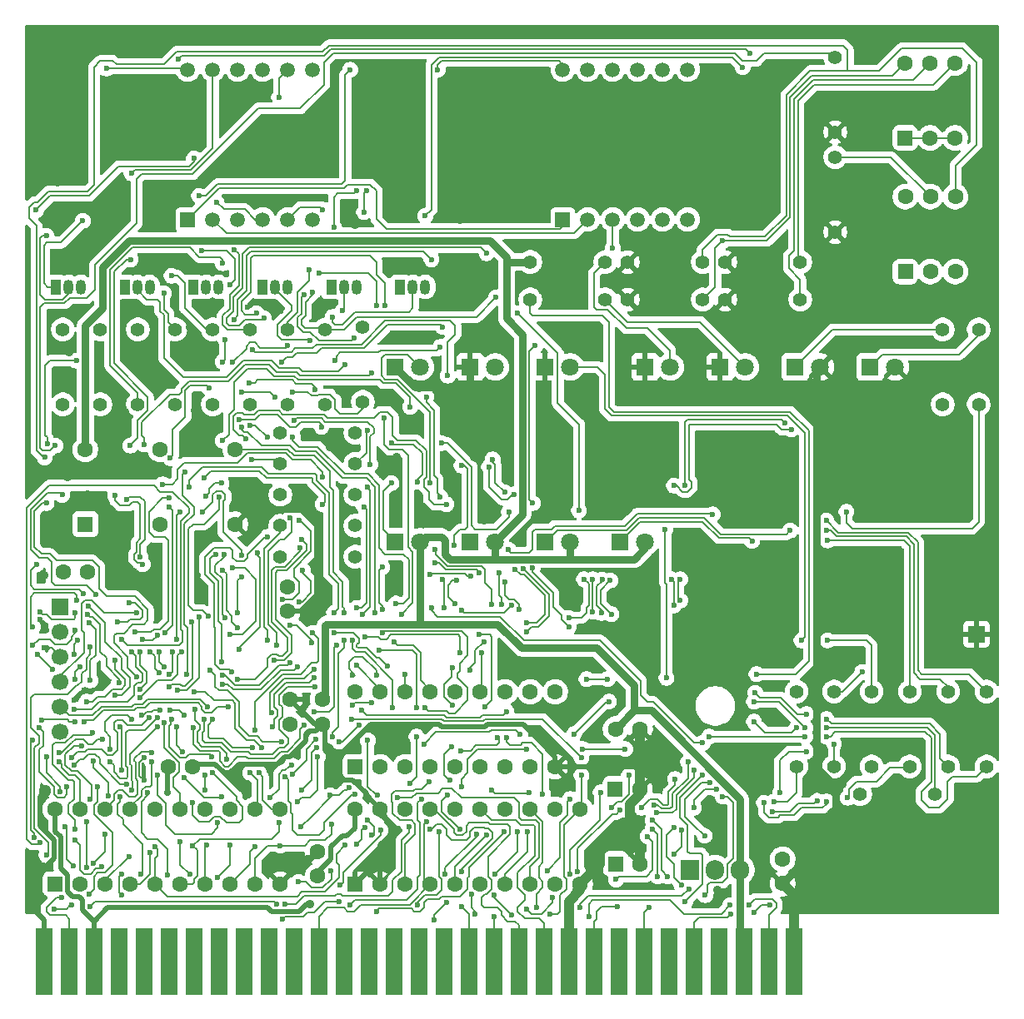
<source format=gbr>
%TF.GenerationSoftware,KiCad,Pcbnew,9.0.2+1*%
%TF.CreationDate,2025-06-30T02:26:09+02:00*%
%TF.ProjectId,isa_debug_card,6973615f-6465-4627-9567-5f636172642e,rev?*%
%TF.SameCoordinates,Original*%
%TF.FileFunction,Copper,L2,Bot*%
%TF.FilePolarity,Positive*%
%FSLAX46Y46*%
G04 Gerber Fmt 4.6, Leading zero omitted, Abs format (unit mm)*
G04 Created by KiCad (PCBNEW 9.0.2+1) date 2025-06-30 02:26:09*
%MOMM*%
%LPD*%
G01*
G04 APERTURE LIST*
G04 Aperture macros list*
%AMRoundRect*
0 Rectangle with rounded corners*
0 $1 Rounding radius*
0 $2 $3 $4 $5 $6 $7 $8 $9 X,Y pos of 4 corners*
0 Add a 4 corners polygon primitive as box body*
4,1,4,$2,$3,$4,$5,$6,$7,$8,$9,$2,$3,0*
0 Add four circle primitives for the rounded corners*
1,1,$1+$1,$2,$3*
1,1,$1+$1,$4,$5*
1,1,$1+$1,$6,$7*
1,1,$1+$1,$8,$9*
0 Add four rect primitives between the rounded corners*
20,1,$1+$1,$2,$3,$4,$5,0*
20,1,$1+$1,$4,$5,$6,$7,0*
20,1,$1+$1,$6,$7,$8,$9,0*
20,1,$1+$1,$8,$9,$2,$3,0*%
G04 Aperture macros list end*
%TA.AperFunction,ComponentPad*%
%ADD10C,1.600000*%
%TD*%
%TA.AperFunction,ComponentPad*%
%ADD11R,1.600000X1.600000*%
%TD*%
%TA.AperFunction,ComponentPad*%
%ADD12C,1.400000*%
%TD*%
%TA.AperFunction,ComponentPad*%
%ADD13RoundRect,0.250000X0.550000X-0.550000X0.550000X0.550000X-0.550000X0.550000X-0.550000X-0.550000X0*%
%TD*%
%TA.AperFunction,ComponentPad*%
%ADD14R,1.800000X1.800000*%
%TD*%
%TA.AperFunction,ComponentPad*%
%ADD15C,1.800000*%
%TD*%
%TA.AperFunction,ComponentPad*%
%ADD16R,1.905000X2.000000*%
%TD*%
%TA.AperFunction,ComponentPad*%
%ADD17O,1.905000X2.000000*%
%TD*%
%TA.AperFunction,ComponentPad*%
%ADD18R,1.700000X1.700000*%
%TD*%
%TA.AperFunction,ComponentPad*%
%ADD19C,1.700000*%
%TD*%
%TA.AperFunction,ComponentPad*%
%ADD20R,1.050000X1.500000*%
%TD*%
%TA.AperFunction,ComponentPad*%
%ADD21O,1.050000X1.500000*%
%TD*%
%TA.AperFunction,ComponentPad*%
%ADD22R,1.500000X1.500000*%
%TD*%
%TA.AperFunction,ComponentPad*%
%ADD23C,1.500000*%
%TD*%
%TA.AperFunction,ConnectorPad*%
%ADD24R,1.780000X6.820000*%
%TD*%
%TA.AperFunction,ComponentPad*%
%ADD25RoundRect,0.250000X-0.550000X-0.550000X0.550000X-0.550000X0.550000X0.550000X-0.550000X0.550000X0*%
%TD*%
%TA.AperFunction,ViaPad*%
%ADD26C,0.600000*%
%TD*%
%TA.AperFunction,ViaPad*%
%ADD27C,0.900000*%
%TD*%
%TA.AperFunction,ViaPad*%
%ADD28C,1.300000*%
%TD*%
%TA.AperFunction,ViaPad*%
%ADD29C,0.700000*%
%TD*%
%TA.AperFunction,Conductor*%
%ADD30C,0.200000*%
%TD*%
%TA.AperFunction,Conductor*%
%ADD31C,0.500000*%
%TD*%
%TA.AperFunction,Conductor*%
%ADD32C,1.000000*%
%TD*%
%TA.AperFunction,Conductor*%
%ADD33C,0.750000*%
%TD*%
G04 APERTURE END LIST*
D10*
%TO.P,C9,1*%
%TO.N,GND*%
X129540000Y-103358000D03*
%TO.P,C9,2*%
%TO.N,+3.3V*%
X129540000Y-100858000D03*
%TD*%
%TO.P,C6,1*%
%TO.N,GND*%
X132588000Y-127782000D03*
%TO.P,C6,2*%
%TO.N,+5V*%
X132588000Y-130282000D03*
%TD*%
%TO.P,Y1,*%
%TO.N,*%
X116586000Y-86868000D03*
X116586000Y-94488000D03*
D11*
%TO.P,Y1,1,EN*%
%TO.N,unconnected-(Y1-EN-Pad1)*%
X108966000Y-94488000D03*
D10*
%TO.P,Y1,7,GND*%
%TO.N,GND*%
X124206000Y-94488000D03*
%TO.P,Y1,8,OUT*%
%TO.N,/CLK_20MHZ*%
X124206000Y-86868000D03*
%TO.P,Y1,14,Vcc*%
%TO.N,+5V*%
X108966000Y-86868000D03*
%TD*%
D12*
%TO.P,R24,1*%
%TO.N,/D_CLK_ISA*%
X181252000Y-119126000D03*
%TO.P,R24,2*%
%TO.N,Net-(D4-A)*%
X181252000Y-111506000D03*
%TD*%
D13*
%TO.P,U5,1,OEa*%
%TO.N,GND*%
X136398000Y-131084000D03*
D10*
%TO.P,U5,2,I0a*%
X138938000Y-131084000D03*
%TO.P,U5,3,O3b*%
%TO.N,/D_MEM_R*%
X141478000Y-131084000D03*
%TO.P,U5,4,I1a*%
%TO.N,/CLK_ISA*%
X144018000Y-131084000D03*
%TO.P,U5,5,O2b*%
%TO.N,/D_MEM_W*%
X146558000Y-131084000D03*
%TO.P,U5,6,I2a*%
%TO.N,/RDY*%
X149098000Y-131084000D03*
%TO.P,U5,7,O1b*%
%TO.N,/D_IO_R*%
X151638000Y-131084000D03*
%TO.P,U5,8,I3a*%
%TO.N,/RESET_ISA*%
X154178000Y-131084000D03*
%TO.P,U5,9,O0b*%
%TO.N,/D_IO_W*%
X156718000Y-131084000D03*
%TO.P,U5,10,GND*%
%TO.N,GND*%
X159258000Y-131084000D03*
%TO.P,U5,11,I0b*%
%TO.N,/IO_W*%
X159258000Y-123464000D03*
%TO.P,U5,12,O3a*%
%TO.N,/D_RESET_ISA*%
X156718000Y-123464000D03*
%TO.P,U5,13,I1b*%
%TO.N,/IO_R*%
X154178000Y-123464000D03*
%TO.P,U5,14,O2a*%
%TO.N,/D_RDY*%
X151638000Y-123464000D03*
%TO.P,U5,15,I2b*%
%TO.N,/MEM_W*%
X149098000Y-123464000D03*
%TO.P,U5,16,O1a*%
%TO.N,/D_CLK_ISA*%
X146558000Y-123464000D03*
%TO.P,U5,17,I3b*%
%TO.N,/MEM_R*%
X144018000Y-123464000D03*
%TO.P,U5,18,O0a*%
%TO.N,unconnected-(U5-O0a-Pad18)*%
X141478000Y-123464000D03*
%TO.P,U5,19,OEb*%
%TO.N,GND*%
X138938000Y-123464000D03*
%TO.P,U5,20,VCC*%
%TO.N,+5V*%
X136398000Y-123464000D03*
%TD*%
D12*
%TO.P,R11,1*%
%TO.N,/DIG_3*%
X128778000Y-88340000D03*
%TO.P,R11,2*%
%TO.N,Net-(Q3-B)*%
X136398000Y-88340000D03*
%TD*%
D10*
%TO.P,C8,1*%
%TO.N,GND*%
X133096000Y-114808000D03*
%TO.P,C8,2*%
%TO.N,+5V*%
X133096000Y-112308000D03*
%TD*%
D14*
%TO.P,D3,1,K*%
%TO.N,Net-(D3-K)*%
X148077000Y-96266000D03*
D15*
%TO.P,D3,2,A*%
%TO.N,+5V*%
X150617000Y-96266000D03*
%TD*%
D12*
%TO.P,R21,1*%
%TO.N,/D_MEM_W*%
X200558000Y-119126000D03*
%TO.P,R21,2*%
%TO.N,Net-(D3-K)*%
X200558000Y-111506000D03*
%TD*%
%TO.P,R3,1*%
%TO.N,Net-(U4-O3)*%
X114300000Y-82296000D03*
%TO.P,R3,2*%
%TO.N,/D_SEG_C*%
X114300000Y-74676000D03*
%TD*%
D16*
%TO.P,U2,1,GND*%
%TO.N,GND*%
X170434000Y-129626000D03*
D17*
%TO.P,U2,2,VO*%
%TO.N,+3.3V*%
X172974000Y-129626000D03*
%TO.P,U2,3,VI*%
%TO.N,+5V*%
X175514000Y-129626000D03*
%TD*%
D12*
%TO.P,R12,1*%
%TO.N,/DIG_4*%
X128778000Y-91490000D03*
%TO.P,R12,2*%
%TO.N,Net-(Q4-B)*%
X136398000Y-91490000D03*
%TD*%
D18*
%TO.P,J2,1,Pin_1*%
%TO.N,/TMS*%
X106426000Y-102870000D03*
D19*
%TO.P,J2,2,Pin_2*%
%TO.N,/TCK*%
X106426000Y-105410000D03*
%TO.P,J2,3,Pin_3*%
%TO.N,GND*%
X106426000Y-107950000D03*
%TO.P,J2,4,Pin_4*%
%TO.N,/TDO*%
X106426000Y-110490000D03*
%TO.P,J2,5,Pin_5*%
%TO.N,/TDI*%
X106426000Y-113030000D03*
%TO.P,J2,6,Pin_6*%
%TO.N,+5V*%
X106426000Y-115570000D03*
%TD*%
D12*
%TO.P,R2,1*%
%TO.N,Net-(U4-O2)*%
X110490000Y-82296000D03*
%TO.P,R2,2*%
%TO.N,/D_SEG_B*%
X110490000Y-74676000D03*
%TD*%
D10*
%TO.P,C10,1*%
%TO.N,GND*%
X129794000Y-112328000D03*
%TO.P,C10,2*%
%TO.N,+3.3V*%
X129794000Y-114828000D03*
%TD*%
%TO.P,C2,1*%
%TO.N,+5V*%
X162834000Y-115316000D03*
%TO.P,C2,2*%
%TO.N,GND*%
X165334000Y-115316000D03*
%TD*%
D20*
%TO.P,Q5,1,C*%
%TO.N,/D_DIG_5*%
X133970000Y-70358000D03*
D21*
%TO.P,Q5,2,B*%
%TO.N,Net-(Q5-B)*%
X135240000Y-70358000D03*
%TO.P,Q5,3,E*%
%TO.N,+3.3V*%
X136510000Y-70358000D03*
%TD*%
D12*
%TO.P,R16,1*%
%TO.N,/D_IO_R*%
X196646000Y-119126000D03*
%TO.P,R16,2*%
%TO.N,Net-(D1-K)*%
X196646000Y-111506000D03*
%TD*%
%TO.P,R28,1*%
%TO.N,+5V*%
X154178000Y-67818000D03*
%TO.P,R28,2*%
%TO.N,Net-(D8-A)*%
X161798000Y-67818000D03*
%TD*%
%TO.P,R10,1*%
%TO.N,Net-(U4-O8)*%
X133350000Y-82296000D03*
%TO.P,R10,2*%
%TO.N,/D_SEG_DP*%
X133350000Y-74676000D03*
%TD*%
%TO.P,R26,1*%
%TO.N,-12V*%
X199746000Y-82296000D03*
%TO.P,R26,2*%
%TO.N,Net-(D6-K)*%
X199746000Y-74676000D03*
%TD*%
%TO.P,R20,1*%
%TO.N,-5V*%
X196088000Y-82296000D03*
%TO.P,R20,2*%
%TO.N,Net-(D2-K)*%
X196088000Y-74676000D03*
%TD*%
D14*
%TO.P,D10,1,K*%
%TO.N,GND*%
X148082000Y-78486000D03*
D15*
%TO.P,D10,2,A*%
%TO.N,Net-(D10-A)*%
X150622000Y-78486000D03*
%TD*%
D12*
%TO.P,R19,1*%
%TO.N,/CFG_SW1*%
X185166000Y-46990000D03*
%TO.P,R19,2*%
%TO.N,GND*%
X185166000Y-54610000D03*
%TD*%
D14*
%TO.P,D6,1,K*%
%TO.N,Net-(D6-K)*%
X188717000Y-78486000D03*
D15*
%TO.P,D6,2,A*%
%TO.N,GND*%
X191257000Y-78486000D03*
%TD*%
D12*
%TO.P,R25,1*%
%TO.N,/D_RESET_ISA*%
X188874000Y-119126000D03*
%TO.P,R25,2*%
%TO.N,Net-(D5-A)*%
X188874000Y-111506000D03*
%TD*%
D22*
%TO.P,U6,1,e*%
%TO.N,/D_SEG_E*%
X119380000Y-63500000D03*
D23*
%TO.P,U6,2,d*%
%TO.N,/D_SEG_D*%
X121920000Y-63500000D03*
%TO.P,U6,3,DPX*%
%TO.N,/D_SEG_DP*%
X124460000Y-63500000D03*
%TO.P,U6,4,c*%
%TO.N,/D_SEG_C*%
X127000000Y-63500000D03*
%TO.P,U6,5,g*%
%TO.N,/D_SEG_G*%
X129540000Y-63500000D03*
%TO.P,U6,6,NC*%
%TO.N,unconnected-(U6-NC-Pad6)*%
X132080000Y-63500000D03*
%TO.P,U6,7,b*%
%TO.N,/D_SEG_B*%
X132080000Y-48260000D03*
%TO.P,U6,8,CA3*%
%TO.N,/D_DIG_3*%
X129540000Y-48260000D03*
%TO.P,U6,9,CA2*%
%TO.N,/D_DIG_2*%
X127000000Y-48260000D03*
%TO.P,U6,10,f*%
%TO.N,/D_SEG_F*%
X124460000Y-48260000D03*
%TO.P,U6,11,a*%
%TO.N,/D_SEG_A*%
X121920000Y-48260000D03*
%TO.P,U6,12,CA1*%
%TO.N,/D_DIG_1*%
X119380000Y-48260000D03*
%TD*%
D12*
%TO.P,R23,1*%
%TO.N,/DIG_6*%
X128778000Y-97790000D03*
%TO.P,R23,2*%
%TO.N,Net-(Q6-B)*%
X136398000Y-97790000D03*
%TD*%
D24*
%TO.P,J1,1,GND*%
%TO.N,GND*%
X180984026Y-138928026D03*
%TO.P,J1,2,RESET*%
%TO.N,/RESET_ISA*%
X178444026Y-138928026D03*
%TO.P,J1,3,VCC*%
%TO.N,+5V*%
X175904026Y-138928026D03*
%TO.P,J1,4,IRQ2*%
%TO.N,unconnected-(J1-IRQ2-Pad4)*%
X173364026Y-138928026D03*
%TO.P,J1,5,-5V*%
%TO.N,-5V*%
X170824026Y-138928026D03*
%TO.P,J1,6,DRQ2*%
%TO.N,unconnected-(J1-DRQ2-Pad6)*%
X168284026Y-138928026D03*
%TO.P,J1,7,-12V*%
%TO.N,-12V*%
X165744026Y-138928026D03*
%TO.P,J1,8,UNUSED*%
%TO.N,unconnected-(J1-UNUSED-Pad8)*%
X163204026Y-138928026D03*
%TO.P,J1,9,+12V*%
%TO.N,+12V*%
X160664026Y-138928026D03*
%TO.P,J1,10,GND*%
%TO.N,GND*%
X158124026Y-138928026D03*
%TO.P,J1,11,~{SMEMW}*%
%TO.N,/MEM_W*%
X155584026Y-138928026D03*
%TO.P,J1,12,~{SMEMR}*%
%TO.N,/MEM_R*%
X153044026Y-138928026D03*
%TO.P,J1,13,~{IOW}*%
%TO.N,/IO_W*%
X150504026Y-138928026D03*
%TO.P,J1,14,~{IOR}*%
%TO.N,/IO_R*%
X147964026Y-138928026D03*
%TO.P,J1,15,~{DACK3}*%
%TO.N,unconnected-(J1-~{DACK3}-Pad15)*%
X145424026Y-138928026D03*
%TO.P,J1,16,DRQ3*%
%TO.N,unconnected-(J1-DRQ3-Pad16)*%
X142884026Y-138928026D03*
%TO.P,J1,17,~{DACK1}*%
%TO.N,unconnected-(J1-~{DACK1}-Pad17)*%
X140344026Y-138928026D03*
%TO.P,J1,18,DRQ1*%
%TO.N,unconnected-(J1-DRQ1-Pad18)*%
X137804026Y-138928026D03*
%TO.P,J1,19,~{DACK0}*%
%TO.N,unconnected-(J1-~{DACK0}-Pad19)*%
X135264026Y-138928026D03*
%TO.P,J1,20,CLK*%
%TO.N,/CLK_ISA*%
X132724026Y-138928026D03*
%TO.P,J1,21,IRQ7*%
%TO.N,unconnected-(J1-IRQ7-Pad21)*%
X130184026Y-138928026D03*
%TO.P,J1,22,IRQ6*%
%TO.N,unconnected-(J1-IRQ6-Pad22)*%
X127644026Y-138928026D03*
%TO.P,J1,23,IRQ5*%
%TO.N,unconnected-(J1-IRQ5-Pad23)*%
X125104026Y-138928026D03*
%TO.P,J1,24,IRQ4*%
%TO.N,unconnected-(J1-IRQ4-Pad24)*%
X122564026Y-138928026D03*
%TO.P,J1,25,IRQ3*%
%TO.N,unconnected-(J1-IRQ3-Pad25)*%
X120024026Y-138928026D03*
%TO.P,J1,26,~{DACK2}*%
%TO.N,unconnected-(J1-~{DACK2}-Pad26)*%
X117484026Y-138928026D03*
%TO.P,J1,27,TC*%
%TO.N,unconnected-(J1-TC-Pad27)*%
X114944026Y-138928026D03*
%TO.P,J1,28,ALE*%
%TO.N,unconnected-(J1-ALE-Pad28)*%
X112404026Y-138928026D03*
%TO.P,J1,29,VCC*%
%TO.N,+5V*%
X109864026Y-138928026D03*
%TO.P,J1,30,OSC*%
%TO.N,/CLK_ISA_OSC*%
X107324026Y-138928026D03*
%TO.P,J1,31,GND*%
%TO.N,GND*%
X104784026Y-138928026D03*
%TD*%
D12*
%TO.P,R27,1*%
%TO.N,/D_MEM_R*%
X195326000Y-121920000D03*
%TO.P,R27,2*%
%TO.N,Net-(D7-K)*%
X187706000Y-121920000D03*
%TD*%
D14*
%TO.P,D11,1,K*%
%TO.N,Net-(D11-K)*%
X163317000Y-96266000D03*
D15*
%TO.P,D11,2,A*%
%TO.N,+5V*%
X165857000Y-96266000D03*
%TD*%
D12*
%TO.P,R1,1*%
%TO.N,Net-(U4-O1)*%
X106680000Y-82296000D03*
%TO.P,R1,2*%
%TO.N,/D_SEG_A*%
X106680000Y-74676000D03*
%TD*%
D13*
%TO.P,SW1,1*%
%TO.N,+3.3V*%
X192278000Y-55202500D03*
D10*
%TO.P,SW1,2*%
X194818000Y-55202500D03*
%TO.P,SW1,3*%
X197358000Y-55202500D03*
%TO.P,SW1,4*%
%TO.N,/SW3*%
X197358000Y-47582500D03*
%TO.P,SW1,5*%
%TO.N,/SW2*%
X194818000Y-47582500D03*
%TO.P,SW1,6*%
%TO.N,/SW1*%
X192278000Y-47582500D03*
%TD*%
D25*
%TO.P,C1,1*%
%TO.N,+5V*%
X162814000Y-121412000D03*
D10*
%TO.P,C1,2*%
%TO.N,GND*%
X165314000Y-121412000D03*
%TD*%
D20*
%TO.P,Q6,1,C*%
%TO.N,/D_DIG_6*%
X140970000Y-70358000D03*
D21*
%TO.P,Q6,2,B*%
%TO.N,Net-(Q6-B)*%
X142240000Y-70358000D03*
%TO.P,Q6,3,E*%
%TO.N,+3.3V*%
X143510000Y-70358000D03*
%TD*%
D12*
%TO.P,R29,1*%
%TO.N,+12V*%
X154178000Y-71628000D03*
%TO.P,R29,2*%
%TO.N,Net-(D9-A)*%
X161798000Y-71628000D03*
%TD*%
D13*
%TO.P,U4,1,I1*%
%TO.N,/SEG_A*%
X136398000Y-119146000D03*
D10*
%TO.P,U4,2,I2*%
%TO.N,/SEG_B*%
X138938000Y-119146000D03*
%TO.P,U4,3,I3*%
%TO.N,/SEG_C*%
X141478000Y-119146000D03*
%TO.P,U4,4,I4*%
%TO.N,/SEG_D*%
X144018000Y-119146000D03*
%TO.P,U4,5,I5*%
%TO.N,/SEG_E*%
X146558000Y-119146000D03*
%TO.P,U4,6,I6*%
%TO.N,/SEG_F*%
X149098000Y-119146000D03*
%TO.P,U4,7,I7*%
%TO.N,/SEG_G*%
X151638000Y-119146000D03*
%TO.P,U4,8,I8*%
%TO.N,/SEG_DP*%
X154178000Y-119146000D03*
%TO.P,U4,9,GND*%
%TO.N,GND*%
X156718000Y-119146000D03*
%TO.P,U4,10,COM*%
%TO.N,unconnected-(U4-COM-Pad10)*%
X156718000Y-111526000D03*
%TO.P,U4,11,O8*%
%TO.N,Net-(U4-O8)*%
X154178000Y-111526000D03*
%TO.P,U4,12,O7*%
%TO.N,Net-(U4-O7)*%
X151638000Y-111526000D03*
%TO.P,U4,13,O6*%
%TO.N,Net-(U4-O6)*%
X149098000Y-111526000D03*
%TO.P,U4,14,O5*%
%TO.N,Net-(U4-O5)*%
X146558000Y-111526000D03*
%TO.P,U4,15,O4*%
%TO.N,Net-(U4-O4)*%
X144018000Y-111526000D03*
%TO.P,U4,16,O3*%
%TO.N,Net-(U4-O3)*%
X141478000Y-111526000D03*
%TO.P,U4,17,O2*%
%TO.N,Net-(U4-O2)*%
X138938000Y-111526000D03*
%TO.P,U4,18,O1*%
%TO.N,Net-(U4-O1)*%
X136398000Y-111526000D03*
%TD*%
D14*
%TO.P,D5,1,K*%
%TO.N,GND*%
X155702000Y-78486000D03*
D15*
%TO.P,D5,2,A*%
%TO.N,Net-(D5-A)*%
X158242000Y-78486000D03*
%TD*%
D22*
%TO.P,U7,1,e*%
%TO.N,/D_SEG_E*%
X157480000Y-63500000D03*
D23*
%TO.P,U7,2,d*%
%TO.N,/D_SEG_D*%
X160020000Y-63500000D03*
%TO.P,U7,3,DPX*%
%TO.N,/D_SEG_DP*%
X162560000Y-63500000D03*
%TO.P,U7,4,c*%
%TO.N,/D_SEG_C*%
X165100000Y-63500000D03*
%TO.P,U7,5,g*%
%TO.N,/D_SEG_G*%
X167640000Y-63500000D03*
%TO.P,U7,6,NC*%
%TO.N,unconnected-(U7-NC-Pad6)*%
X170180000Y-63500000D03*
%TO.P,U7,7,b*%
%TO.N,/D_SEG_B*%
X170180000Y-48260000D03*
%TO.P,U7,8,CA3*%
%TO.N,/D_DIG_6*%
X167640000Y-48260000D03*
%TO.P,U7,9,CA2*%
%TO.N,/D_DIG_5*%
X165100000Y-48260000D03*
%TO.P,U7,10,f*%
%TO.N,/D_SEG_F*%
X162560000Y-48260000D03*
%TO.P,U7,11,a*%
%TO.N,/D_SEG_A*%
X160020000Y-48260000D03*
%TO.P,U7,12,CA1*%
%TO.N,/D_DIG_4*%
X157480000Y-48260000D03*
%TD*%
D14*
%TO.P,D1,1,K*%
%TO.N,Net-(D1-K)*%
X155697000Y-96266000D03*
D15*
%TO.P,D1,2,A*%
%TO.N,+5V*%
X158237000Y-96266000D03*
%TD*%
D12*
%TO.P,R17,1*%
%TO.N,/CFG_SW3*%
X171704000Y-67818000D03*
%TO.P,R17,2*%
%TO.N,GND*%
X164084000Y-67818000D03*
%TD*%
%TO.P,R31,1*%
%TO.N,/D_IO_W*%
X192734000Y-119126000D03*
%TO.P,R31,2*%
%TO.N,Net-(D11-K)*%
X192734000Y-111506000D03*
%TD*%
D10*
%TO.P,C5,1*%
%TO.N,GND*%
X106720000Y-99314000D03*
%TO.P,C5,2*%
%TO.N,+3.3V*%
X109220000Y-99314000D03*
%TD*%
D13*
%TO.P,U1,1,A->B*%
%TO.N,/BT_DIR*%
X105918000Y-131084000D03*
D10*
%TO.P,U1,2,A0*%
%TO.N,D0*%
X108458000Y-131084000D03*
%TO.P,U1,3,A1*%
%TO.N,D1*%
X110998000Y-131084000D03*
%TO.P,U1,4,A2*%
%TO.N,D2*%
X113538000Y-131084000D03*
%TO.P,U1,5,A3*%
%TO.N,D3*%
X116078000Y-131084000D03*
%TO.P,U1,6,A4*%
%TO.N,D4*%
X118618000Y-131084000D03*
%TO.P,U1,7,A5*%
%TO.N,D5*%
X121158000Y-131084000D03*
%TO.P,U1,8,A6*%
%TO.N,D6*%
X123698000Y-131084000D03*
%TO.P,U1,9,A7*%
%TO.N,D7*%
X126238000Y-131084000D03*
%TO.P,U1,10,GND*%
%TO.N,GND*%
X128778000Y-131084000D03*
%TO.P,U1,11,B7*%
%TO.N,DL7*%
X128778000Y-123464000D03*
%TO.P,U1,12,B6*%
%TO.N,DL6*%
X126238000Y-123464000D03*
%TO.P,U1,13,B5*%
%TO.N,DL5*%
X123698000Y-123464000D03*
%TO.P,U1,14,B4*%
%TO.N,DL4*%
X121158000Y-123464000D03*
%TO.P,U1,15,B3*%
%TO.N,DL3*%
X118618000Y-123464000D03*
%TO.P,U1,16,B2*%
%TO.N,DL2*%
X116078000Y-123464000D03*
%TO.P,U1,17,B1*%
%TO.N,DL1*%
X113538000Y-123464000D03*
%TO.P,U1,18,B0*%
%TO.N,DL0*%
X110998000Y-123464000D03*
%TO.P,U1,19,CE*%
%TO.N,/BT_CS*%
X108458000Y-123464000D03*
%TO.P,U1,20,VCC*%
%TO.N,+5V*%
X105918000Y-123464000D03*
%TD*%
D14*
%TO.P,D8,1,K*%
%TO.N,GND*%
X165857000Y-78486000D03*
D15*
%TO.P,D8,2,A*%
%TO.N,Net-(D8-A)*%
X168397000Y-78486000D03*
%TD*%
D12*
%TO.P,R14,1*%
%TO.N,/SW2*%
X181610000Y-71628000D03*
%TO.P,R14,2*%
%TO.N,GND*%
X173990000Y-71628000D03*
%TD*%
%TO.P,R30,1*%
%TO.N,/D_RDY*%
X185064000Y-119126000D03*
%TO.P,R30,2*%
%TO.N,Net-(D10-A)*%
X185064000Y-111506000D03*
%TD*%
D14*
%TO.P,D2,1,K*%
%TO.N,Net-(D2-K)*%
X181097000Y-78486000D03*
D15*
%TO.P,D2,2,A*%
%TO.N,GND*%
X183637000Y-78486000D03*
%TD*%
D12*
%TO.P,R8,1*%
%TO.N,Net-(U4-O6)*%
X125730000Y-82296000D03*
%TO.P,R8,2*%
%TO.N,/D_SEG_F*%
X125730000Y-74676000D03*
%TD*%
%TO.P,R18,1*%
%TO.N,/CFG_SW2*%
X185166000Y-57150000D03*
%TO.P,R18,2*%
%TO.N,GND*%
X185166000Y-64770000D03*
%TD*%
D10*
%TO.P,C3,1*%
%TO.N,+3.3V*%
X179832000Y-128544000D03*
%TO.P,C3,2*%
%TO.N,GND*%
X179832000Y-131044000D03*
%TD*%
%TO.P,C7,1*%
%TO.N,GND*%
X119868000Y-119126000D03*
%TO.P,C7,2*%
%TO.N,+3.3V*%
X117368000Y-119126000D03*
%TD*%
D14*
%TO.P,D7,1,K*%
%TO.N,Net-(D7-K)*%
X140457000Y-96266000D03*
D15*
%TO.P,D7,2,A*%
%TO.N,+5V*%
X142997000Y-96266000D03*
%TD*%
D13*
%TO.P,SW2,1*%
%TO.N,+3.3V*%
X192290500Y-68791500D03*
D10*
%TO.P,SW2,2*%
X194830500Y-68791500D03*
%TO.P,SW2,3*%
X197370500Y-68791500D03*
%TO.P,SW2,4*%
%TO.N,/CFG_SW3*%
X197370500Y-61171500D03*
%TO.P,SW2,5*%
%TO.N,/CFG_SW2*%
X194830500Y-61171500D03*
%TO.P,SW2,6*%
%TO.N,/CFG_SW1*%
X192290500Y-61171500D03*
%TD*%
D20*
%TO.P,Q1,1,C*%
%TO.N,/D_DIG_1*%
X105970000Y-70358000D03*
D21*
%TO.P,Q1,2,B*%
%TO.N,Net-(Q1-B)*%
X107240000Y-70358000D03*
%TO.P,Q1,3,E*%
%TO.N,+3.3V*%
X108510000Y-70358000D03*
%TD*%
D12*
%TO.P,R7,1*%
%TO.N,Net-(U4-O5)*%
X121920000Y-82296000D03*
%TO.P,R7,2*%
%TO.N,/D_SEG_E*%
X121920000Y-74676000D03*
%TD*%
%TO.P,R13,1*%
%TO.N,/SW3*%
X181610000Y-67818000D03*
%TO.P,R13,2*%
%TO.N,GND*%
X173990000Y-67818000D03*
%TD*%
D20*
%TO.P,Q2,1,C*%
%TO.N,/D_DIG_2*%
X112970000Y-70358000D03*
D21*
%TO.P,Q2,2,B*%
%TO.N,Net-(Q2-B)*%
X114240000Y-70358000D03*
%TO.P,Q2,3,E*%
%TO.N,+3.3V*%
X115510000Y-70358000D03*
%TD*%
D12*
%TO.P,R9,1*%
%TO.N,Net-(U4-O7)*%
X129540000Y-82296000D03*
%TO.P,R9,2*%
%TO.N,/D_SEG_G*%
X129540000Y-74676000D03*
%TD*%
D18*
%TO.P,J3,1,Pin_1*%
%TO.N,GND*%
X199517000Y-105664000D03*
%TD*%
D12*
%TO.P,R22,1*%
%TO.N,/DIG_5*%
X128778000Y-94640000D03*
%TO.P,R22,2*%
%TO.N,Net-(Q5-B)*%
X136398000Y-94640000D03*
%TD*%
%TO.P,R6,1*%
%TO.N,/DIG_2*%
X128778000Y-85190000D03*
%TO.P,R6,2*%
%TO.N,Net-(Q2-B)*%
X136398000Y-85190000D03*
%TD*%
D25*
%TO.P,C4,1*%
%TO.N,+3.3V*%
X162854000Y-129032000D03*
D10*
%TO.P,C4,2*%
%TO.N,GND*%
X165354000Y-129032000D03*
%TD*%
D12*
%TO.P,R15,1*%
%TO.N,/SW1*%
X171704000Y-71628000D03*
%TO.P,R15,2*%
%TO.N,GND*%
X164084000Y-71628000D03*
%TD*%
%TO.P,R5,1*%
%TO.N,/DIG_1*%
X137160000Y-82042000D03*
%TO.P,R5,2*%
%TO.N,Net-(Q1-B)*%
X137160000Y-74422000D03*
%TD*%
%TO.P,R4,1*%
%TO.N,Net-(U4-O4)*%
X118110000Y-82296000D03*
%TO.P,R4,2*%
%TO.N,/D_SEG_D*%
X118110000Y-74676000D03*
%TD*%
D14*
%TO.P,D4,1,K*%
%TO.N,GND*%
X140462000Y-78486000D03*
D15*
%TO.P,D4,2,A*%
%TO.N,Net-(D4-A)*%
X143002000Y-78486000D03*
%TD*%
D20*
%TO.P,Q4,1,C*%
%TO.N,/D_DIG_4*%
X126970000Y-70358000D03*
D21*
%TO.P,Q4,2,B*%
%TO.N,Net-(Q4-B)*%
X128240000Y-70358000D03*
%TO.P,Q4,3,E*%
%TO.N,+3.3V*%
X129510000Y-70358000D03*
%TD*%
D14*
%TO.P,D9,1,K*%
%TO.N,GND*%
X173477000Y-78486000D03*
D15*
%TO.P,D9,2,A*%
%TO.N,Net-(D9-A)*%
X176017000Y-78486000D03*
%TD*%
D20*
%TO.P,Q3,1,C*%
%TO.N,/D_DIG_3*%
X119970000Y-70358000D03*
D21*
%TO.P,Q3,2,B*%
%TO.N,Net-(Q3-B)*%
X121240000Y-70358000D03*
%TO.P,Q3,3,E*%
%TO.N,+3.3V*%
X122510000Y-70358000D03*
%TD*%
D26*
%TO.N,/BT_FUTURE_DIR*%
X111506000Y-118618000D03*
%TO.N,/BT_DIR*%
X110236000Y-121158000D03*
%TO.N,A3*%
X109474000Y-122428000D03*
%TO.N,D6*%
X126238000Y-127254000D03*
%TO.N,D7*%
X128778000Y-127177000D03*
%TO.N,D3*%
X116078000Y-127254000D03*
%TO.N,D5*%
X121285000Y-127127000D03*
%TO.N,A10*%
X129286000Y-133096000D03*
X134239000Y-103505000D03*
X117475000Y-91821000D03*
X136144000Y-106299000D03*
X115570000Y-107442000D03*
X119507000Y-90678000D03*
X116459000Y-109601000D03*
X140208000Y-113157000D03*
X113982500Y-105473500D03*
X141859000Y-125222000D03*
%TO.N,A17*%
X106934000Y-125222000D03*
X138957000Y-125622000D03*
X106299000Y-117729000D03*
X147231000Y-129832000D03*
X134874000Y-131191000D03*
X107759500Y-129222500D03*
X148590000Y-134112000D03*
X106426000Y-121666000D03*
X110744000Y-116332000D03*
X144018000Y-125476000D03*
X148209000Y-132080000D03*
X105029000Y-118110000D03*
%TO.N,A18*%
X155448000Y-121920000D03*
X152908000Y-125730000D03*
X150495000Y-132207000D03*
X151765000Y-113538000D03*
X150622000Y-130048000D03*
X130492500Y-122745500D03*
X122809000Y-122174000D03*
X113665000Y-114300000D03*
X137033000Y-113411000D03*
X152273000Y-134239000D03*
X134747000Y-116586000D03*
X132588000Y-118110000D03*
X151765000Y-116205000D03*
X118999000Y-120269000D03*
X111506000Y-117348000D03*
X136779000Y-114935000D03*
%TO.N,A15*%
X105092500Y-86296500D03*
X151574500Y-91249500D03*
X153797000Y-133604000D03*
X108077000Y-77851000D03*
X145796000Y-79375000D03*
X114173000Y-109982000D03*
X150368000Y-87884000D03*
X125984000Y-76708000D03*
X105029000Y-92329000D03*
X162433000Y-103632000D03*
X162306000Y-100203000D03*
X158242000Y-130048000D03*
X161328000Y-121755000D03*
X156464000Y-132461000D03*
%TO.N,A16*%
X109728000Y-115697000D03*
X129032000Y-134620000D03*
X107569000Y-133223000D03*
X134747000Y-132842000D03*
X128397000Y-133096000D03*
X109474000Y-133350000D03*
X145669000Y-132969000D03*
X105791000Y-133604000D03*
X144399000Y-134747000D03*
X107950000Y-125476000D03*
%TO.N,A19*%
X119253000Y-109728000D03*
X114681000Y-113919000D03*
X159258000Y-133477000D03*
X171958000Y-132207000D03*
X116586000Y-113411000D03*
X138049000Y-79121000D03*
X173736000Y-122174000D03*
X142748000Y-90170000D03*
X119126000Y-89154000D03*
X170307000Y-131572000D03*
X167894000Y-94996000D03*
X114935000Y-86360000D03*
X168021000Y-110109000D03*
X140081000Y-86233000D03*
%TO.N,D3*%
X135382000Y-127127000D03*
%TO.N,D4*%
X119888000Y-127177000D03*
X167132000Y-130302000D03*
X128651000Y-124841000D03*
X166624000Y-125476000D03*
%TO.N,D1*%
X113386000Y-128295000D03*
%TO.N,D2*%
X115545000Y-127914000D03*
%TO.N,D7*%
X169926000Y-132842000D03*
X144145000Y-102997000D03*
X171704000Y-116713000D03*
X137668000Y-116459000D03*
X136525000Y-127000000D03*
X171704000Y-120015000D03*
X138684000Y-122047000D03*
X133985000Y-124968000D03*
X137414000Y-125349000D03*
%TO.N,D5*%
X166624000Y-124587000D03*
X168148000Y-130302000D03*
%TO.N,D6*%
X158242000Y-122428000D03*
X155892500Y-129730500D03*
X169545000Y-131191000D03*
X168783000Y-125349000D03*
X133921500Y-129730500D03*
X130619500Y-130873500D03*
D27*
%TO.N,GND*%
X117602000Y-67310000D03*
X176657000Y-99060000D03*
X140589000Y-81788000D03*
X131064000Y-55372000D03*
X120142000Y-82931000D03*
X110236000Y-88646000D03*
X106426000Y-79629000D03*
D26*
X133096000Y-72898000D03*
X120436000Y-99655000D03*
D27*
X193802000Y-87884000D03*
X156972000Y-113792000D03*
X123952000Y-57658000D03*
X113030000Y-73406000D03*
X123952000Y-53340000D03*
D26*
X164592000Y-131318000D03*
D27*
X148463000Y-87630000D03*
X140589000Y-87630000D03*
X173228000Y-131699000D03*
X158115000Y-120142000D03*
X178562000Y-125857000D03*
X141732000Y-75184000D03*
X146558000Y-81788000D03*
D26*
X104775000Y-107061000D03*
D27*
X106172000Y-59690000D03*
X119380000Y-78486000D03*
D26*
X125476000Y-72390000D03*
X108839000Y-111379000D03*
D27*
X104775000Y-99695000D03*
X112014000Y-54356000D03*
X151638000Y-56642000D03*
X194310000Y-51308000D03*
D26*
X105029000Y-105283000D03*
D27*
X143002000Y-92456000D03*
X148082000Y-70104000D03*
X164084000Y-106680000D03*
D26*
X114935000Y-120523000D03*
D27*
X116332000Y-102870000D03*
X164084000Y-85725000D03*
X140970000Y-63246000D03*
X164084000Y-92456000D03*
X128524000Y-61722000D03*
X151638000Y-108077000D03*
D26*
X120396000Y-96774000D03*
D27*
X156972000Y-99568000D03*
D28*
X104838500Y-121602500D03*
D27*
X119888000Y-54102000D03*
X158496000Y-108458000D03*
X107696000Y-73025000D03*
X175768000Y-118872000D03*
X134747000Y-80899000D03*
X190500000Y-113030000D03*
X132715000Y-99949000D03*
D26*
X104330500Y-104203500D03*
D27*
X115443000Y-60325000D03*
X185928000Y-120904000D03*
X173609000Y-125984000D03*
X162814000Y-113538000D03*
X110490000Y-76962000D03*
X170688000Y-110744000D03*
X167005000Y-111379000D03*
X183134000Y-59436000D03*
X107188000Y-89662000D03*
X116332000Y-79502000D03*
X105156000Y-49022000D03*
X155448000Y-70739000D03*
X140589000Y-99822000D03*
X111760000Y-62992000D03*
X168148000Y-56388000D03*
X163830000Y-99949000D03*
X119634000Y-74422000D03*
D26*
X114936000Y-118236000D03*
D27*
X156845000Y-87503000D03*
X156591000Y-92964000D03*
X136398000Y-64008000D03*
X113030000Y-83058000D03*
X105410000Y-96012000D03*
X113792000Y-89408000D03*
X140208000Y-55372000D03*
D28*
X150876000Y-80518000D03*
D27*
X109220000Y-91440000D03*
X121793000Y-73025000D03*
X159893000Y-77470000D03*
X108458000Y-67564000D03*
X107315000Y-76962000D03*
X139700000Y-68580000D03*
X190754000Y-99822000D03*
X147066000Y-63500000D03*
X116332000Y-99314000D03*
X146050000Y-52451000D03*
X177800000Y-73914000D03*
D26*
X107823000Y-112395000D03*
D27*
X159004000Y-54229000D03*
X176149000Y-53340000D03*
D26*
X128865178Y-72878296D03*
D27*
X136525000Y-100076000D03*
X201041000Y-133350000D03*
X111506000Y-94234000D03*
X200660000Y-109474000D03*
X139192000Y-89408000D03*
X177927000Y-91567000D03*
X113665000Y-45720000D03*
X149479000Y-94107000D03*
X133858000Y-86614000D03*
X155448000Y-68834000D03*
X200533000Y-99187000D03*
X167386000Y-119888000D03*
D26*
%TO.N,A11*%
X112395000Y-110617000D03*
X142621000Y-113157000D03*
X135890000Y-133223000D03*
X141922500Y-120840500D03*
X103632000Y-104902000D03*
X143129000Y-122428000D03*
X108077000Y-102235000D03*
X124841000Y-84582000D03*
X142621000Y-116078000D03*
X138811000Y-107315000D03*
X109220000Y-103632000D03*
X138430000Y-103505000D03*
%TO.N,A12*%
X146685000Y-100203000D03*
X142748000Y-133223000D03*
X147066000Y-125476000D03*
X146050000Y-120523000D03*
X146431000Y-96647000D03*
X146177000Y-117094000D03*
X147193000Y-88519000D03*
X146304000Y-109093000D03*
X146494500Y-102552500D03*
X117856000Y-107442000D03*
X117475000Y-92710000D03*
X117475000Y-109728000D03*
X117094000Y-105537000D03*
X133096000Y-89662000D03*
X146304000Y-112903000D03*
X145796000Y-122047000D03*
X116840000Y-90424000D03*
X144907000Y-125730000D03*
%TO.N,A13*%
X160528000Y-103378000D03*
X109347000Y-104521000D03*
X125285500Y-85788500D03*
X109474000Y-110363000D03*
X138557000Y-133858000D03*
X151511000Y-125730000D03*
X160528000Y-100076000D03*
X104394000Y-103378000D03*
X145669000Y-92456000D03*
X107950000Y-103505000D03*
%TO.N,A14*%
X161417000Y-103505000D03*
X109283500Y-102806500D03*
X108775500Y-101536500D03*
X161480500Y-100139500D03*
X149987000Y-88646000D03*
X104013000Y-98552000D03*
X145542000Y-130048000D03*
X148717000Y-125984000D03*
X141986000Y-82550000D03*
X150241000Y-121539000D03*
X112014000Y-111887000D03*
X154051000Y-121793000D03*
X152527000Y-91440000D03*
X122936000Y-85979000D03*
%TO.N,+12V*%
X163068000Y-133350000D03*
X177165000Y-109728000D03*
X171894500Y-126174500D03*
X172466000Y-120777000D03*
X162877500Y-130619500D03*
X166116000Y-126238000D03*
%TO.N,-12V*%
X168783000Y-128016000D03*
X169545000Y-125603000D03*
X186309000Y-93218000D03*
X166243000Y-133477000D03*
X179578000Y-121793000D03*
X182245000Y-117602000D03*
%TO.N,-5V*%
X176911000Y-133985000D03*
X178562000Y-133223000D03*
X174561500Y-134175500D03*
D27*
%TO.N,+5V*%
X131826000Y-133096000D03*
D26*
%TO.N,+3.3V*%
X112268000Y-104394000D03*
X143510000Y-63119000D03*
X113411000Y-102489000D03*
X175768000Y-48006000D03*
D29*
X117348000Y-121793000D03*
D26*
%TO.N,Net-(D1-K)*%
X180594000Y-95123000D03*
X184277000Y-95123000D03*
%TO.N,Net-(D3-K)*%
X184277000Y-94107000D03*
X151955500Y-97091500D03*
X172720000Y-93472000D03*
%TO.N,Net-(D4-A)*%
X144018000Y-90297000D03*
%TO.N,Net-(D5-A)*%
X181737000Y-106299000D03*
X184404000Y-106299000D03*
%TO.N,Net-(D7-K)*%
X140081000Y-90297000D03*
%TO.N,Net-(D10-A)*%
X187896500Y-109537500D03*
%TO.N,Net-(D11-K)*%
X184404000Y-96139000D03*
X176720500Y-96202500D03*
%TO.N,A3*%
X113665000Y-107442000D03*
X107823000Y-113284000D03*
X108585000Y-117030500D03*
X109093000Y-129413000D03*
X109093000Y-124714000D03*
%TO.N,A8*%
X118618000Y-126746000D03*
X123317000Y-118364000D03*
X119888000Y-122809000D03*
X120142000Y-113284000D03*
X121920000Y-119761000D03*
X119570500Y-130111500D03*
%TO.N,A9*%
X122428000Y-130429000D03*
X128905000Y-116586000D03*
X114808000Y-106172000D03*
X129921000Y-118999000D03*
X127762000Y-122301000D03*
X116459000Y-107442000D03*
X121666000Y-109347000D03*
X116332000Y-105791000D03*
X116967000Y-108966000D03*
X123698000Y-127127000D03*
%TO.N,/CLK_ISA_OSC*%
X106553000Y-132461000D03*
X112522000Y-115062000D03*
X112649000Y-119507000D03*
%TO.N,/CLK_ISA*%
X143637000Y-124714000D03*
X106616500Y-91503500D03*
X114554000Y-111252000D03*
X145224500Y-100139500D03*
X114554000Y-107442000D03*
X110045500Y-101663500D03*
X121031000Y-89789000D03*
X145415000Y-102997000D03*
X133096000Y-92456000D03*
%TO.N,/IO_W*%
X156210000Y-134112000D03*
X121031000Y-114300000D03*
X159385000Y-118237000D03*
X159385000Y-120015000D03*
X150504026Y-134375026D03*
X136017000Y-114300000D03*
X132334000Y-110998000D03*
%TO.N,A1*%
X103759000Y-126365000D03*
X103632000Y-116459000D03*
X103632000Y-106807000D03*
X107950000Y-105283000D03*
%TO.N,A2*%
X104394000Y-126873000D03*
X112649000Y-106172000D03*
%TO.N,A5*%
X108204000Y-106299000D03*
X111315500Y-122110500D03*
X109771265Y-118534265D03*
X104521000Y-114427000D03*
X109791500Y-128968500D03*
X112649000Y-130048000D03*
X107823000Y-107696000D03*
X107950000Y-114554000D03*
X112649000Y-132207000D03*
X110998000Y-125984000D03*
%TO.N,A6*%
X113157000Y-120904000D03*
X107950000Y-110236000D03*
X104140000Y-107696000D03*
X107823000Y-118999000D03*
X104267000Y-115189000D03*
X114617500Y-130111500D03*
X108458000Y-108966000D03*
X107061000Y-121158000D03*
X112522000Y-122174000D03*
X105664000Y-109220000D03*
%TO.N,A4*%
X109410500Y-106997500D03*
X110617000Y-129286000D03*
X107950000Y-126619000D03*
X105029000Y-128143000D03*
%TO.N,/IO_R*%
X154813000Y-133477000D03*
X147193000Y-133350000D03*
%TO.N,/RESET_ISA*%
X135763000Y-121285000D03*
X174498000Y-133223000D03*
X160147000Y-134366000D03*
X133858000Y-122047000D03*
X140716000Y-122301000D03*
X176403000Y-133223000D03*
X119936000Y-115141000D03*
X130873500Y-125285500D03*
X131191000Y-114935000D03*
%TO.N,A7*%
X109093000Y-112522000D03*
X117348000Y-130175000D03*
X112014000Y-108331000D03*
X115316000Y-121793000D03*
%TO.N,/TDI*%
X121412000Y-113030000D03*
%TO.N,/TDO*%
X114173000Y-103505000D03*
%TO.N,/TCK*%
X108839000Y-114554000D03*
X123507500Y-113093500D03*
%TO.N,DL0*%
X115697000Y-117729000D03*
%TO.N,DL1*%
X115697000Y-118618000D03*
%TO.N,DL2*%
X116268500Y-115125500D03*
X113665000Y-121539000D03*
%TO.N,DL3*%
X116967000Y-114681000D03*
%TO.N,DL4*%
X121793000Y-118110000D03*
X117729000Y-114300000D03*
X121158000Y-120015000D03*
X121158000Y-121539000D03*
%TO.N,DL5*%
X118237000Y-115062000D03*
X118872000Y-117602000D03*
X116332000Y-120015000D03*
X122428000Y-124841000D03*
%TO.N,DL6*%
X125984000Y-117221000D03*
X125730000Y-119761000D03*
X121920000Y-114300000D03*
%TO.N,DL7*%
X120015000Y-111506000D03*
X118999000Y-113919000D03*
X117602000Y-113411000D03*
X126873000Y-117221000D03*
X126619000Y-119761000D03*
%TO.N,/BT_FUTURE_CS*%
X118364000Y-111379000D03*
X120523000Y-103886000D03*
X107569000Y-118237000D03*
X115443000Y-114173000D03*
%TO.N,/BT_CS*%
X106299000Y-118618000D03*
%TO.N,/BT_FUTURE_DIR*%
X117475000Y-110998000D03*
X116332000Y-114173000D03*
X119740764Y-104414236D03*
%TO.N,/BT_DIR*%
X109347000Y-132080000D03*
%TO.N,/D_DIG_1*%
X108712000Y-63627000D03*
X111125000Y-48133000D03*
%TO.N,Net-(Q1-B)*%
X125603000Y-80137000D03*
X132334000Y-80772000D03*
X105029000Y-65151000D03*
%TO.N,Net-(Q2-B)*%
X135382000Y-78232000D03*
%TO.N,Net-(Q3-B)*%
X136271000Y-75565000D03*
X131191000Y-71120000D03*
X137668000Y-84963000D03*
%TO.N,/D_DIG_3*%
X128651000Y-51054000D03*
%TO.N,Net-(Q4-B)*%
X131826000Y-75819000D03*
%TO.N,/D_DIG_4*%
X144780000Y-48260000D03*
X135890000Y-48260000D03*
X120777000Y-66675000D03*
X123698000Y-70104000D03*
X120523000Y-61087000D03*
%TO.N,Net-(Q5-B)*%
X135128000Y-72771000D03*
%TO.N,/D_DIG_5*%
X134239000Y-64262000D03*
X136525000Y-60579000D03*
%TO.N,Net-(Q6-B)*%
X134112000Y-73406000D03*
%TO.N,/D_DIG_6*%
X137541000Y-60579000D03*
X137287000Y-62738000D03*
%TO.N,/DIG_1*%
X121221500Y-91630500D03*
X122809000Y-108458000D03*
X117602000Y-87757000D03*
X121539000Y-80645000D03*
X123952000Y-77978000D03*
X122262314Y-97574686D03*
X122809000Y-90297000D03*
X130048000Y-81026000D03*
X129540000Y-76327000D03*
%TO.N,/DIG_2*%
X129032000Y-102108000D03*
X130683000Y-94107000D03*
%TO.N,/DIG_3*%
X125857000Y-87884000D03*
X123190000Y-104013000D03*
X123063000Y-97536000D03*
%TO.N,/DIG_4*%
X128397000Y-106807000D03*
X129794000Y-93853000D03*
%TO.N,/DIG_5*%
X127508000Y-106299000D03*
%TO.N,/DIG_6*%
X124587000Y-107188000D03*
X126492000Y-97409000D03*
%TO.N,/D_SEG_A*%
X113665000Y-58801000D03*
%TO.N,Net-(U4-O1)*%
X124587000Y-83820000D03*
X132969000Y-84582000D03*
X137160000Y-103632000D03*
X137604500Y-90741500D03*
%TO.N,Net-(U4-O2)*%
X137287000Y-92710000D03*
X136525000Y-108839000D03*
X128270000Y-81534000D03*
X130175000Y-83947000D03*
X124841000Y-81026000D03*
X136525000Y-102997000D03*
X137922000Y-88392000D03*
%TO.N,/D_SEG_C*%
X122301000Y-61722000D03*
X120015000Y-57277000D03*
X103949500Y-62547500D03*
%TO.N,Net-(U4-O3)*%
X138557000Y-72263000D03*
X141478000Y-109728000D03*
X122936000Y-67945000D03*
X139319000Y-83693000D03*
X141097000Y-103632000D03*
X132715000Y-68961000D03*
%TO.N,/D_SEG_D*%
X116967000Y-70993000D03*
%TO.N,Net-(U4-O4)*%
X127444500Y-85661500D03*
X125730000Y-84455000D03*
X130048000Y-85598000D03*
X140525500Y-102552500D03*
X140335000Y-106426000D03*
%TO.N,Net-(U4-O5)*%
X144145000Y-67564000D03*
X145034000Y-91694000D03*
X123190000Y-75692000D03*
X122936000Y-77978000D03*
X153797000Y-104521000D03*
X149479000Y-106426000D03*
X143637000Y-81534000D03*
X152654000Y-99060000D03*
X124079000Y-73660000D03*
X148082000Y-109347000D03*
%TO.N,/D_SEG_E*%
X117729000Y-69215000D03*
%TO.N,Net-(U4-O6)*%
X139446000Y-72263000D03*
X153797000Y-105410000D03*
X145161000Y-86233000D03*
X152019000Y-93218000D03*
X153479500Y-98996500D03*
X126365000Y-73025000D03*
X149225000Y-107569000D03*
%TO.N,/D_SEG_F*%
X124079000Y-66548000D03*
%TO.N,Net-(U4-O7)*%
X145288000Y-74422000D03*
X152908000Y-73025000D03*
X128905000Y-77978000D03*
X158115000Y-104013000D03*
X159131000Y-93091000D03*
X159639000Y-100076000D03*
%TO.N,/D_SEG_G*%
X133096000Y-62484000D03*
X131699000Y-68580000D03*
%TO.N,/D_SEG_DP*%
X132080000Y-70866000D03*
X150685500Y-71437500D03*
X162560000Y-66421000D03*
%TO.N,Net-(U4-O8)*%
X145034000Y-76454000D03*
X154432000Y-92329000D03*
X154686000Y-76327000D03*
X158115000Y-104902000D03*
X134366000Y-77851000D03*
X154432000Y-98933000D03*
%TO.N,/CFG_SW3*%
X124841000Y-97663000D03*
X124841000Y-99822000D03*
X124460000Y-103505000D03*
X104838500Y-87693500D03*
X120904000Y-93218000D03*
%TO.N,/CFG_SW2*%
X123634500Y-105727500D03*
X113576000Y-67564000D03*
X113538000Y-86487000D03*
X118427500Y-47180500D03*
X176530000Y-46609000D03*
X112014000Y-91567000D03*
X123952000Y-98933000D03*
X114808000Y-98552000D03*
%TO.N,/CFG_SW1*%
X113157000Y-91948000D03*
X124390686Y-105029000D03*
X122936000Y-99187000D03*
X114554000Y-97790000D03*
X105918000Y-86487000D03*
%TO.N,/SW3*%
X169418000Y-100076000D03*
X129286000Y-120142000D03*
X180086000Y-84201000D03*
X169418000Y-102235000D03*
X169926000Y-90551000D03*
X138049000Y-126111000D03*
X137668000Y-124587000D03*
X136398000Y-121920000D03*
%TO.N,/SW2*%
X132397500Y-116395500D03*
X132207000Y-113538000D03*
X168783000Y-102743000D03*
X180721000Y-84836000D03*
X168783000Y-90551000D03*
X152273000Y-102743000D03*
X130048000Y-119888000D03*
X147193000Y-103251000D03*
X134493000Y-106807000D03*
X168529000Y-100076000D03*
%TO.N,/SW1*%
X127127000Y-73533000D03*
X121475500Y-103822500D03*
X122555000Y-91694000D03*
X173717000Y-65678000D03*
X149733000Y-66929000D03*
%TO.N,/D_CLK_ISA*%
X178943000Y-122682000D03*
X153797000Y-117348000D03*
X147193000Y-121158000D03*
X159512000Y-117348000D03*
X163830000Y-117348000D03*
%TO.N,/D_RDY*%
X177038000Y-111633000D03*
X159893000Y-110236000D03*
X185039000Y-116840000D03*
X162052000Y-110236000D03*
X182245000Y-113792000D03*
%TO.N,/D_RESET_ISA*%
X164211000Y-120015000D03*
X173101000Y-121412000D03*
X170815000Y-123317000D03*
X162433000Y-123317000D03*
X177927000Y-122809000D03*
X184277000Y-122682000D03*
%TO.N,/D_IO_W*%
X159004000Y-129794000D03*
X168910000Y-120396000D03*
X183324500Y-122618500D03*
X186436000Y-122301000D03*
X165481000Y-123317000D03*
X178816000Y-123698000D03*
X163322000Y-123571000D03*
%TO.N,/D_IO_R*%
X170215000Y-118653000D03*
X153924000Y-125730000D03*
X166751000Y-123063000D03*
X176911000Y-114554000D03*
X181229000Y-115189000D03*
X184277000Y-114300000D03*
%TO.N,/D_MEM_W*%
X182118000Y-116078000D03*
X167005000Y-123825000D03*
X170815000Y-119507000D03*
X184277000Y-116078000D03*
X172339000Y-116078000D03*
X149733000Y-126111000D03*
%TO.N,/D_MEM_R*%
X143383000Y-116840000D03*
X158623000Y-115824000D03*
X143891000Y-120650000D03*
X176911000Y-112522000D03*
X182118000Y-115189000D03*
X184277000Y-115189000D03*
X162179000Y-112522000D03*
X153162000Y-115824000D03*
%TO.N,/CLK_20MHZ*%
X135255000Y-106299000D03*
X118618000Y-93218000D03*
X118237000Y-106172000D03*
X114554000Y-112141000D03*
X130937000Y-121539000D03*
X134112000Y-116078000D03*
X118745000Y-107442000D03*
X132461000Y-117221000D03*
X135255000Y-103505000D03*
%TO.N,/SEG_F*%
X128143000Y-108331000D03*
X149606000Y-113030000D03*
X150241000Y-102616000D03*
X130937000Y-96012000D03*
X148971000Y-105727500D03*
X144526000Y-97028000D03*
%TO.N,/SEG_DP*%
X151257000Y-102616000D03*
X144018000Y-99568000D03*
X151003000Y-99441000D03*
X127508000Y-95758000D03*
X148145500Y-99758500D03*
X123825000Y-109474000D03*
%TO.N,/SEG_E*%
X129794000Y-104775000D03*
X147129500Y-117538500D03*
X131953000Y-106553000D03*
X137414000Y-105918000D03*
X122936000Y-109855000D03*
X129794000Y-108585000D03*
X147066000Y-107569000D03*
X150876000Y-116205000D03*
%TO.N,/SEG_D*%
X143510000Y-113157000D03*
X130683000Y-102362000D03*
X130514000Y-109008000D03*
X122936000Y-110744000D03*
X139128500Y-98869500D03*
X131064000Y-99187000D03*
X139192000Y-105537000D03*
X139192000Y-103124000D03*
%TO.N,/SEG_G*%
X151638000Y-100330000D03*
X130810000Y-96901000D03*
X144526000Y-98425000D03*
X124460000Y-110236000D03*
X148971000Y-99441000D03*
X153035000Y-103124000D03*
%TO.N,/SEG_C*%
X139636500Y-108902500D03*
X126238000Y-115443000D03*
X132080000Y-105537000D03*
X134239000Y-105537000D03*
%TO.N,/SEG_A*%
X136144000Y-112903000D03*
X127952500Y-115125500D03*
X132207000Y-110109000D03*
X138049000Y-112649000D03*
%TO.N,/SEG_B*%
X136144000Y-109855000D03*
X127889000Y-113665000D03*
X132207000Y-109220000D03*
X138557000Y-109855000D03*
%TD*%
D30*
%TO.N,/BT_FUTURE_DIR*%
X111887000Y-118999000D02*
X111506000Y-118618000D01*
%TO.N,A6*%
X107823000Y-118999000D02*
X108458000Y-118364000D01*
X108458000Y-118364000D02*
X108769685Y-118364000D01*
X109982000Y-117856000D02*
X110426500Y-118300500D01*
X108769685Y-118364000D02*
X109277685Y-117856000D01*
X109277685Y-117856000D02*
X109982000Y-117856000D01*
X110426500Y-118300500D02*
X110426500Y-118808500D01*
X110426500Y-118808500D02*
X112522000Y-120904000D01*
X112522000Y-120904000D02*
X113157000Y-120904000D01*
%TO.N,/BT_FUTURE_CS*%
X109220000Y-117348000D02*
X108902500Y-117665500D01*
X110617000Y-117348000D02*
X109220000Y-117348000D01*
X111252000Y-117983000D02*
X110617000Y-117348000D01*
X115443000Y-114173000D02*
X114681000Y-114935000D01*
X111760000Y-117983000D02*
X111252000Y-117983000D01*
X112249000Y-117494000D02*
X111760000Y-117983000D01*
X112249000Y-115678000D02*
X112249000Y-117494000D01*
X111887000Y-115316000D02*
X112249000Y-115678000D01*
X111887000Y-114681000D02*
X111887000Y-115316000D01*
X112141000Y-114427000D02*
X111887000Y-114681000D01*
X113284000Y-114935000D02*
X112776000Y-114427000D01*
X114681000Y-114935000D02*
X113284000Y-114935000D01*
X112776000Y-114427000D02*
X112141000Y-114427000D01*
X108902500Y-117665500D02*
X108140500Y-117665500D01*
X108140500Y-117665500D02*
X107569000Y-118237000D01*
%TO.N,A5*%
X111315500Y-120777000D02*
X109771265Y-119232765D01*
X109771265Y-119232765D02*
X109771265Y-118534265D01*
%TO.N,/BT_DIR*%
X109347000Y-132080000D02*
X109855000Y-131572000D01*
X110236000Y-129921000D02*
X110998000Y-129921000D01*
X109855000Y-131572000D02*
X109855000Y-130302000D01*
X111760000Y-125857000D02*
X109855000Y-123952000D01*
X109855000Y-130302000D02*
X110236000Y-129921000D01*
X110998000Y-129921000D02*
X111760000Y-129159000D01*
X111760000Y-129159000D02*
X111760000Y-125857000D01*
X109855000Y-123952000D02*
X109855000Y-123051365D01*
X109855000Y-123051365D02*
X110236000Y-122670365D01*
X110236000Y-122670365D02*
X110236000Y-121158000D01*
X110236000Y-121412000D02*
X110236000Y-121158000D01*
%TO.N,A3*%
X109601000Y-122301000D02*
X109474000Y-122428000D01*
X108585000Y-117030500D02*
X107817186Y-117030500D01*
X107817186Y-117030500D02*
X106934000Y-117913686D01*
X106934000Y-117913686D02*
X106934000Y-118999000D01*
X106934000Y-118999000D02*
X107534000Y-119599000D01*
X107534000Y-119599000D02*
X108169000Y-119599000D01*
X108169000Y-119599000D02*
X109601000Y-121031000D01*
X109601000Y-121031000D02*
X109601000Y-122301000D01*
%TO.N,/BT_CS*%
X108458000Y-123464000D02*
X108458000Y-120523000D01*
X108458000Y-120523000D02*
X107950000Y-120015000D01*
X107950000Y-120015000D02*
X107315000Y-120015000D01*
X107315000Y-120015000D02*
X106534000Y-119234000D01*
X106534000Y-118853000D02*
X106299000Y-118618000D01*
X106534000Y-119234000D02*
X106534000Y-118853000D01*
%TO.N,A16*%
X105918000Y-116720000D02*
X106934000Y-116720000D01*
X105664000Y-116974000D02*
X105918000Y-116720000D01*
X107950000Y-125476000D02*
X107950000Y-124587000D01*
X105664000Y-118910000D02*
X105664000Y-116974000D01*
X106134000Y-119380000D02*
X105664000Y-118910000D01*
X106134000Y-119399686D02*
X106134000Y-119380000D01*
X107257314Y-120523000D02*
X106134000Y-119399686D01*
X107696000Y-120523000D02*
X107257314Y-120523000D01*
X107823000Y-120650000D02*
X107696000Y-120523000D01*
X107823000Y-122428000D02*
X107823000Y-120650000D01*
X107251500Y-122999500D02*
X107823000Y-122428000D01*
X109728000Y-115824000D02*
X109728000Y-115697000D01*
X107251500Y-123888500D02*
X107251500Y-122999500D01*
X107950000Y-124587000D02*
X107251500Y-123888500D01*
X106934000Y-116720000D02*
X107733514Y-115920486D01*
X107733514Y-115920486D02*
X109631514Y-115920486D01*
X109631514Y-115920486D02*
X109728000Y-115824000D01*
%TO.N,D6*%
X123698000Y-131084000D02*
X125730000Y-129052000D01*
X125730000Y-129052000D02*
X125730000Y-127762000D01*
X125730000Y-127762000D02*
X126238000Y-127254000D01*
%TO.N,D7*%
X128778000Y-127177000D02*
X127508000Y-127177000D01*
X126238000Y-131084000D02*
X126238000Y-128447000D01*
X126238000Y-128447000D02*
X127508000Y-127177000D01*
%TO.N,A7*%
X115316000Y-121793000D02*
X115316000Y-122047000D01*
X115316000Y-122047000D02*
X114681000Y-122682000D01*
X114681000Y-122682000D02*
X114681000Y-125857000D01*
X114681000Y-125857000D02*
X115316000Y-126492000D01*
X116332000Y-126492000D02*
X117348000Y-127508000D01*
X115316000Y-126492000D02*
X116332000Y-126492000D01*
X117348000Y-127508000D02*
X117348000Y-130175000D01*
%TO.N,D4*%
X119888000Y-127177000D02*
X120332500Y-127621500D01*
X120332500Y-127621500D02*
X120332500Y-130238500D01*
%TO.N,A8*%
X118618000Y-126746000D02*
X118618000Y-129159000D01*
X118618000Y-129159000D02*
X119570500Y-130111500D01*
%TO.N,A9*%
X123698000Y-127127000D02*
X123698000Y-129159000D01*
X123698000Y-129159000D02*
X122428000Y-130429000D01*
%TO.N,D3*%
X116332000Y-128193000D02*
X116332000Y-127508000D01*
X116293500Y-128231500D02*
X116332000Y-128193000D01*
X116332000Y-127508000D02*
X116078000Y-127254000D01*
X116078000Y-131084000D02*
X116078000Y-128447000D01*
X116078000Y-128447000D02*
X116293500Y-128231500D01*
%TO.N,D5*%
X121158000Y-127254000D02*
X121285000Y-127127000D01*
X121158000Y-128447000D02*
X121158000Y-127254000D01*
%TO.N,A10*%
X137350500Y-107505500D02*
X140208000Y-110363000D01*
X115570000Y-107442000D02*
X116059000Y-107931000D01*
X136480500Y-107505500D02*
X137350500Y-107505500D01*
X135064500Y-132270500D02*
X139763500Y-132270500D01*
X115916000Y-105191000D02*
X115633500Y-105473500D01*
X130384500Y-133096000D02*
X131191000Y-132289500D01*
X115633500Y-105473500D02*
X113982500Y-105473500D01*
X133731000Y-99568000D02*
X134703736Y-100540736D01*
X116059000Y-107931000D02*
X116059000Y-109201000D01*
X117437000Y-104305000D02*
X116551000Y-105191000D01*
X117437000Y-96101000D02*
X117437000Y-104305000D01*
X134324750Y-132289500D02*
X134493000Y-132121250D01*
X140208000Y-130664000D02*
X141078000Y-129794000D01*
X141859000Y-125857000D02*
X141859000Y-125222000D01*
X131191000Y-132289500D02*
X134324750Y-132289500D01*
X132266000Y-89340000D02*
X132451500Y-89525500D01*
X136144000Y-106299000D02*
X136144000Y-107169000D01*
X119507000Y-90678000D02*
X119507000Y-90043000D01*
X140208000Y-131826000D02*
X140208000Y-130664000D01*
X139763500Y-132270500D02*
X140208000Y-131826000D01*
X141078000Y-126638000D02*
X141859000Y-125857000D01*
X116840000Y-91821000D02*
X115443000Y-93218000D01*
X134493000Y-132121250D02*
X134915250Y-132121250D01*
X132451500Y-90052500D02*
X133731000Y-91332000D01*
X115951000Y-95758000D02*
X117094000Y-95758000D01*
X127567000Y-89340000D02*
X132266000Y-89340000D01*
X120885000Y-88665000D02*
X126892000Y-88665000D01*
X132451500Y-89525500D02*
X132451500Y-90052500D01*
X134915250Y-132121250D02*
X135064500Y-132270500D01*
X136144000Y-107169000D02*
X136480500Y-107505500D01*
X115443000Y-93218000D02*
X115443000Y-95250000D01*
X119507000Y-90043000D02*
X120885000Y-88665000D01*
X134703736Y-103040264D02*
X134239000Y-103505000D01*
X116551000Y-105191000D02*
X115916000Y-105191000D01*
X117094000Y-95758000D02*
X117437000Y-96101000D01*
X134703736Y-100540736D02*
X134703736Y-103040264D01*
X117475000Y-91821000D02*
X116840000Y-91821000D01*
X129286000Y-133096000D02*
X130384500Y-133096000D01*
X115443000Y-95250000D02*
X115951000Y-95758000D01*
X116059000Y-109201000D02*
X116459000Y-109601000D01*
X141078000Y-129794000D02*
X141078000Y-126638000D01*
X126892000Y-88665000D02*
X127567000Y-89340000D01*
X140208000Y-110363000D02*
X140208000Y-113157000D01*
X133731000Y-91332000D02*
X133731000Y-99568000D01*
%TO.N,A17*%
X145669000Y-125476000D02*
X145161000Y-124968000D01*
X107961515Y-116320485D02*
X108723515Y-116320485D01*
X148463000Y-125349000D02*
X148082000Y-125730000D01*
X148082000Y-125730000D02*
X148082000Y-126238000D01*
X109243029Y-116840000D02*
X108862029Y-116459000D01*
X110236000Y-116332000D02*
X109728000Y-116840000D01*
X105029000Y-119761000D02*
X106426000Y-121158000D01*
X105029000Y-118110000D02*
X105029000Y-119761000D01*
X144145000Y-125476000D02*
X144018000Y-125476000D01*
X149917843Y-125406843D02*
X149536843Y-125406843D01*
X145161000Y-124968000D02*
X144653000Y-124968000D01*
X147231000Y-129559686D02*
X150368000Y-126422686D01*
X145669000Y-126111000D02*
X145669000Y-125476000D01*
X147231000Y-129832000D02*
X147231000Y-129559686D01*
X148590000Y-133858000D02*
X148209000Y-133477000D01*
X138957000Y-126092000D02*
X138957000Y-125622000D01*
X106553000Y-117729000D02*
X106299000Y-117729000D01*
X107061000Y-125349000D02*
X107061000Y-128524000D01*
X148590000Y-134112000D02*
X148590000Y-133858000D01*
X109728000Y-116840000D02*
X109243029Y-116840000D01*
X107569000Y-116713000D02*
X107961515Y-116320485D01*
X106934000Y-125222000D02*
X107061000Y-125349000D01*
X150368000Y-125857000D02*
X149917843Y-125406843D01*
X148209000Y-133477000D02*
X148209000Y-132080000D01*
X149536843Y-125406843D02*
X149479000Y-125349000D01*
X150368000Y-126422686D02*
X150368000Y-125857000D01*
X135147000Y-130918000D02*
X135147000Y-129902000D01*
X107759500Y-129222500D02*
X107823000Y-129286000D01*
X147701000Y-126619000D02*
X146177000Y-126619000D01*
X107569000Y-116713000D02*
X106553000Y-117729000D01*
X148082000Y-126238000D02*
X147701000Y-126619000D01*
X149479000Y-125349000D02*
X148463000Y-125349000D01*
X108862029Y-116459000D02*
X108723515Y-116320485D01*
X107061000Y-128524000D02*
X107759500Y-129222500D01*
X144653000Y-124968000D02*
X144145000Y-125476000D01*
X134874000Y-131191000D02*
X135147000Y-130918000D01*
X106426000Y-121158000D02*
X106426000Y-121666000D01*
X110744000Y-116332000D02*
X110236000Y-116332000D01*
X146177000Y-126619000D02*
X145669000Y-126111000D01*
X135147000Y-129902000D02*
X138957000Y-126092000D01*
%TO.N,A18*%
X152908000Y-127762000D02*
X150622000Y-130048000D01*
X111633000Y-113919000D02*
X110934500Y-114617500D01*
X118999000Y-120269000D02*
X121031000Y-122301000D01*
X111506000Y-116078000D02*
X111506000Y-117348000D01*
X150495000Y-132461000D02*
X150495000Y-132207000D01*
X151403000Y-113900000D02*
X149331500Y-113900000D01*
X151765000Y-113538000D02*
X151403000Y-113900000D01*
X113665000Y-114300000D02*
X113284000Y-113919000D01*
X151765000Y-116205000D02*
X151765000Y-116586000D01*
X152908000Y-125730000D02*
X152908000Y-127762000D01*
X145648500Y-114133500D02*
X145415000Y-113900000D01*
X135128000Y-116586000D02*
X136779000Y-114935000D01*
X134747000Y-116586000D02*
X135128000Y-116586000D01*
X130937000Y-122301000D02*
X131826000Y-122301000D01*
X121412000Y-122301000D02*
X122682000Y-122301000D01*
X151765000Y-116586000D02*
X152127000Y-116948000D01*
X154305000Y-116713000D02*
X155448000Y-117856000D01*
X145415000Y-113900000D02*
X137522000Y-113900000D01*
X110934500Y-115506500D02*
X111506000Y-116078000D01*
X153181000Y-116948000D02*
X153416000Y-116713000D01*
X152127000Y-116948000D02*
X153181000Y-116948000D01*
X132588000Y-121539000D02*
X132588000Y-118110000D01*
X153416000Y-116713000D02*
X154305000Y-116713000D01*
X113284000Y-113919000D02*
X111633000Y-113919000D01*
X149331500Y-113900000D02*
X149098000Y-114133500D01*
X155448000Y-117856000D02*
X155448000Y-121920000D01*
X130492500Y-122745500D02*
X130937000Y-122301000D01*
X122682000Y-122301000D02*
X122809000Y-122174000D01*
X152273000Y-134239000D02*
X150495000Y-132461000D01*
X149098000Y-114133500D02*
X145648500Y-114133500D01*
X110934500Y-114617500D02*
X110934500Y-115506500D01*
X121031000Y-122301000D02*
X121412000Y-122301000D01*
X131826000Y-122301000D02*
X132588000Y-121539000D01*
X137522000Y-113900000D02*
X137033000Y-113411000D01*
%TO.N,A15*%
X112868000Y-105572000D02*
X112106000Y-105572000D01*
X114027000Y-101835000D02*
X115316000Y-103124000D01*
X132461000Y-76200000D02*
X137033000Y-76200000D01*
X150368000Y-87884000D02*
X150368000Y-88138000D01*
X161328000Y-102527000D02*
X161328000Y-101181000D01*
X150622000Y-90297000D02*
X151574500Y-91249500D01*
X150368000Y-88138000D02*
X150622000Y-88392000D01*
X125984000Y-76708000D02*
X126238000Y-76962000D01*
X153797000Y-133604000D02*
X154305000Y-134112000D01*
X158242000Y-127635000D02*
X158242000Y-130048000D01*
X146558000Y-75184000D02*
X145796000Y-75946000D01*
X114935000Y-104648000D02*
X113792000Y-104648000D01*
X161328000Y-101181000D02*
X162306000Y-100203000D01*
X129921000Y-76962000D02*
X130302000Y-76581000D01*
X145796000Y-75946000D02*
X145796000Y-79375000D01*
X103797000Y-93180000D02*
X103797000Y-96812000D01*
X161290000Y-121793000D02*
X161290000Y-124587000D01*
X132080000Y-76581000D02*
X132461000Y-76200000D01*
X112106000Y-105572000D02*
X111887000Y-105791000D01*
X103797000Y-96812000D02*
X104502000Y-97517000D01*
X111887000Y-105791000D02*
X111887000Y-106553000D01*
X111887000Y-106553000D02*
X113284000Y-107950000D01*
X145796000Y-79375000D02*
X145796000Y-79502000D01*
X139427000Y-73806000D02*
X146050000Y-73806000D01*
X161290000Y-124587000D02*
X158242000Y-127635000D01*
X162433000Y-103632000D02*
X161328000Y-102527000D01*
X137033000Y-76200000D02*
X139427000Y-73806000D01*
X146558000Y-74314000D02*
X146558000Y-75184000D01*
X113284000Y-109093000D02*
X114173000Y-109982000D01*
X113792000Y-104648000D02*
X112868000Y-105572000D01*
X155321000Y-134112000D02*
X156464000Y-132969000D01*
X161328000Y-121755000D02*
X161290000Y-121793000D01*
X104648000Y-92329000D02*
X103797000Y-93180000D01*
X105092500Y-85642500D02*
X104902000Y-85452000D01*
X150622000Y-88392000D02*
X150622000Y-90297000D01*
X111125000Y-101835000D02*
X114027000Y-101835000D01*
X110363000Y-101073000D02*
X111125000Y-101835000D01*
X104902000Y-78359000D02*
X105410000Y-77851000D01*
X110363000Y-98806000D02*
X110363000Y-101073000D01*
X115316000Y-103124000D02*
X115316000Y-104267000D01*
X146050000Y-73806000D02*
X146558000Y-74314000D01*
X113284000Y-107950000D02*
X113284000Y-109093000D01*
X105391000Y-97517000D02*
X106045000Y-98171000D01*
X104902000Y-85452000D02*
X104902000Y-78359000D01*
X109728000Y-98171000D02*
X110363000Y-98806000D01*
X130302000Y-76581000D02*
X132080000Y-76581000D01*
X115316000Y-104267000D02*
X114935000Y-104648000D01*
X154305000Y-134112000D02*
X155321000Y-134112000D01*
X104502000Y-97517000D02*
X105391000Y-97517000D01*
X156464000Y-132969000D02*
X156464000Y-132461000D01*
X105092500Y-86296500D02*
X105092500Y-85642500D01*
X106045000Y-98171000D02*
X109728000Y-98171000D01*
X126238000Y-76962000D02*
X129921000Y-76962000D01*
X151574500Y-91249500D02*
X151638000Y-91186000D01*
X105410000Y-77851000D02*
X108077000Y-77851000D01*
X105029000Y-92329000D02*
X104648000Y-92329000D01*
%TO.N,A16*%
X133350000Y-132842000D02*
X132207000Y-133985000D01*
X107061000Y-133604000D02*
X105791000Y-133604000D01*
X131149000Y-134408000D02*
X129244000Y-134408000D01*
X132207000Y-133985000D02*
X131572000Y-133985000D01*
X128143000Y-132842000D02*
X128397000Y-133096000D01*
X109982000Y-132842000D02*
X128143000Y-132842000D01*
X107569000Y-133223000D02*
X107442000Y-133223000D01*
X145669000Y-132969000D02*
X144399000Y-134239000D01*
X109474000Y-133350000D02*
X109982000Y-132842000D01*
X129244000Y-134408000D02*
X129032000Y-134620000D01*
X107442000Y-133223000D02*
X107061000Y-133604000D01*
X131572000Y-133985000D02*
X131149000Y-134408000D01*
X144399000Y-134239000D02*
X144399000Y-134747000D01*
X134747000Y-132842000D02*
X133350000Y-132842000D01*
%TO.N,A19*%
X174839000Y-122809000D02*
X174839000Y-128437000D01*
X142748000Y-90170000D02*
X142748000Y-89916000D01*
X118726000Y-81045000D02*
X118491000Y-81280000D01*
X174204000Y-122174000D02*
X174839000Y-122809000D01*
X173736000Y-122174000D02*
X174204000Y-122174000D01*
X120015000Y-93472000D02*
X120015000Y-92710000D01*
X128397000Y-79013000D02*
X127635000Y-78251000D01*
X172212000Y-131191000D02*
X172466000Y-130937000D01*
X130448000Y-79013000D02*
X128397000Y-79013000D01*
X114700000Y-85471000D02*
X114935000Y-85706000D01*
X123526500Y-79946500D02*
X119512814Y-79946500D01*
X137795000Y-79375000D02*
X130810000Y-79375000D01*
X142329000Y-86360000D02*
X140208000Y-86360000D01*
X143218000Y-87249000D02*
X142329000Y-86360000D01*
X118726000Y-80733314D02*
X118726000Y-81045000D01*
X171958000Y-132207000D02*
X172212000Y-131953000D01*
X159258000Y-133477000D02*
X159258000Y-133096000D01*
X114700000Y-84112686D02*
X114700000Y-85471000D01*
X119037000Y-104648000D02*
X119037000Y-94450000D01*
X174244000Y-130429000D02*
X174244000Y-129032000D01*
X117532686Y-81280000D02*
X114700000Y-84112686D01*
X167894000Y-100457000D02*
X167894000Y-94996000D01*
X119512814Y-79946500D02*
X118726000Y-80733314D01*
X168021000Y-110109000D02*
X168021000Y-100584000D01*
X173736000Y-130937000D02*
X174244000Y-130429000D01*
X143218000Y-89446000D02*
X143218000Y-87249000D01*
X168021000Y-100584000D02*
X167894000Y-100457000D01*
X119253000Y-109728000D02*
X119380000Y-109601000D01*
X115194471Y-113573000D02*
X115697000Y-113573000D01*
X114681000Y-113919000D02*
X114848471Y-113919000D01*
X172466000Y-130937000D02*
X173736000Y-130937000D01*
X114848471Y-113919000D02*
X115194471Y-113573000D01*
X159258000Y-133096000D02*
X160039000Y-132315000D01*
X160039000Y-132315000D02*
X169564000Y-132315000D01*
X118872000Y-89408000D02*
X119126000Y-89154000D01*
X120015000Y-92710000D02*
X118872000Y-91567000D01*
X174839000Y-128437000D02*
X174244000Y-129032000D01*
X118491000Y-81280000D02*
X117532686Y-81280000D01*
X172212000Y-131953000D02*
X172212000Y-131191000D01*
X140208000Y-86360000D02*
X140081000Y-86233000D01*
X119380000Y-104991000D02*
X119037000Y-104648000D01*
X119037000Y-94450000D02*
X120015000Y-93472000D01*
X119380000Y-109601000D02*
X119380000Y-104991000D01*
X142748000Y-89916000D02*
X143218000Y-89446000D01*
X127635000Y-78251000D02*
X125222000Y-78251000D01*
X130810000Y-79375000D02*
X130448000Y-79013000D01*
X115859000Y-113411000D02*
X115697000Y-113573000D01*
X125222000Y-78251000D02*
X123526500Y-79946500D01*
X118872000Y-91567000D02*
X118872000Y-89408000D01*
X169564000Y-132315000D02*
X170307000Y-131572000D01*
X114935000Y-85706000D02*
X114935000Y-86360000D01*
X138049000Y-79121000D02*
X137795000Y-79375000D01*
X116586000Y-113411000D02*
X115859000Y-113411000D01*
%TO.N,D3*%
X134747000Y-130429000D02*
X134747000Y-129159000D01*
X134493000Y-128905000D02*
X134493000Y-128016000D01*
X134493000Y-128016000D02*
X135382000Y-127127000D01*
X134747000Y-129159000D02*
X134493000Y-128905000D01*
X130492500Y-132334000D02*
X130937000Y-131889500D01*
X130937000Y-131889500D02*
X133286500Y-131889500D01*
X133286500Y-131889500D02*
X134747000Y-130429000D01*
X116078000Y-131084000D02*
X117328000Y-132334000D01*
X117328000Y-132334000D02*
X130492500Y-132334000D01*
%TO.N,D4*%
X167132000Y-125984000D02*
X166624000Y-125476000D01*
X167132000Y-130302000D02*
X167132000Y-125984000D01*
X127889000Y-126492000D02*
X120573000Y-126492000D01*
X128651000Y-124841000D02*
X128651000Y-125730000D01*
X118618000Y-131084000D02*
X119868000Y-131084000D01*
X120573000Y-126492000D02*
X119888000Y-127177000D01*
X120015000Y-130556000D02*
X120332500Y-130238500D01*
X119868000Y-131084000D02*
X120015000Y-130937000D01*
X128651000Y-125730000D02*
X127889000Y-126492000D01*
X120015000Y-130937000D02*
X120015000Y-130556000D01*
%TO.N,D1*%
X110998000Y-131084000D02*
X110998000Y-130683000D01*
X110998000Y-130683000D02*
X113386000Y-128295000D01*
%TO.N,D2*%
X115545000Y-127914000D02*
X115545000Y-130061366D01*
X115545000Y-130061366D02*
X114522365Y-131084000D01*
X114522365Y-131084000D02*
X113538000Y-131084000D01*
%TO.N,D7*%
X137033000Y-126492000D02*
X137033000Y-125603000D01*
X161290000Y-106299000D02*
X165417500Y-110426500D01*
X170370500Y-127952500D02*
X170180000Y-127762000D01*
X136525000Y-127000000D02*
X137033000Y-126492000D01*
X131268000Y-127177000D02*
X128778000Y-127177000D01*
X166076000Y-112545500D02*
X166647500Y-112545500D01*
X144780000Y-103886000D02*
X151130000Y-103886000D01*
X133985000Y-125984000D02*
X133350000Y-126619000D01*
X133985000Y-124968000D02*
X133985000Y-125984000D01*
X131826000Y-126619000D02*
X131268000Y-127177000D01*
X138684000Y-122047000D02*
X138557000Y-122047000D01*
X153543000Y-106299000D02*
X161290000Y-106299000D01*
X166647500Y-112545500D02*
X170815000Y-116713000D01*
X171513500Y-127952500D02*
X170370500Y-127952500D01*
X137033000Y-125603000D02*
X137287000Y-125349000D01*
X170815000Y-116713000D02*
X171704000Y-116713000D01*
X144780000Y-103886000D02*
X144145000Y-103251000D01*
X169926000Y-132842000D02*
X171704000Y-131064000D01*
X144145000Y-103251000D02*
X144145000Y-102997000D01*
X170180000Y-127762000D02*
X170180000Y-125095000D01*
X169418000Y-122301000D02*
X171704000Y-120015000D01*
X137668000Y-121158000D02*
X137668000Y-116459000D01*
X133350000Y-126619000D02*
X131826000Y-126619000D01*
X165417500Y-111887000D02*
X166076000Y-112545500D01*
X138557000Y-122047000D02*
X137668000Y-121158000D01*
X151130000Y-103886000D02*
X153543000Y-106299000D01*
X169418000Y-124333000D02*
X169418000Y-122301000D01*
X137287000Y-125349000D02*
X137414000Y-125349000D01*
X165417500Y-110426500D02*
X165417500Y-111887000D01*
X171704000Y-131064000D02*
X171704000Y-128143000D01*
X171704000Y-128143000D02*
X171513500Y-127952500D01*
X170180000Y-125095000D02*
X169418000Y-124333000D01*
%TO.N,D5*%
X168148000Y-130302000D02*
X167532000Y-129686000D01*
X121158000Y-131084000D02*
X121158000Y-128447000D01*
X167532000Y-125495000D02*
X166624000Y-124587000D01*
X167532000Y-129686000D02*
X167532000Y-125495000D01*
%TO.N,D6*%
X131381500Y-130873500D02*
X131953000Y-131445000D01*
X133096000Y-131445000D02*
X131953000Y-131445000D01*
X130619500Y-130873500D02*
X131381500Y-130873500D01*
X133921500Y-129730500D02*
X133985000Y-129794000D01*
X133985000Y-130556000D02*
X133096000Y-131445000D01*
X168783000Y-129032000D02*
X168021000Y-128270000D01*
X168021000Y-126111000D02*
X168783000Y-125349000D01*
X133985000Y-129794000D02*
X133985000Y-130556000D01*
X157543500Y-124523500D02*
X157988000Y-124079000D01*
X169545000Y-131191000D02*
X168783000Y-130429000D01*
X168021000Y-128270000D02*
X168021000Y-126111000D01*
X168783000Y-130429000D02*
X168783000Y-129032000D01*
X157543500Y-124523500D02*
X157207000Y-124860000D01*
X133921500Y-129730500D02*
X133858000Y-129667000D01*
X157207000Y-128416000D02*
X155892500Y-129730500D01*
X157207000Y-124860000D02*
X157207000Y-128416000D01*
X157226000Y-124841000D02*
X157543500Y-124523500D01*
X157988000Y-124079000D02*
X157988000Y-122682000D01*
X157988000Y-122682000D02*
X158242000Y-122428000D01*
D31*
%TO.N,GND*%
X122174000Y-118892000D02*
X123043000Y-119761000D01*
X131258000Y-112328000D02*
X131258000Y-112896000D01*
D32*
X159258000Y-131064000D02*
X161290000Y-129032000D01*
X164338000Y-126238000D02*
X165354000Y-127254000D01*
D31*
X138007000Y-114850000D02*
X134429500Y-118427500D01*
X132588000Y-127782000D02*
X131973000Y-128397000D01*
D32*
X165314000Y-121412000D02*
X165314000Y-119253000D01*
D31*
X104347000Y-122221000D02*
X104347000Y-125159182D01*
X156718000Y-119146000D02*
X165207000Y-119146000D01*
D30*
X104330500Y-104203500D02*
X104267000Y-104140000D01*
D31*
X131381500Y-116522500D02*
X131381500Y-115887500D01*
X132375169Y-115528831D02*
X133096000Y-114808000D01*
X104521000Y-129771561D02*
X103781439Y-129771561D01*
X124567000Y-118892000D02*
X128504000Y-118892000D01*
D32*
X161290000Y-126746000D02*
X161798000Y-126238000D01*
X161290000Y-129032000D02*
X161290000Y-126746000D01*
D31*
X149606000Y-115083500D02*
X145140500Y-115083500D01*
D32*
X158124026Y-132832974D02*
X158124026Y-138928026D01*
D31*
X136398000Y-131084000D02*
X138938000Y-128544000D01*
X134429500Y-118427500D02*
X134429500Y-118554500D01*
X132461000Y-94615000D02*
X130937000Y-93091000D01*
D32*
X159258000Y-131084000D02*
X159258000Y-131064000D01*
D31*
X130830000Y-103358000D02*
X132461000Y-101727000D01*
X138938000Y-123952000D02*
X140081000Y-125095000D01*
D32*
X165354000Y-127254000D02*
X165354000Y-129032000D01*
D31*
X135255000Y-120523000D02*
X136144000Y-120523000D01*
D32*
X180984026Y-138928026D02*
X180984026Y-132196026D01*
D30*
X120396000Y-99615000D02*
X120396000Y-96774000D01*
D31*
X130937000Y-93091000D02*
X125603000Y-93091000D01*
D33*
X148082000Y-80518000D02*
X150876000Y-80518000D01*
D31*
X140081000Y-125984000D02*
X138938000Y-127127000D01*
X131465000Y-128397000D02*
X128778000Y-131084000D01*
D32*
X161798000Y-126238000D02*
X164338000Y-126238000D01*
D31*
X131258000Y-112896000D02*
X130810000Y-113344000D01*
X153458000Y-114850000D02*
X149839500Y-114850000D01*
X138938000Y-128544000D02*
X138938000Y-127127000D01*
X134620000Y-118745000D02*
X134620000Y-119888000D01*
X138938000Y-123464000D02*
X138938000Y-123952000D01*
X128504000Y-118892000D02*
X129222500Y-118173500D01*
X144907000Y-114850000D02*
X138007000Y-114850000D01*
D33*
X185229500Y-125646500D02*
X179832000Y-131044000D01*
X183261000Y-119253000D02*
X185229500Y-121221500D01*
D31*
X156718000Y-118110000D02*
X153458000Y-114850000D01*
X132274000Y-114808000D02*
X133096000Y-114808000D01*
X134620000Y-119888000D02*
X135255000Y-120523000D01*
X129222500Y-118173500D02*
X129730500Y-118173500D01*
D30*
X105029000Y-105283000D02*
X105029000Y-104902000D01*
X105029000Y-104902000D02*
X104330500Y-104203500D01*
D31*
X165207000Y-119146000D02*
X165314000Y-119253000D01*
D32*
X180984026Y-132196026D02*
X179832000Y-131044000D01*
D33*
X183261000Y-99822000D02*
X183261000Y-119253000D01*
D30*
X114935000Y-120523000D02*
X114465000Y-120053000D01*
D33*
X142494000Y-80518000D02*
X148082000Y-80518000D01*
D31*
X131973000Y-128397000D02*
X131465000Y-128397000D01*
X132461000Y-101727000D02*
X132461000Y-94615000D01*
D33*
X185229500Y-121221500D02*
X185229500Y-125646500D01*
D32*
X159258000Y-131084000D02*
X159258000Y-131699000D01*
D31*
X140081000Y-125095000D02*
X140081000Y-125984000D01*
X129794000Y-112328000D02*
X131258000Y-112328000D01*
X145140500Y-115083500D02*
X144907000Y-114850000D01*
X134429500Y-118554500D02*
X134620000Y-118745000D01*
X104784026Y-134756026D02*
X104784026Y-138928026D01*
D30*
X107823000Y-112395000D02*
X108839000Y-111379000D01*
D31*
X132588000Y-127782000D02*
X132588000Y-127635000D01*
D32*
X165314000Y-115336000D02*
X165334000Y-115316000D01*
D31*
X133350000Y-115062000D02*
X133096000Y-114808000D01*
D32*
X165314000Y-119253000D02*
X165314000Y-115336000D01*
D31*
X131381500Y-115887500D02*
X131740169Y-115528831D01*
D30*
X120436000Y-99655000D02*
X120396000Y-99615000D01*
D31*
X131740169Y-115528831D02*
X132375169Y-115528831D01*
X137521000Y-121900000D02*
X137521000Y-122047000D01*
X123698000Y-119761000D02*
X124567000Y-118892000D01*
X136144000Y-120523000D02*
X137521000Y-121900000D01*
X104347000Y-125159182D02*
X105791000Y-126603182D01*
D33*
X183261000Y-78862000D02*
X183261000Y-99822000D01*
D31*
X156718000Y-119146000D02*
X156718000Y-118110000D01*
X129730500Y-118173500D02*
X131381500Y-116522500D01*
D33*
X183261000Y-99822000D02*
X190881000Y-99822000D01*
D32*
X165314000Y-121412000D02*
X165354000Y-121452000D01*
D33*
X140462000Y-78486000D02*
X142494000Y-80518000D01*
D32*
X164338000Y-126238000D02*
X164338000Y-122936000D01*
D33*
X148082000Y-78486000D02*
X148082000Y-80518000D01*
D31*
X130810000Y-113344000D02*
X132274000Y-114808000D01*
X119868000Y-118892000D02*
X122174000Y-118892000D01*
X105791000Y-126603182D02*
X105791000Y-128501561D01*
D33*
X183637000Y-78486000D02*
X183261000Y-78862000D01*
D31*
X104902000Y-121666000D02*
X104347000Y-122221000D01*
X137521000Y-122047000D02*
X138938000Y-123464000D01*
D32*
X165354000Y-121452000D02*
X165354000Y-121920000D01*
D31*
X105791000Y-128501561D02*
X104521000Y-129771561D01*
D30*
X114465000Y-118707000D02*
X114936000Y-118236000D01*
D32*
X165354000Y-121920000D02*
X164338000Y-122936000D01*
X159258000Y-131699000D02*
X158124026Y-132832974D01*
D31*
X103781439Y-129771561D02*
X103251000Y-130302000D01*
X125603000Y-93091000D02*
X124206000Y-94488000D01*
X123043000Y-119761000D02*
X123698000Y-119761000D01*
X103251000Y-133223000D02*
X104784026Y-134756026D01*
D30*
X114465000Y-120053000D02*
X114465000Y-118707000D01*
X105537000Y-107061000D02*
X104775000Y-107061000D01*
D31*
X103251000Y-130302000D02*
X103251000Y-133223000D01*
X133350000Y-117475000D02*
X133350000Y-115062000D01*
X129540000Y-103358000D02*
X130830000Y-103358000D01*
X133350000Y-117475000D02*
X134429500Y-118554500D01*
X138938000Y-123464000D02*
X138938000Y-123456000D01*
X149839500Y-114850000D02*
X149606000Y-115083500D01*
X138938000Y-127127000D02*
X138938000Y-131084000D01*
D30*
X106426000Y-107950000D02*
X105537000Y-107061000D01*
%TO.N,A11*%
X124841000Y-84836000D02*
X124841000Y-84582000D01*
X141605000Y-132715000D02*
X136398000Y-132715000D01*
X135128000Y-89789000D02*
X132397500Y-87058500D01*
X125476000Y-85090000D02*
X125095000Y-85090000D01*
X111105657Y-108946657D02*
X111105657Y-108057657D01*
X143002000Y-124841000D02*
X143002000Y-130175000D01*
X142621000Y-120142000D02*
X141922500Y-120840500D01*
X138811000Y-107315000D02*
X142240000Y-107315000D01*
X142621000Y-116078000D02*
X142621000Y-119888000D01*
X142621000Y-119888000D02*
X142621000Y-120142000D01*
X103632000Y-104902000D02*
X103505000Y-105029000D01*
X132397500Y-87058500D02*
X130384500Y-87058500D01*
X103759000Y-101492000D02*
X103397000Y-101854000D01*
X142748000Y-131572000D02*
X141605000Y-132715000D01*
X142621000Y-107696000D02*
X142621000Y-113157000D01*
X108077000Y-101727000D02*
X107842000Y-101492000D01*
X143002000Y-130175000D02*
X142748000Y-130429000D01*
X137541000Y-89789000D02*
X135128000Y-89789000D01*
X142240000Y-107315000D02*
X142621000Y-107696000D01*
X138430000Y-103505000D02*
X138430000Y-90678000D01*
X109474000Y-103886000D02*
X109220000Y-103632000D01*
X125095000Y-85090000D02*
X124841000Y-84836000D01*
X136398000Y-132715000D02*
X135890000Y-133223000D01*
X112395000Y-110236000D02*
X111105657Y-108946657D01*
X129794000Y-86468000D02*
X126854000Y-86468000D01*
X112395000Y-110617000D02*
X112395000Y-110236000D01*
X108077000Y-102235000D02*
X108077000Y-101727000D01*
X110490000Y-107442000D02*
X110490000Y-104648000D01*
X130384500Y-87058500D02*
X129794000Y-86468000D01*
X110490000Y-104648000D02*
X109728000Y-103886000D01*
X142748000Y-124587000D02*
X143002000Y-124841000D01*
X142748000Y-122809000D02*
X142748000Y-124587000D01*
X143129000Y-122428000D02*
X142748000Y-122809000D01*
X135890000Y-133223000D02*
X135763000Y-133350000D01*
X126854000Y-86468000D02*
X125476000Y-85090000D01*
X142748000Y-130429000D02*
X142748000Y-131572000D01*
X112395000Y-110617000D02*
X112522000Y-110617000D01*
X107842000Y-101492000D02*
X103759000Y-101492000D01*
X103397000Y-101854000D02*
X103397000Y-104667000D01*
X103397000Y-104667000D02*
X103632000Y-104902000D01*
X138430000Y-90678000D02*
X137541000Y-89789000D01*
X111105657Y-108057657D02*
X110490000Y-107442000D01*
X109728000Y-103886000D02*
X109474000Y-103886000D01*
X141922500Y-120840500D02*
X141859000Y-120904000D01*
%TO.N,A12*%
X145179843Y-122663157D02*
X145179843Y-123716843D01*
X145161000Y-130556000D02*
X144907000Y-130302000D01*
X117475000Y-109728000D02*
X117602000Y-109728000D01*
X146494500Y-102552500D02*
X146558000Y-102616000D01*
X147510500Y-95059500D02*
X147002500Y-95059500D01*
X143510000Y-132207000D02*
X142748000Y-132969000D01*
X125457000Y-87268000D02*
X124460000Y-88265000D01*
X129305000Y-87268000D02*
X125457000Y-87268000D01*
X116840000Y-90424000D02*
X117837000Y-90424000D01*
X118364000Y-89897000D02*
X118364000Y-88900000D01*
X145415000Y-120015000D02*
X145923000Y-120523000D01*
X118999000Y-88265000D02*
X118364000Y-88900000D01*
X144907000Y-130302000D02*
X144907000Y-125730000D01*
X146304000Y-100203000D02*
X146685000Y-100203000D01*
X145815000Y-100692000D02*
X146304000Y-100203000D01*
X145815000Y-101873000D02*
X145815000Y-100692000D01*
X129984500Y-87947500D02*
X129305000Y-87268000D01*
X117837000Y-93072000D02*
X117475000Y-92710000D01*
X142748000Y-132969000D02*
X142748000Y-133223000D01*
X145161000Y-130556000D02*
X145161000Y-131699000D01*
X117094000Y-105537000D02*
X117837000Y-104794000D01*
X117602000Y-109728000D02*
X117856000Y-109474000D01*
X146494500Y-102552500D02*
X145815000Y-101873000D01*
X146304000Y-112903000D02*
X145415000Y-112014000D01*
X147002500Y-95059500D02*
X146431000Y-95631000D01*
X146177000Y-109982000D02*
X146177000Y-109220000D01*
X145796000Y-122047000D02*
X145179843Y-122663157D01*
X145415000Y-112014000D02*
X145415000Y-110744000D01*
X147809000Y-88881000D02*
X147809000Y-94761000D01*
X117856000Y-109474000D02*
X117856000Y-107442000D01*
X145923000Y-124460000D02*
X146050000Y-124460000D01*
X144653000Y-132207000D02*
X143510000Y-132207000D01*
X145179843Y-123716843D02*
X145923000Y-124460000D01*
X145415000Y-110744000D02*
X146177000Y-109982000D01*
X145161000Y-131699000D02*
X144653000Y-132207000D01*
X147809000Y-94761000D02*
X147510500Y-95059500D01*
X145415000Y-117856000D02*
X145415000Y-120015000D01*
X133096000Y-89154000D02*
X131889500Y-87947500D01*
X147447000Y-88519000D02*
X147809000Y-88881000D01*
X145923000Y-120523000D02*
X146050000Y-120523000D01*
X146431000Y-95631000D02*
X146431000Y-96647000D01*
X117837000Y-104794000D02*
X117837000Y-93072000D01*
X133096000Y-89662000D02*
X133096000Y-89154000D01*
X146177000Y-117094000D02*
X145415000Y-117856000D01*
X147193000Y-88519000D02*
X147447000Y-88519000D01*
X117837000Y-90424000D02*
X118364000Y-89897000D01*
X146050000Y-124460000D02*
X147066000Y-125476000D01*
X124460000Y-88265000D02*
X118999000Y-88265000D01*
X131889500Y-87947500D02*
X129984500Y-87947500D01*
X146177000Y-109220000D02*
X146304000Y-109093000D01*
%TO.N,A13*%
X143891000Y-91186000D02*
X143891000Y-91948000D01*
X143383000Y-90678000D02*
X143891000Y-91186000D01*
X147066000Y-132334000D02*
X147828000Y-131572000D01*
X126128214Y-83312000D02*
X126509214Y-82931000D01*
X109474000Y-110363000D02*
X109474000Y-108331000D01*
X142583000Y-85960000D02*
X143618000Y-86995000D01*
X140716000Y-85960000D02*
X142583000Y-85960000D01*
X133604000Y-83693000D02*
X138303000Y-83693000D01*
X147955000Y-129401372D02*
X151511000Y-125845372D01*
X143618000Y-86995000D02*
X143618000Y-89681000D01*
X105029000Y-103632000D02*
X105537000Y-104140000D01*
X124968000Y-85471000D02*
X124587000Y-85471000D01*
X126509214Y-82931000D02*
X128651000Y-82931000D01*
X107823000Y-104140000D02*
X105537000Y-104140000D01*
X124968000Y-83185000D02*
X125095000Y-83312000D01*
X143383000Y-132969000D02*
X143745000Y-132607000D01*
X143383000Y-133477000D02*
X143383000Y-132969000D01*
X140208000Y-85452000D02*
X140716000Y-85960000D01*
X138845500Y-133569500D02*
X142078500Y-133569500D01*
X124333000Y-83185000D02*
X124968000Y-83185000D01*
X139700000Y-83058000D02*
X140208000Y-83566000D01*
X143002000Y-133858000D02*
X143383000Y-133477000D01*
X138303000Y-83693000D02*
X138938000Y-83058000D01*
X142367000Y-133858000D02*
X143002000Y-133858000D01*
X143618000Y-89681000D02*
X143383000Y-89916000D01*
X147828000Y-130429000D02*
X147955000Y-130302000D01*
X125095000Y-83312000D02*
X126128214Y-83312000D01*
X133223000Y-83312000D02*
X133604000Y-83693000D01*
X140208000Y-83566000D02*
X140208000Y-85452000D01*
X110010500Y-105184500D02*
X109347000Y-104521000D01*
X143745000Y-132607000D02*
X144888000Y-132607000D01*
X144399000Y-92456000D02*
X145669000Y-92456000D01*
X109347000Y-104521000D02*
X109347000Y-104394000D01*
X160528000Y-100076000D02*
X160528000Y-103378000D01*
X147828000Y-131572000D02*
X147828000Y-130429000D01*
X145161000Y-132334000D02*
X147066000Y-132334000D01*
X107950000Y-103505000D02*
X107950000Y-104013000D01*
X110010500Y-107794500D02*
X110010500Y-105184500D01*
X138557000Y-133858000D02*
X138845500Y-133569500D01*
X138938000Y-83058000D02*
X139700000Y-83058000D01*
X124587000Y-85471000D02*
X123987000Y-84871000D01*
X107950000Y-104013000D02*
X107823000Y-104140000D01*
X142078500Y-133569500D02*
X142367000Y-133858000D01*
X109474000Y-108331000D02*
X110010500Y-107794500D01*
X123987000Y-83531000D02*
X124333000Y-83185000D01*
X143383000Y-89916000D02*
X143383000Y-90678000D01*
X104394000Y-103378000D02*
X104648000Y-103632000D01*
X125285500Y-85788500D02*
X124968000Y-85471000D01*
X123987000Y-84871000D02*
X123987000Y-83531000D01*
X151511000Y-125845372D02*
X151511000Y-125730000D01*
X143891000Y-91948000D02*
X144399000Y-92456000D01*
X128651000Y-82931000D02*
X129032000Y-83312000D01*
X144888000Y-132607000D02*
X145161000Y-132334000D01*
X129032000Y-83312000D02*
X133223000Y-83312000D01*
X104648000Y-103632000D02*
X105029000Y-103632000D01*
X147955000Y-130302000D02*
X147955000Y-129401372D01*
%TO.N,A14*%
X104013000Y-98552000D02*
X104140000Y-98552000D01*
X149987000Y-90678000D02*
X151257000Y-91948000D01*
X139280314Y-80156000D02*
X138899314Y-79775000D01*
X103397000Y-100730000D02*
X103397000Y-99168000D01*
X150241000Y-121539000D02*
X150603000Y-121901000D01*
X112649000Y-109220000D02*
X112649000Y-108077000D01*
X152400000Y-91440000D02*
X152527000Y-91440000D01*
X125438000Y-78651000D02*
X124079000Y-80010000D01*
X160928000Y-102762000D02*
X161417000Y-103251000D01*
X148717000Y-125984000D02*
X148717000Y-126238000D01*
X108775500Y-101536500D02*
X108331000Y-101092000D01*
X161480500Y-100266500D02*
X160928000Y-100819000D01*
X149987000Y-88646000D02*
X149987000Y-90678000D01*
X103397000Y-99168000D02*
X104013000Y-98552000D01*
X110998000Y-106426000D02*
X110998000Y-104521000D01*
X112014000Y-111887000D02*
X112649000Y-111887000D01*
X151257000Y-91948000D02*
X151892000Y-91948000D01*
X112649000Y-108077000D02*
X110998000Y-106426000D01*
X128143000Y-79413000D02*
X127381000Y-78651000D01*
X148717000Y-126238000D02*
X145542000Y-129413000D01*
X153943000Y-121901000D02*
X154051000Y-121793000D01*
X123571000Y-85344000D02*
X122936000Y-85979000D01*
X161480500Y-100139500D02*
X161480500Y-100266500D01*
X141986000Y-81591686D02*
X140550314Y-80156000D01*
X130213000Y-79413000D02*
X128143000Y-79413000D01*
X161417000Y-103251000D02*
X161417000Y-103505000D01*
X141986000Y-82550000D02*
X141986000Y-81591686D01*
X145542000Y-129413000D02*
X145542000Y-130048000D01*
X109283500Y-102806500D02*
X109220000Y-102743000D01*
X108331000Y-101092000D02*
X103759000Y-101092000D01*
X110998000Y-104521000D02*
X109283500Y-102806500D01*
X160928000Y-100819000D02*
X160928000Y-102762000D01*
X123571000Y-83381315D02*
X123571000Y-85344000D01*
X127381000Y-78651000D02*
X125438000Y-78651000D01*
X113538000Y-110109000D02*
X112649000Y-109220000D01*
X124079000Y-82873315D02*
X123571000Y-83381315D01*
X130575000Y-79775000D02*
X130213000Y-79413000D01*
X124079000Y-80010000D02*
X124079000Y-82873315D01*
X140550314Y-80156000D02*
X139280314Y-80156000D01*
X151892000Y-91948000D02*
X152400000Y-91440000D01*
X112649000Y-111887000D02*
X113538000Y-110998000D01*
X138899314Y-79775000D02*
X130575000Y-79775000D01*
X113538000Y-110998000D02*
X113538000Y-110109000D01*
X150603000Y-121901000D02*
X153943000Y-121901000D01*
X103759000Y-101092000D02*
X103397000Y-100730000D01*
%TO.N,+12V*%
X171894500Y-126174500D02*
X171958000Y-126238000D01*
X166624000Y-129667000D02*
X166624000Y-126746000D01*
X177165000Y-109728000D02*
X181189000Y-109728000D01*
X172466000Y-120777000D02*
X171577000Y-120777000D01*
X169926000Y-124206000D02*
X170688000Y-124968000D01*
X160664026Y-134864974D02*
X160909000Y-134620000D01*
X160909000Y-134620000D02*
X160909000Y-133858000D01*
X171577000Y-120777000D02*
X169926000Y-122428000D01*
X166624000Y-126746000D02*
X166116000Y-126238000D01*
X182499000Y-108418000D02*
X182499000Y-84963000D01*
X162179000Y-73914000D02*
X161544000Y-73279000D01*
X162687000Y-83058000D02*
X162179000Y-82550000D01*
X154432000Y-73279000D02*
X154178000Y-73025000D01*
X182499000Y-84963000D02*
X180594000Y-83058000D01*
X170688000Y-124968000D02*
X171894500Y-126174500D01*
X162877500Y-130619500D02*
X163195000Y-130302000D01*
X160909000Y-133858000D02*
X161417000Y-133350000D01*
X180594000Y-83058000D02*
X162687000Y-83058000D01*
X169926000Y-122428000D02*
X169926000Y-124206000D01*
X154178000Y-73025000D02*
X154178000Y-71628000D01*
X161417000Y-133350000D02*
X163068000Y-133350000D01*
X160664026Y-138928026D02*
X160664026Y-134864974D01*
X165989000Y-130302000D02*
X166624000Y-129667000D01*
X161544000Y-73279000D02*
X154432000Y-73279000D01*
X181189000Y-109728000D02*
X182499000Y-108418000D01*
X162179000Y-82550000D02*
X162179000Y-73914000D01*
X163195000Y-130302000D02*
X165989000Y-130302000D01*
%TO.N,-12V*%
X179578000Y-121793000D02*
X179578000Y-118491000D01*
X165744026Y-133975974D02*
X166243000Y-133477000D01*
X199746000Y-94259000D02*
X199746000Y-82296000D01*
X165744026Y-138928026D02*
X165744026Y-133975974D01*
X186944000Y-94939000D02*
X199066000Y-94939000D01*
X199066000Y-94939000D02*
X199746000Y-94259000D01*
X169545000Y-127254000D02*
X168783000Y-128016000D01*
X180467000Y-117602000D02*
X182245000Y-117602000D01*
X186309000Y-94304000D02*
X186944000Y-94939000D01*
X179578000Y-118491000D02*
X180467000Y-117602000D01*
X186309000Y-93218000D02*
X186309000Y-94304000D01*
X169545000Y-125603000D02*
X169545000Y-127254000D01*
%TO.N,-5V*%
X177673000Y-133223000D02*
X178562000Y-133223000D01*
X176911000Y-133985000D02*
X177673000Y-133223000D01*
X171323000Y-134512000D02*
X174225000Y-134512000D01*
X170824026Y-138928026D02*
X170824026Y-135010974D01*
X174225000Y-134512000D02*
X174561500Y-134175500D01*
X174561500Y-134175500D02*
X174625000Y-134239000D01*
X170824026Y-135010974D02*
X171323000Y-134512000D01*
D33*
%TO.N,+5V*%
X150617000Y-96266000D02*
X153416000Y-93467000D01*
D31*
X107188000Y-130175000D02*
X107188000Y-131826000D01*
D33*
X165857000Y-96906000D02*
X165857000Y-96266000D01*
X158237000Y-96266000D02*
X158237000Y-98039000D01*
X150617000Y-96266000D02*
X150617000Y-97912000D01*
D31*
X108712000Y-132715000D02*
X108712000Y-133731000D01*
D33*
X145161000Y-95758000D02*
X143505000Y-95758000D01*
X164739000Y-110891000D02*
X164739000Y-113411000D01*
X151765000Y-73533000D02*
X151765000Y-70612000D01*
X110744000Y-72517000D02*
X108966000Y-74295000D01*
D31*
X133943000Y-128524000D02*
X133943000Y-127296000D01*
D33*
X150114000Y-65659000D02*
X113411000Y-65659000D01*
X143002000Y-96266000D02*
X143383000Y-96266000D01*
X133096000Y-112308000D02*
X133350000Y-112054000D01*
X160909000Y-107061000D02*
X153289000Y-107061000D01*
D31*
X136336000Y-125384950D02*
X136336000Y-123526000D01*
X109864026Y-134883026D02*
X109864026Y-135001000D01*
X107696000Y-132334000D02*
X108331000Y-132334000D01*
D33*
X142997000Y-104526000D02*
X142875000Y-104648000D01*
X166497000Y-113411000D02*
X164739000Y-113411000D01*
D31*
X132588000Y-129879000D02*
X133943000Y-128524000D01*
D33*
X158242000Y-98044000D02*
X164719000Y-98044000D01*
D31*
X111252000Y-133477000D02*
X127508000Y-133477000D01*
X127889000Y-133858000D02*
X130683000Y-133858000D01*
D33*
X150617000Y-97912000D02*
X150749000Y-98044000D01*
X175514000Y-129626000D02*
X175514000Y-122428000D01*
D31*
X108712000Y-133731000D02*
X109864026Y-134883026D01*
X109864026Y-135001000D02*
X109864026Y-138928026D01*
D33*
X133477000Y-104648000D02*
X142875000Y-104648000D01*
X133350000Y-112054000D02*
X133350000Y-104775000D01*
X150749000Y-98044000D02*
X158242000Y-98044000D01*
X151765000Y-67818000D02*
X154178000Y-67818000D01*
D31*
X105918000Y-123464000D02*
X105918000Y-125730000D01*
X133943000Y-127296000D02*
X135063000Y-126176000D01*
D33*
X175514000Y-122428000D02*
X166497000Y-113411000D01*
X151765000Y-67310000D02*
X150114000Y-65659000D01*
X142997000Y-96266000D02*
X142997000Y-104526000D01*
X175514000Y-129626000D02*
X175514000Y-138538000D01*
D31*
X130683000Y-133858000D02*
X131445000Y-133096000D01*
X136336000Y-123526000D02*
X136398000Y-123464000D01*
D33*
X142997000Y-96266000D02*
X143002000Y-96266000D01*
D31*
X107188000Y-131826000D02*
X107696000Y-132334000D01*
X131445000Y-133096000D02*
X131826000Y-133096000D01*
X135544950Y-126176000D02*
X136336000Y-125384950D01*
X127508000Y-133477000D02*
X127889000Y-133858000D01*
X109864026Y-134864974D02*
X111252000Y-133477000D01*
X135063000Y-126176000D02*
X135544950Y-126176000D01*
D33*
X175514000Y-138538000D02*
X175904026Y-138928026D01*
X153416000Y-75184000D02*
X151765000Y-73533000D01*
D31*
X105918000Y-125730000D02*
X106491000Y-126303000D01*
D33*
X110744000Y-68326000D02*
X110744000Y-72517000D01*
D31*
X109864026Y-135001000D02*
X109864026Y-134864974D01*
D33*
X145542000Y-96139000D02*
X145161000Y-95758000D01*
X164719000Y-98044000D02*
X165857000Y-96906000D01*
X108966000Y-74295000D02*
X108966000Y-86868000D01*
D31*
X108331000Y-132334000D02*
X108712000Y-132715000D01*
D33*
X143505000Y-95758000D02*
X142997000Y-96266000D01*
X164739000Y-113411000D02*
X162834000Y-115316000D01*
D31*
X106491000Y-126303000D02*
X106491000Y-129478000D01*
D33*
X146050000Y-98044000D02*
X145542000Y-97536000D01*
D31*
X106491000Y-129478000D02*
X107188000Y-130175000D01*
D33*
X153416000Y-93467000D02*
X153416000Y-75184000D01*
X151765000Y-70612000D02*
X151765000Y-67818000D01*
X158237000Y-98039000D02*
X158242000Y-98044000D01*
X160909000Y-107061000D02*
X164739000Y-110891000D01*
X113411000Y-65659000D02*
X110744000Y-68326000D01*
X150749000Y-98044000D02*
X146050000Y-98044000D01*
X151765000Y-67818000D02*
X151765000Y-67310000D01*
X142875000Y-104648000D02*
X150876000Y-104648000D01*
D31*
X132588000Y-130282000D02*
X132588000Y-129879000D01*
D33*
X133350000Y-104775000D02*
X133477000Y-104648000D01*
X145542000Y-97536000D02*
X145542000Y-96139000D01*
X162834000Y-115316000D02*
X162687000Y-115169000D01*
X153289000Y-107061000D02*
X150876000Y-104648000D01*
D30*
%TO.N,+3.3V*%
X144907000Y-46990000D02*
X174498000Y-46990000D01*
X113284000Y-104394000D02*
X113538000Y-104140000D01*
X114046000Y-102489000D02*
X113411000Y-102489000D01*
X192278000Y-55202500D02*
X194818000Y-55202500D01*
X114808000Y-103886000D02*
X114808000Y-103251000D01*
X144145000Y-47752000D02*
X144907000Y-46990000D01*
X114554000Y-104140000D02*
X114808000Y-103886000D01*
X112268000Y-104394000D02*
X113284000Y-104394000D01*
D31*
X117348000Y-121793000D02*
X117348000Y-118912000D01*
D30*
X114554000Y-104140000D02*
X113538000Y-104140000D01*
X194818000Y-55202500D02*
X197358000Y-55202500D01*
X143510000Y-63119000D02*
X144145000Y-62484000D01*
D31*
X117348000Y-118912000D02*
X117368000Y-118892000D01*
D30*
X114808000Y-103251000D02*
X114046000Y-102489000D01*
X174498000Y-46990000D02*
X174752000Y-46990000D01*
X174752000Y-46990000D02*
X175768000Y-48006000D01*
X144145000Y-62484000D02*
X144145000Y-47752000D01*
%TO.N,Net-(D1-K)*%
X171859843Y-93824157D02*
X165193157Y-93824157D01*
X180594000Y-95123000D02*
X180213000Y-95504000D01*
X185293000Y-95739000D02*
X184677000Y-95123000D01*
X193802000Y-110236000D02*
X193167000Y-109601000D01*
X196646000Y-111048000D02*
X195834000Y-110236000D01*
X180213000Y-95504000D02*
X173539686Y-95504000D01*
X184677000Y-95123000D02*
X184277000Y-95123000D01*
X165193157Y-93824157D02*
X163951314Y-95066000D01*
X163951314Y-95066000D02*
X156897000Y-95066000D01*
X195834000Y-110236000D02*
X193802000Y-110236000D01*
X193167000Y-109601000D02*
X193167000Y-96520000D01*
X156897000Y-95066000D02*
X155697000Y-96266000D01*
X173539686Y-95504000D02*
X171859843Y-93824157D01*
X193167000Y-96520000D02*
X192386000Y-95739000D01*
X192386000Y-95739000D02*
X185293000Y-95739000D01*
X196646000Y-111506000D02*
X196646000Y-111048000D01*
%TO.N,Net-(D2-K)*%
X184907000Y-74676000D02*
X196088000Y-74676000D01*
X181097000Y-78486000D02*
X184907000Y-74676000D01*
%TO.N,Net-(D3-K)*%
X172672157Y-93424157D02*
X172720000Y-93472000D01*
X154091000Y-97369000D02*
X154432000Y-97028000D01*
X200558000Y-111506000D02*
X198780000Y-109728000D01*
X154686000Y-94996000D02*
X156337000Y-94996000D01*
X165020843Y-93424157D02*
X172672157Y-93424157D01*
X151955500Y-97091500D02*
X152233000Y-97369000D01*
X193567000Y-96285000D02*
X192621000Y-95339000D01*
X154432000Y-97028000D02*
X154432000Y-95250000D01*
X192621000Y-95339000D02*
X185509000Y-95339000D01*
X198780000Y-109728000D02*
X193948000Y-109728000D01*
X193567000Y-109347000D02*
X193567000Y-96285000D01*
X152233000Y-97369000D02*
X154091000Y-97369000D01*
X154432000Y-95250000D02*
X154686000Y-94996000D01*
X156667000Y-94666000D02*
X163779000Y-94666000D01*
X185509000Y-95339000D02*
X184277000Y-94107000D01*
X151955500Y-97091500D02*
X151892000Y-97155000D01*
X163779000Y-94666000D02*
X165020843Y-93424157D01*
X156337000Y-94996000D02*
X156667000Y-94666000D01*
X193948000Y-109728000D02*
X193567000Y-109347000D01*
%TO.N,Net-(D4-A)*%
X141732000Y-77216000D02*
X143002000Y-78486000D01*
X139446000Y-77216000D02*
X141732000Y-77216000D01*
X140716000Y-79756000D02*
X139446000Y-79756000D01*
X139446000Y-79756000D02*
X139065000Y-79375000D01*
X144018000Y-90297000D02*
X144018000Y-83058000D01*
X144018000Y-83058000D02*
X140716000Y-79756000D01*
X139065000Y-79375000D02*
X139065000Y-77597000D01*
X139065000Y-77597000D02*
X139446000Y-77216000D01*
%TO.N,Net-(D5-A)*%
X188874000Y-106832000D02*
X188874000Y-111506000D01*
X184404000Y-106299000D02*
X188341000Y-106299000D01*
X182099000Y-105937000D02*
X181737000Y-106299000D01*
X180340000Y-83458000D02*
X182099000Y-85217000D01*
X161017000Y-78486000D02*
X161779000Y-79248000D01*
X161779000Y-79248000D02*
X161779000Y-82785000D01*
X182099000Y-85217000D02*
X182099000Y-105937000D01*
X188341000Y-106299000D02*
X188874000Y-106832000D01*
X161779000Y-82785000D02*
X162452000Y-83458000D01*
X158242000Y-78486000D02*
X161017000Y-78486000D01*
X188874000Y-111506000D02*
X188874000Y-111194500D01*
X162452000Y-83458000D02*
X180340000Y-83458000D01*
%TO.N,Net-(D6-K)*%
X188717000Y-78486000D02*
X189987000Y-77216000D01*
X199746000Y-75209000D02*
X199746000Y-74676000D01*
X189987000Y-77216000D02*
X197739000Y-77216000D01*
X197739000Y-77216000D02*
X199746000Y-75209000D01*
%TO.N,Net-(D7-K)*%
X139230000Y-95039000D02*
X139230000Y-91148000D01*
X139230000Y-91148000D02*
X140081000Y-90297000D01*
X140457000Y-96266000D02*
X139230000Y-95039000D01*
%TO.N,Net-(D8-A)*%
X168397000Y-76830000D02*
X166116000Y-74549000D01*
X160655000Y-68961000D02*
X161798000Y-67818000D01*
X166116000Y-74549000D02*
X163957000Y-74549000D01*
X162052000Y-72644000D02*
X160909000Y-72644000D01*
X160909000Y-72644000D02*
X160655000Y-72390000D01*
X163957000Y-74549000D02*
X162052000Y-72644000D01*
X160655000Y-72390000D02*
X160655000Y-68961000D01*
X168397000Y-78486000D02*
X168397000Y-76830000D01*
%TO.N,Net-(D9-A)*%
X171445000Y-73914000D02*
X176017000Y-78486000D01*
X161798000Y-71628000D02*
X164084000Y-73914000D01*
X164084000Y-73914000D02*
X171445000Y-73914000D01*
%TO.N,Net-(D10-A)*%
X185064000Y-111506000D02*
X185928000Y-111506000D01*
X185928000Y-111506000D02*
X187896500Y-109537500D01*
%TO.N,Net-(D11-K)*%
X192734000Y-96722000D02*
X192151000Y-96139000D01*
X192151000Y-96139000D02*
X184404000Y-96139000D01*
X173374000Y-95904000D02*
X171704000Y-94234000D01*
X176422000Y-95904000D02*
X176720500Y-96202500D01*
X175641000Y-95904000D02*
X176422000Y-95904000D01*
X165349000Y-94234000D02*
X163317000Y-96266000D01*
X171704000Y-94234000D02*
X165349000Y-94234000D01*
X176720500Y-96202500D02*
X176784000Y-96266000D01*
X175641000Y-95904000D02*
X173374000Y-95904000D01*
X192734000Y-111506000D02*
X192734000Y-96722000D01*
%TO.N,A3*%
X109093000Y-129413000D02*
X109093000Y-124714000D01*
X113954000Y-110944000D02*
X113954000Y-111852000D01*
X114290500Y-110607500D02*
X113954000Y-110944000D01*
X114632814Y-110607500D02*
X114290500Y-110607500D01*
X114109500Y-107886500D02*
X114109500Y-109029500D01*
X110363000Y-112522000D02*
X109601000Y-113284000D01*
X108585000Y-117030500D02*
X108775500Y-117030500D01*
X114779157Y-110461157D02*
X114632814Y-110607500D01*
X113954000Y-111852000D02*
X113284000Y-112522000D01*
X114109500Y-109029500D02*
X114779157Y-109699157D01*
X113665000Y-107442000D02*
X114109500Y-107886500D01*
X113284000Y-112522000D02*
X110363000Y-112522000D01*
X109601000Y-113284000D02*
X107823000Y-113284000D01*
X114779157Y-109699157D02*
X114779157Y-110461157D01*
%TO.N,A8*%
X120650000Y-114935000D02*
X120650000Y-115316000D01*
X124968000Y-124460000D02*
X124968000Y-123178365D01*
X120523000Y-124714000D02*
X121539000Y-124714000D01*
X124333000Y-122174000D02*
X121920000Y-119761000D01*
X123317000Y-117786686D02*
X123317000Y-118364000D01*
X120650000Y-115316000D02*
X120336000Y-115630000D01*
X120336000Y-116653000D02*
X120777000Y-117094000D01*
X124587000Y-124841000D02*
X124968000Y-124460000D01*
X122624314Y-117094000D02*
X123317000Y-117786686D01*
X120142000Y-114427000D02*
X120650000Y-114935000D01*
X120777000Y-117094000D02*
X122624314Y-117094000D01*
X122047000Y-124206000D02*
X122682000Y-124206000D01*
X119888000Y-124079000D02*
X120523000Y-124714000D01*
X124333000Y-122543365D02*
X124333000Y-122174000D01*
X120336000Y-115630000D02*
X120336000Y-116653000D01*
X121539000Y-124714000D02*
X122047000Y-124206000D01*
X123317000Y-124841000D02*
X124587000Y-124841000D01*
X124968000Y-123178365D02*
X124333000Y-122543365D01*
X119888000Y-122809000D02*
X119888000Y-124079000D01*
X120142000Y-113284000D02*
X120142000Y-114427000D01*
X122682000Y-124206000D02*
X123317000Y-124841000D01*
%TO.N,A9*%
X127000000Y-116586000D02*
X126473000Y-116059000D01*
X128651000Y-121412000D02*
X128651000Y-119888000D01*
X129921000Y-119126000D02*
X129667000Y-119126000D01*
X115824000Y-106299000D02*
X114935000Y-106299000D01*
X114935000Y-106299000D02*
X114808000Y-106172000D01*
X124587000Y-115043000D02*
X124587000Y-112522000D01*
X124587000Y-112522000D02*
X123409000Y-111344000D01*
X122520000Y-111344000D02*
X122174000Y-110998000D01*
X116268500Y-105854500D02*
X115824000Y-106299000D01*
X129667000Y-119126000D02*
X129286000Y-119507000D01*
X127762000Y-122301000D02*
X127635000Y-122428000D01*
X123409000Y-111344000D02*
X122520000Y-111344000D01*
X129286000Y-119507000D02*
X129032000Y-119507000D01*
X116967000Y-108966000D02*
X116459000Y-108458000D01*
X116459000Y-108458000D02*
X116459000Y-107442000D01*
X128905000Y-116586000D02*
X127000000Y-116586000D01*
X122174000Y-110998000D02*
X122174000Y-109855000D01*
X128651000Y-119888000D02*
X129032000Y-119507000D01*
X125603000Y-116059000D02*
X124587000Y-115043000D01*
X127762000Y-122301000D02*
X128651000Y-121412000D01*
X126473000Y-116059000D02*
X125603000Y-116059000D01*
X122174000Y-109855000D02*
X121666000Y-109347000D01*
%TO.N,/CLK_ISA_OSC*%
X112649000Y-115189000D02*
X112522000Y-115062000D01*
X105410000Y-134239000D02*
X106952052Y-134239000D01*
X106553000Y-132461000D02*
X106045000Y-132461000D01*
X105029000Y-133858000D02*
X105029000Y-133477000D01*
X105410000Y-134239000D02*
X105029000Y-133858000D01*
X106952052Y-134239000D02*
X107324026Y-134610974D01*
X107324026Y-138928026D02*
X107324026Y-134610974D01*
X112649000Y-119507000D02*
X112649000Y-115189000D01*
X106045000Y-132461000D02*
X105029000Y-133477000D01*
%TO.N,/MEM_W*%
X155584026Y-135029026D02*
X155111500Y-134556500D01*
X153196657Y-125060343D02*
X152733314Y-124597000D01*
X150231000Y-124597000D02*
X149098000Y-123464000D01*
X154648000Y-125203000D02*
X154505343Y-125060343D01*
X153670000Y-132715000D02*
X153670000Y-132207000D01*
X152733314Y-124597000D02*
X150231000Y-124597000D01*
X152908000Y-133858000D02*
X152908000Y-133477000D01*
X152908000Y-133477000D02*
X153670000Y-132715000D01*
X155584026Y-138928026D02*
X155584026Y-135029026D01*
X154505343Y-125060343D02*
X153196657Y-125060343D01*
X153670000Y-132207000D02*
X152908000Y-131445000D01*
X154648000Y-128181000D02*
X154648000Y-125203000D01*
X153606500Y-134556500D02*
X152908000Y-133858000D01*
X155111500Y-134556500D02*
X153606500Y-134556500D01*
X152908000Y-131445000D02*
X152908000Y-129921000D01*
X152908000Y-129921000D02*
X154648000Y-128181000D01*
%TO.N,/CLK_ISA*%
X132051500Y-90218186D02*
X132051500Y-89838500D01*
X105537000Y-100330000D02*
X105899000Y-100692000D01*
X105537000Y-98298000D02*
X105537000Y-100330000D01*
X145415000Y-100330000D02*
X145415000Y-102997000D01*
X133604000Y-133477000D02*
X135255000Y-133477000D01*
X105086686Y-91313000D02*
X103397000Y-93002686D01*
X132002000Y-89789000D02*
X127381000Y-89789000D01*
X133331000Y-91497686D02*
X132051500Y-90218186D01*
X105899000Y-100692000D02*
X109074000Y-100692000D01*
X114554000Y-108839000D02*
X115189000Y-109474000D01*
X105156000Y-97917000D02*
X105537000Y-98298000D01*
X144018000Y-131084000D02*
X143402000Y-130468000D01*
X114554000Y-107442000D02*
X114554000Y-108839000D01*
X136959500Y-133169500D02*
X141932500Y-133169500D01*
X115189000Y-109474000D02*
X115189000Y-110617000D01*
X136271000Y-133858000D02*
X136959500Y-133169500D01*
X126657000Y-89065000D02*
X121755000Y-89065000D01*
X114554000Y-107442000D02*
X114427000Y-107442000D01*
X135255000Y-133477000D02*
X135636000Y-133858000D01*
X145224500Y-100139500D02*
X145415000Y-100330000D01*
X135636000Y-133858000D02*
X136271000Y-133858000D01*
X132724026Y-138928026D02*
X132724026Y-134356974D01*
X132724026Y-134356974D02*
X133604000Y-133477000D01*
X104286000Y-97917000D02*
X105156000Y-97917000D01*
X133331000Y-92221000D02*
X133331000Y-91497686D01*
X109074000Y-100692000D02*
X110045500Y-101663500D01*
X143402000Y-124949000D02*
X143637000Y-124714000D01*
X106616500Y-91503500D02*
X106680000Y-91567000D01*
X106426000Y-91313000D02*
X105086686Y-91313000D01*
X133096000Y-92456000D02*
X133331000Y-92221000D01*
X127381000Y-89789000D02*
X126657000Y-89065000D01*
X115189000Y-110617000D02*
X114554000Y-111252000D01*
X132051500Y-89838500D02*
X132002000Y-89789000D01*
X141932500Y-133169500D02*
X144018000Y-131084000D01*
X121755000Y-89065000D02*
X121031000Y-89789000D01*
X143402000Y-130468000D02*
X143402000Y-124949000D01*
X103397000Y-93002686D02*
X103397000Y-97028000D01*
X106616500Y-91503500D02*
X106426000Y-91313000D01*
X103397000Y-97028000D02*
X104286000Y-97917000D01*
%TO.N,/IO_W*%
X155448000Y-114300000D02*
X159385000Y-118237000D01*
X156210000Y-134112000D02*
X156972000Y-134112000D01*
X149606000Y-114300000D02*
X155448000Y-114300000D01*
X128651000Y-117221000D02*
X128016000Y-117856000D01*
X121050000Y-115551000D02*
X121050000Y-114446000D01*
X136017000Y-114300000D02*
X145181500Y-114300000D01*
X150504026Y-138928026D02*
X150504026Y-134375026D01*
X157226000Y-133858000D02*
X157226000Y-132207000D01*
X129540000Y-110998000D02*
X128651000Y-111887000D01*
X122790000Y-116694000D02*
X121139000Y-116694000D01*
X129159000Y-117221000D02*
X128651000Y-117221000D01*
X128651000Y-111887000D02*
X128651000Y-112776000D01*
X125535471Y-117621000D02*
X123717000Y-117621000D01*
X157226000Y-132207000D02*
X157861000Y-131572000D01*
X150622000Y-134257052D02*
X150504026Y-134375026D01*
X120904000Y-115697000D02*
X121050000Y-115551000D01*
X123717000Y-117621000D02*
X122790000Y-116694000D01*
X128651000Y-115316000D02*
X129603500Y-116268500D01*
X156972000Y-134112000D02*
X157226000Y-133858000D01*
X157607000Y-125115000D02*
X159258000Y-123464000D01*
X121050000Y-114446000D02*
X121031000Y-114427000D01*
X159385000Y-120015000D02*
X159385000Y-123337000D01*
X145415000Y-114533500D02*
X149372500Y-114533500D01*
X128968500Y-113093500D02*
X128968500Y-114097866D01*
X159385000Y-123337000D02*
X159258000Y-123464000D01*
X128651000Y-114415365D02*
X128651000Y-115316000D01*
X125770471Y-117856000D02*
X125535471Y-117621000D01*
X157607000Y-130302000D02*
X157607000Y-125115000D01*
X129603500Y-116776500D02*
X129159000Y-117221000D01*
X128968500Y-114097866D02*
X128651000Y-114415365D01*
X120904000Y-116459000D02*
X120904000Y-115697000D01*
X145181500Y-114300000D02*
X145415000Y-114533500D01*
X129603500Y-116268500D02*
X129603500Y-116776500D01*
X132334000Y-110998000D02*
X129540000Y-110998000D01*
X149372500Y-114533500D02*
X149606000Y-114300000D01*
X121139000Y-116694000D02*
X120904000Y-116459000D01*
X157861000Y-130556000D02*
X157607000Y-130302000D01*
X128016000Y-117856000D02*
X125770471Y-117856000D01*
X157861000Y-131572000D02*
X157861000Y-130556000D01*
X128651000Y-112776000D02*
X128968500Y-113093500D01*
%TO.N,A1*%
X107950000Y-105283000D02*
X107950000Y-105537000D01*
X107950000Y-105537000D02*
X107569000Y-105918000D01*
X107061000Y-106680000D02*
X105918000Y-106680000D01*
X104267000Y-106172000D02*
X103632000Y-106807000D01*
X105918000Y-106680000D02*
X105410000Y-106172000D01*
X103759000Y-125965000D02*
X103397000Y-125603000D01*
X103397000Y-125603000D02*
X103397000Y-116694000D01*
X107061000Y-106680000D02*
X107569000Y-106172000D01*
X103397000Y-116694000D02*
X103632000Y-116459000D01*
X103759000Y-126365000D02*
X103759000Y-125965000D01*
X105410000Y-106172000D02*
X104267000Y-106172000D01*
X107569000Y-106172000D02*
X107569000Y-105918000D01*
%TO.N,A2*%
X118637000Y-105156000D02*
X118872000Y-105391000D01*
X113284000Y-106807000D02*
X112649000Y-106172000D01*
X118872000Y-105391000D02*
X118872000Y-106426000D01*
X118491000Y-106807000D02*
X113284000Y-106807000D01*
X117856000Y-91186000D02*
X119507000Y-92837000D01*
X116586000Y-91186000D02*
X117856000Y-91186000D01*
X102997000Y-92837000D02*
X105283000Y-90551000D01*
X118637000Y-94215000D02*
X118637000Y-105156000D01*
X102997000Y-126492000D02*
X102997000Y-92837000D01*
X103505000Y-127000000D02*
X102997000Y-126492000D01*
X118872000Y-106426000D02*
X118491000Y-106807000D01*
X115951000Y-90551000D02*
X116586000Y-91186000D01*
X119507000Y-93345000D02*
X118637000Y-94215000D01*
X104267000Y-127000000D02*
X103505000Y-127000000D01*
X105283000Y-90551000D02*
X115951000Y-90551000D01*
X104394000Y-126873000D02*
X104267000Y-127000000D01*
X119507000Y-92837000D02*
X119507000Y-93345000D01*
%TO.N,A5*%
X112395000Y-130302000D02*
X112395000Y-131953000D01*
X109791500Y-128968500D02*
X109855000Y-129032000D01*
X112649000Y-130048000D02*
X112395000Y-130302000D01*
X107823000Y-106680000D02*
X108204000Y-106299000D01*
X112395000Y-131953000D02*
X112649000Y-132207000D01*
X111315500Y-122110500D02*
X111315500Y-120777000D01*
X107124500Y-114363500D02*
X104584500Y-114363500D01*
X107823000Y-107696000D02*
X107823000Y-106680000D01*
X107315000Y-114554000D02*
X107124500Y-114363500D01*
X104584500Y-114363500D02*
X104521000Y-114427000D01*
X110998000Y-125984000D02*
X110998000Y-127762000D01*
X107950000Y-114554000D02*
X107315000Y-114554000D01*
X110998000Y-127762000D02*
X109791500Y-128968500D01*
%TO.N,/MEM_R*%
X153044026Y-138928026D02*
X153044026Y-135264026D01*
X152146000Y-125260843D02*
X151892000Y-125006843D01*
X144361314Y-123464000D02*
X144018000Y-123464000D01*
X149909314Y-124841000D02*
X147955000Y-124841000D01*
X153044026Y-135264026D02*
X152654000Y-134874000D01*
X150835529Y-133477000D02*
X149479000Y-133477000D01*
X151892000Y-125006843D02*
X150075157Y-125006843D01*
X146675000Y-126121000D02*
X146421000Y-125867000D01*
X147320000Y-126111000D02*
X147320000Y-126121000D01*
X147666000Y-125130000D02*
X147666000Y-125765000D01*
X152654000Y-134874000D02*
X151892000Y-134874000D01*
X149606000Y-132080000D02*
X149733000Y-132080000D01*
X150075157Y-125006843D02*
X149909314Y-124841000D01*
X149733000Y-132080000D02*
X150241000Y-131572000D01*
X149479000Y-133477000D02*
X149225000Y-133223000D01*
X147320000Y-126121000D02*
X146675000Y-126121000D01*
X146421000Y-125867000D02*
X146421000Y-125523686D01*
X151892000Y-134874000D02*
X151222000Y-134204000D01*
X151222000Y-133863471D02*
X150835529Y-133477000D01*
X147955000Y-124841000D02*
X147666000Y-125130000D01*
X149225000Y-133223000D02*
X149225000Y-132461000D01*
X149865817Y-128264183D02*
X152146000Y-125984000D01*
X146421000Y-125523686D02*
X144361314Y-123464000D01*
X150241000Y-130671365D02*
X149865817Y-130296183D01*
X149865817Y-130296183D02*
X149865817Y-128264183D01*
X152146000Y-125984000D02*
X152146000Y-125260843D01*
X150241000Y-131572000D02*
X150241000Y-130671365D01*
X151222000Y-134204000D02*
X151222000Y-133863471D01*
X147666000Y-125765000D02*
X147320000Y-126111000D01*
X149225000Y-132461000D02*
X149606000Y-132080000D01*
%TO.N,A6*%
X104305000Y-119672000D02*
X104305000Y-117367000D01*
X105791000Y-121158000D02*
X104305000Y-119672000D01*
X106775000Y-122269000D02*
X106140000Y-122269000D01*
X112268000Y-122936000D02*
X112268000Y-123952000D01*
X106140000Y-122269000D02*
X105791000Y-121920000D01*
X112268000Y-123952000D02*
X112839500Y-124523500D01*
X107950000Y-109474000D02*
X107950000Y-110236000D01*
X114808000Y-127000000D02*
X114808000Y-129921000D01*
X107061000Y-121983000D02*
X106775000Y-122269000D01*
X104667000Y-117005000D02*
X104667000Y-115589000D01*
X104667000Y-115589000D02*
X104267000Y-115189000D01*
X108458000Y-108966000D02*
X107950000Y-109474000D01*
X105791000Y-121920000D02*
X105791000Y-121158000D01*
X112839500Y-125031500D02*
X114808000Y-127000000D01*
X112522000Y-122682000D02*
X112268000Y-122936000D01*
X112522000Y-122174000D02*
X112522000Y-122682000D01*
X107061000Y-121158000D02*
X107061000Y-121983000D01*
X112839500Y-124523500D02*
X112839500Y-125031500D01*
X114808000Y-129921000D02*
X114617500Y-130111500D01*
X104140000Y-107696000D02*
X105664000Y-109220000D01*
X112395000Y-122047000D02*
X112522000Y-122174000D01*
X104305000Y-117367000D02*
X104667000Y-117005000D01*
%TO.N,A4*%
X109474000Y-107061000D02*
X109410500Y-106997500D01*
X104267000Y-116037530D02*
X103397000Y-115167529D01*
X105241000Y-126831000D02*
X103797000Y-125387000D01*
X108077000Y-110871000D02*
X108204000Y-110871000D01*
X103797000Y-117221000D02*
X104267000Y-116751000D01*
X110070314Y-129521000D02*
X110382000Y-129521000D01*
X108458000Y-127127000D02*
X107950000Y-126619000D01*
X108458000Y-129667000D02*
X108458000Y-127127000D01*
X109058000Y-109214529D02*
X109058000Y-108112000D01*
X103397000Y-112122000D02*
X103759000Y-111760000D01*
X108839000Y-130048000D02*
X108458000Y-129667000D01*
X105029000Y-128143000D02*
X105029000Y-128270000D01*
X110070314Y-129521000D02*
X109543314Y-130048000D01*
X105029000Y-128143000D02*
X105241000Y-127931000D01*
X108585000Y-110490000D02*
X108585000Y-109687529D01*
X109058000Y-108112000D02*
X109474000Y-107696000D01*
X109543314Y-130048000D02*
X108839000Y-130048000D01*
X109474000Y-107696000D02*
X109474000Y-107061000D01*
X103397000Y-115167529D02*
X103397000Y-112122000D01*
X108585000Y-109687529D02*
X109058000Y-109214529D01*
X104267000Y-116751000D02*
X104267000Y-116037530D01*
X110382000Y-129521000D02*
X110617000Y-129286000D01*
X108204000Y-110871000D02*
X108585000Y-110490000D01*
X107188000Y-111760000D02*
X108077000Y-110871000D01*
X103797000Y-125387000D02*
X103797000Y-117221000D01*
X103759000Y-111760000D02*
X107188000Y-111760000D01*
X105241000Y-127931000D02*
X105241000Y-126831000D01*
%TO.N,/IO_R*%
X154813000Y-133477000D02*
X154813000Y-132080000D01*
X155448000Y-130810000D02*
X155067000Y-130429000D01*
X155067000Y-129286000D02*
X155448000Y-128905000D01*
X155448000Y-131445000D02*
X155448000Y-130810000D01*
X155067000Y-130429000D02*
X155067000Y-129286000D01*
X147964026Y-134121026D02*
X147193000Y-133350000D01*
X155448000Y-128905000D02*
X155448000Y-124734000D01*
X147964026Y-138928026D02*
X147964026Y-134121026D01*
X155448000Y-124734000D02*
X154178000Y-123464000D01*
X154813000Y-132080000D02*
X155448000Y-131445000D01*
%TO.N,/RESET_ISA*%
X124460000Y-118110000D02*
X123451909Y-119118091D01*
X174498000Y-133223000D02*
X173609000Y-134112000D01*
X135509000Y-121539000D02*
X135255000Y-121539000D01*
X125543000Y-118342000D02*
X125311000Y-118110000D01*
X130810000Y-115316000D02*
X130810000Y-116316182D01*
X135255000Y-121539000D02*
X134747000Y-122047000D01*
X129505182Y-117621000D02*
X128864000Y-117621000D01*
X153035000Y-122809000D02*
X152527000Y-122301000D01*
X154178000Y-129286000D02*
X155048000Y-128416000D01*
X119936000Y-116838680D02*
X119936000Y-115141000D01*
X122616409Y-117663409D02*
X122463000Y-117510000D01*
X130873500Y-125285500D02*
X131953000Y-124206000D01*
X153289000Y-124587000D02*
X153035000Y-124333000D01*
X134747000Y-122047000D02*
X133858000Y-122047000D01*
X130810000Y-116316182D02*
X129505182Y-117621000D01*
X123451909Y-119118091D02*
X123177909Y-119118091D01*
X142113000Y-122301000D02*
X140716000Y-122301000D01*
X153035000Y-124333000D02*
X153035000Y-122809000D01*
X173609000Y-134112000D02*
X169799000Y-134112000D01*
X179197000Y-133477000D02*
X179197000Y-133009471D01*
X131191000Y-114935000D02*
X130810000Y-115316000D01*
X128864000Y-117621000D02*
X128143000Y-118342000D01*
X125311000Y-118110000D02*
X124460000Y-118110000D01*
X160147000Y-133096000D02*
X160147000Y-134366000D01*
X128143000Y-118342000D02*
X125543000Y-118342000D01*
X178444026Y-138928026D02*
X178444026Y-134229974D01*
X160528000Y-132715000D02*
X160147000Y-133096000D01*
X131953000Y-124206000D02*
X133858000Y-122301000D01*
X135509000Y-121539000D02*
X135763000Y-121285000D01*
X122463000Y-117510000D02*
X120607320Y-117510000D01*
X123177909Y-119118091D02*
X122616409Y-118556591D01*
X122616409Y-118556591D02*
X122616409Y-117663409D01*
X154178000Y-131084000D02*
X154178000Y-129286000D01*
X154735314Y-124587000D02*
X153289000Y-124587000D01*
X169799000Y-134112000D02*
X168402000Y-132715000D01*
X168402000Y-132715000D02*
X160528000Y-132715000D01*
X133858000Y-122301000D02*
X133858000Y-122047000D01*
X155048000Y-124899686D02*
X154735314Y-124587000D01*
X155048000Y-128416000D02*
X155048000Y-124899686D01*
X142586000Y-121828000D02*
X142113000Y-122301000D01*
X120607320Y-117510000D02*
X119936000Y-116838680D01*
X147193000Y-122301000D02*
X146219000Y-121327000D01*
X179197000Y-133009471D02*
X178775529Y-132588000D01*
X144787000Y-121828000D02*
X142586000Y-121828000D01*
X177038000Y-132588000D02*
X176403000Y-133223000D01*
X152527000Y-122301000D02*
X147193000Y-122301000D01*
X146219000Y-121327000D02*
X145288000Y-121327000D01*
X178775529Y-132588000D02*
X177038000Y-132588000D01*
X145288000Y-121327000D02*
X144787000Y-121828000D01*
X178444026Y-134229974D02*
X179197000Y-133477000D01*
%TO.N,A7*%
X112649000Y-111252000D02*
X111760000Y-111252000D01*
X113030000Y-110871000D02*
X112649000Y-111252000D01*
X109093000Y-112522000D02*
X109728000Y-112522000D01*
X110236000Y-112014000D02*
X110998000Y-112014000D01*
X110998000Y-112014000D02*
X111760000Y-111252000D01*
X112014000Y-108331000D02*
X112014000Y-109220000D01*
X112014000Y-109220000D02*
X113030000Y-110236000D01*
X109728000Y-112522000D02*
X110236000Y-112014000D01*
X113030000Y-110236000D02*
X113030000Y-110871000D01*
%TO.N,/TDI*%
X106426000Y-113030000D02*
X107315000Y-113919000D01*
X115316000Y-112268000D02*
X120650000Y-112268000D01*
X110617000Y-113030000D02*
X113665000Y-113030000D01*
X114808000Y-112776000D02*
X115316000Y-112268000D01*
X113919000Y-112776000D02*
X114808000Y-112776000D01*
X120650000Y-112268000D02*
X121412000Y-113030000D01*
X113665000Y-113030000D02*
X113919000Y-112776000D01*
X109728000Y-113919000D02*
X110617000Y-113030000D01*
X107315000Y-113919000D02*
X109728000Y-113919000D01*
%TO.N,/TDO*%
X106426000Y-109941530D02*
X108804000Y-107563530D01*
X110899500Y-103505000D02*
X109601000Y-102206500D01*
X108959500Y-102206500D02*
X109601000Y-102206500D01*
X108585000Y-105283000D02*
X108585000Y-102581000D01*
X108804000Y-107563530D02*
X108804000Y-105502000D01*
X108804000Y-105502000D02*
X108585000Y-105283000D01*
X114173000Y-103505000D02*
X110899500Y-103505000D01*
X108585000Y-102581000D02*
X108959500Y-102206500D01*
X114046000Y-103632000D02*
X114173000Y-103505000D01*
X106426000Y-110490000D02*
X106426000Y-109941530D01*
%TO.N,/TCK*%
X115570000Y-112668000D02*
X115062000Y-113176000D01*
X122364500Y-113093500D02*
X121793000Y-113665000D01*
X110782686Y-113430000D02*
X109785686Y-114427000D01*
X113919000Y-113430000D02*
X110782686Y-113430000D01*
X120777000Y-113030000D02*
X120415000Y-112668000D01*
X115062000Y-113176000D02*
X114173000Y-113176000D01*
X108839000Y-114554000D02*
X108712000Y-114681000D01*
X121158000Y-113665000D02*
X120777000Y-113284000D01*
X121793000Y-113665000D02*
X121158000Y-113665000D01*
X114173000Y-113176000D02*
X113919000Y-113430000D01*
X108966000Y-114427000D02*
X108839000Y-114554000D01*
X120777000Y-113284000D02*
X120777000Y-113030000D01*
X109785686Y-114427000D02*
X108966000Y-114427000D01*
X123507500Y-113093500D02*
X122364500Y-113093500D01*
X120415000Y-112668000D02*
X115570000Y-112668000D01*
%TO.N,DL0*%
X114681000Y-117602000D02*
X115570000Y-117602000D01*
X112776000Y-121539000D02*
X113411000Y-122174000D01*
X114065000Y-118656000D02*
X113938000Y-118529000D01*
X113411000Y-122174000D02*
X114046000Y-122174000D01*
X112308471Y-121539000D02*
X112776000Y-121539000D01*
X114300000Y-121920000D02*
X114300000Y-120592314D01*
X114046000Y-122174000D02*
X114300000Y-121920000D01*
X114300000Y-120592314D02*
X114065000Y-120357314D01*
X114065000Y-120357314D02*
X114065000Y-118656000D01*
X111915500Y-122546500D02*
X111915500Y-121931971D01*
X113938000Y-118529000D02*
X113938000Y-118345000D01*
X110998000Y-123464000D02*
X111915500Y-122546500D01*
X115570000Y-117602000D02*
X115697000Y-117729000D01*
X111486000Y-123464000D02*
X110998000Y-123464000D01*
X110998000Y-123464000D02*
X110998000Y-123063000D01*
X111915500Y-121931971D02*
X112308471Y-121539000D01*
X113938000Y-118345000D02*
X114681000Y-117602000D01*
%TO.N,DL1*%
X115081000Y-121158000D02*
X114700000Y-121539000D01*
X114700000Y-122085686D02*
X113538000Y-123247686D01*
X115697000Y-121031000D02*
X115697000Y-118618000D01*
X115570000Y-121158000D02*
X115081000Y-121158000D01*
X114700000Y-121539000D02*
X114700000Y-122085686D01*
X115697000Y-121031000D02*
X115570000Y-121158000D01*
X113538000Y-123247686D02*
X113538000Y-123464000D01*
%TO.N,DL2*%
X113665000Y-120523000D02*
X113792000Y-120650000D01*
X113792000Y-120650000D02*
X113792000Y-121412000D01*
X113538000Y-117856000D02*
X113538000Y-118872000D01*
X113538000Y-118872000D02*
X113665000Y-118999000D01*
X116268500Y-115125500D02*
X113538000Y-117856000D01*
X113665000Y-118999000D02*
X113665000Y-120523000D01*
X113792000Y-121412000D02*
X113665000Y-121539000D01*
%TO.N,DL3*%
X118618000Y-121878000D02*
X117898000Y-121158000D01*
X118491000Y-119634000D02*
X118491000Y-118693365D01*
X116967000Y-117169366D02*
X116967000Y-114681000D01*
X118618000Y-123464000D02*
X118618000Y-121878000D01*
X117898000Y-120227000D02*
X118491000Y-119634000D01*
X118491000Y-118693365D02*
X116967000Y-117169366D01*
X117898000Y-121158000D02*
X117898000Y-120227000D01*
%TO.N,DL4*%
X119192526Y-118245840D02*
X118609160Y-118245840D01*
X121158000Y-121539000D02*
X121158000Y-120015000D01*
X117518264Y-117154944D02*
X117518264Y-114978265D01*
X119528366Y-117910000D02*
X119192526Y-118245840D01*
X118609160Y-118245840D02*
X117518264Y-117154944D01*
X117518264Y-114978265D02*
X117668236Y-114828293D01*
X121593000Y-117910000D02*
X119528366Y-117910000D01*
X117668236Y-114360764D02*
X117729000Y-114300000D01*
X117668236Y-114828293D02*
X117668236Y-114360764D01*
X121793000Y-118110000D02*
X121593000Y-117910000D01*
%TO.N,DL5*%
X121774000Y-125984000D02*
X118110000Y-125984000D01*
X117178000Y-122893000D02*
X116332000Y-122047000D01*
X118808500Y-117665500D02*
X118872000Y-117602000D01*
X118872000Y-117602000D02*
X118999000Y-117475000D01*
X118808500Y-117665500D02*
X118872000Y-117729000D01*
X117178000Y-125052000D02*
X117178000Y-122893000D01*
X118872000Y-117602000D02*
X118237000Y-116967000D01*
X123698000Y-123464000D02*
X123170000Y-123464000D01*
X122428000Y-125330000D02*
X121774000Y-125984000D01*
X118237000Y-116967000D02*
X118237000Y-115062000D01*
X118110000Y-125984000D02*
X117178000Y-125052000D01*
X116332000Y-120015000D02*
X116332000Y-119888000D01*
X122428000Y-124841000D02*
X122428000Y-125330000D01*
X116332000Y-122047000D02*
X116332000Y-120015000D01*
%TO.N,DL6*%
X123882686Y-117221000D02*
X122955686Y-116294000D01*
X121666000Y-116294000D02*
X121450000Y-116078000D01*
X126492000Y-120523000D02*
X126492000Y-123210000D01*
X121450000Y-116078000D02*
X121450000Y-114897000D01*
X122955686Y-116294000D02*
X121666000Y-116294000D01*
X126492000Y-123210000D02*
X126238000Y-123464000D01*
X125984000Y-117221000D02*
X123882686Y-117221000D01*
X125730000Y-119761000D02*
X126492000Y-120523000D01*
X121450000Y-114897000D02*
X121920000Y-114427000D01*
%TO.N,DL7*%
X126619000Y-119761000D02*
X127000000Y-120142000D01*
X118999000Y-113919000D02*
X118491000Y-113411000D01*
X118491000Y-113411000D02*
X117602000Y-113411000D01*
X124177157Y-115287157D02*
X125349000Y-116459000D01*
X120015000Y-111506000D02*
X121158000Y-111506000D01*
X127909000Y-123464000D02*
X128778000Y-123464000D01*
X122047000Y-112395000D02*
X123894314Y-112395000D01*
X125349000Y-116459000D02*
X126111000Y-116459000D01*
X127000000Y-122555000D02*
X127909000Y-123464000D01*
X124177157Y-112677843D02*
X124177157Y-115287157D01*
X121158000Y-111506000D02*
X122047000Y-112395000D01*
X123894314Y-112395000D02*
X124177157Y-112677843D01*
X126111000Y-116459000D02*
X126873000Y-117221000D01*
X127000000Y-120142000D02*
X127000000Y-122555000D01*
%TO.N,/BT_FUTURE_CS*%
X119253000Y-111379000D02*
X120523000Y-110109000D01*
X118364000Y-111379000D02*
X119253000Y-111379000D01*
X120523000Y-110109000D02*
X120523000Y-103886000D01*
%TO.N,/BT_FUTURE_DIR*%
X116332000Y-114173000D02*
X115062000Y-115443000D01*
X119740764Y-104414236D02*
X119888000Y-104561472D01*
X113049000Y-115697000D02*
X113049000Y-119056000D01*
X119888000Y-104561472D02*
X119888000Y-110178314D01*
X119740764Y-104414236D02*
X119634000Y-104307471D01*
X111887000Y-118999000D02*
X111887000Y-119682529D01*
X117710000Y-110763000D02*
X117475000Y-110998000D01*
X118596529Y-110763000D02*
X117710000Y-110763000D01*
X113265000Y-119272000D02*
X113265000Y-120196000D01*
X111887000Y-119682529D02*
X112508470Y-120304000D01*
X118812529Y-110979000D02*
X118596529Y-110763000D01*
X119087314Y-110979000D02*
X118812529Y-110979000D01*
X119888000Y-110178314D02*
X119087314Y-110979000D01*
X113049000Y-119056000D02*
X113265000Y-119272000D01*
X112508470Y-120304000D02*
X113157000Y-120304000D01*
X115062000Y-115443000D02*
X113303000Y-115443000D01*
X113265000Y-120196000D02*
X113157000Y-120304000D01*
X113303000Y-115443000D02*
X113049000Y-115697000D01*
%TO.N,/D_DIG_1*%
X105156000Y-70358000D02*
X104794000Y-69996000D01*
X105970000Y-70358000D02*
X105156000Y-70358000D01*
X104794000Y-66113000D02*
X105057500Y-65849500D01*
X104794000Y-69996000D02*
X104794000Y-66113000D01*
X119380000Y-48260000D02*
X119253000Y-48133000D01*
X119253000Y-48133000D02*
X111125000Y-48133000D01*
X105057500Y-65849500D02*
X106489500Y-65849500D01*
X106489500Y-65849500D02*
X108712000Y-63627000D01*
%TO.N,Net-(Q1-B)*%
X104394000Y-65405000D02*
X104394000Y-71120000D01*
X132334000Y-80556000D02*
X131978500Y-80200500D01*
X104394000Y-71120000D02*
X104902000Y-71628000D01*
X105029000Y-65151000D02*
X104648000Y-65151000D01*
X107240000Y-71068000D02*
X107240000Y-70358000D01*
X106680000Y-71628000D02*
X107240000Y-71068000D01*
X126168000Y-80137000D02*
X126492000Y-79813000D01*
X129978000Y-79813000D02*
X130365500Y-80200500D01*
X125603000Y-80137000D02*
X126168000Y-80137000D01*
X104648000Y-65151000D02*
X104394000Y-65405000D01*
X131978500Y-80200500D02*
X130365500Y-80200500D01*
X132334000Y-80772000D02*
X132334000Y-80556000D01*
X126492000Y-79813000D02*
X129978000Y-79813000D01*
X104902000Y-71628000D02*
X106680000Y-71628000D01*
%TO.N,Net-(Q2-B)*%
X118916500Y-79546500D02*
X123317000Y-79546500D01*
X116967000Y-77597000D02*
X118916500Y-79546500D01*
X127889000Y-77851000D02*
X128651000Y-78613000D01*
X116313000Y-71628000D02*
X116567000Y-71882000D01*
X123317000Y-79546500D02*
X125012500Y-77851000D01*
X115189000Y-71628000D02*
X116313000Y-71628000D01*
X131045000Y-78975000D02*
X134639000Y-78975000D01*
X114240000Y-70358000D02*
X114240000Y-70679000D01*
X116567000Y-72809686D02*
X116967000Y-73209686D01*
X114240000Y-70679000D02*
X115189000Y-71628000D01*
X125012500Y-77851000D02*
X127889000Y-77851000D01*
X128651000Y-78613000D02*
X130683000Y-78613000D01*
X116567000Y-71882000D02*
X116567000Y-72809686D01*
X116967000Y-73209686D02*
X116967000Y-77597000D01*
X130683000Y-78613000D02*
X131045000Y-78975000D01*
X134639000Y-78975000D02*
X135382000Y-78232000D01*
%TO.N,Net-(Q3-B)*%
X136398000Y-88340000D02*
X137522000Y-87216000D01*
X131083000Y-74930000D02*
X131826000Y-74930000D01*
X131191000Y-71120000D02*
X130956000Y-71355000D01*
X132696000Y-75800000D02*
X136036000Y-75800000D01*
X130556000Y-73463686D02*
X130556000Y-74403000D01*
X137522000Y-87216000D02*
X137522000Y-85109000D01*
X130956000Y-73063686D02*
X130556000Y-73463686D01*
X136036000Y-75800000D02*
X136271000Y-75565000D01*
X130956000Y-71355000D02*
X130956000Y-73063686D01*
X130556000Y-74403000D02*
X131083000Y-74930000D01*
X131826000Y-74930000D02*
X132696000Y-75800000D01*
X137522000Y-85109000D02*
X137668000Y-84963000D01*
%TO.N,/D_DIG_3*%
X128651000Y-51054000D02*
X128651000Y-49149000D01*
X128651000Y-49149000D02*
X129540000Y-48260000D01*
%TO.N,Net-(Q4-B)*%
X128240000Y-70582000D02*
X129921000Y-72263000D01*
X131699000Y-75692000D02*
X131826000Y-75819000D01*
X128524000Y-75311000D02*
X128905000Y-75692000D01*
X129921000Y-72771000D02*
X128524000Y-74168000D01*
X128240000Y-70358000D02*
X128240000Y-70582000D01*
X128905000Y-75692000D02*
X131699000Y-75692000D01*
X128524000Y-74168000D02*
X128524000Y-75311000D01*
X129921000Y-72263000D02*
X129921000Y-72771000D01*
%TO.N,/D_DIG_4*%
X157099000Y-47390000D02*
X145161000Y-47390000D01*
X124168000Y-69634000D02*
X123698000Y-70104000D01*
X145161000Y-47390000D02*
X144780000Y-47771000D01*
X120523000Y-61087000D02*
X121227314Y-61087000D01*
X157480000Y-48260000D02*
X157480000Y-47771000D01*
X157480000Y-47771000D02*
X157099000Y-47390000D01*
X124168000Y-67526000D02*
X124168000Y-69634000D01*
X135001000Y-59925000D02*
X135382000Y-59544000D01*
X135382000Y-59544000D02*
X135382000Y-48768000D01*
X122389314Y-59925000D02*
X135001000Y-59925000D01*
X123317000Y-66675000D02*
X124168000Y-67526000D01*
X121227314Y-61087000D02*
X122389314Y-59925000D01*
X120777000Y-66675000D02*
X123317000Y-66675000D01*
X144780000Y-48260000D02*
X144653000Y-48260000D01*
X135382000Y-48768000D02*
X135890000Y-48260000D01*
X144780000Y-47771000D02*
X144780000Y-48260000D01*
%TO.N,Net-(Q5-B)*%
X135240000Y-72659000D02*
X135240000Y-70358000D01*
X135128000Y-72771000D02*
X135240000Y-72659000D01*
%TO.N,/D_DIG_5*%
X134620000Y-60833000D02*
X136271000Y-60833000D01*
X134239000Y-64262000D02*
X134239000Y-61214000D01*
X134239000Y-61214000D02*
X134620000Y-60833000D01*
X136271000Y-60833000D02*
X136525000Y-60579000D01*
%TO.N,Net-(Q6-B)*%
X141859000Y-72898000D02*
X142240000Y-72517000D01*
X142240000Y-72517000D02*
X142240000Y-70358000D01*
X134366000Y-74168000D02*
X135128000Y-74168000D01*
X135128000Y-74168000D02*
X136398000Y-72898000D01*
X136398000Y-72898000D02*
X141859000Y-72898000D01*
X134112000Y-73914000D02*
X134366000Y-74168000D01*
X134112000Y-73406000D02*
X134112000Y-73914000D01*
%TO.N,/D_DIG_6*%
X137287000Y-60833000D02*
X137541000Y-60579000D01*
X137287000Y-62738000D02*
X137287000Y-60833000D01*
%TO.N,/DIG_1*%
X122475500Y-104314500D02*
X122809000Y-104648000D01*
X121666000Y-97960000D02*
X121666000Y-99441000D01*
X122152500Y-97684500D02*
X121941500Y-97684500D01*
X134874000Y-83293000D02*
X136613314Y-83293000D01*
X134366000Y-82785000D02*
X134874000Y-83293000D01*
X134366000Y-81788000D02*
X134366000Y-82785000D01*
X117602000Y-87757000D02*
X117856000Y-87503000D01*
X133858000Y-81280000D02*
X134366000Y-81788000D01*
X117856000Y-84836000D02*
X119126000Y-83566000D01*
X122809000Y-104648000D02*
X122809000Y-108458000D01*
X125730000Y-76009500D02*
X126174500Y-76009500D01*
X119126000Y-80899000D02*
X119634000Y-80391000D01*
X129305000Y-76562000D02*
X129540000Y-76327000D01*
X122809000Y-90297000D02*
X122936000Y-90297000D01*
X123952000Y-77978000D02*
X125317250Y-76612750D01*
X121941500Y-97684500D02*
X121666000Y-97960000D01*
X133858000Y-81280000D02*
X132715000Y-81280000D01*
X121567843Y-91284157D02*
X121567843Y-90833843D01*
X117856000Y-87503000D02*
X117856000Y-84836000D01*
X121221500Y-91630500D02*
X121158000Y-91567000D01*
X122475500Y-100250500D02*
X122475500Y-104314500D01*
X131572000Y-81026000D02*
X131953000Y-81407000D01*
X121666000Y-99441000D02*
X122475500Y-100250500D01*
X132715000Y-81280000D02*
X132588000Y-81407000D01*
X121221500Y-91630500D02*
X121567843Y-91284157D01*
X126727000Y-76562000D02*
X129305000Y-76562000D01*
X125317250Y-76422250D02*
X125730000Y-76009500D01*
X121567843Y-90833843D02*
X122104686Y-90297000D01*
X130048000Y-81026000D02*
X131572000Y-81026000D01*
X131953000Y-81407000D02*
X132588000Y-81407000D01*
X137160000Y-82746314D02*
X137160000Y-82042000D01*
X121285000Y-80391000D02*
X121539000Y-80645000D01*
X136613314Y-83293000D02*
X137160000Y-82746314D01*
X119126000Y-83566000D02*
X119126000Y-80899000D01*
X122104686Y-90297000D02*
X122809000Y-90297000D01*
X119634000Y-80391000D02*
X121285000Y-80391000D01*
X126174500Y-76009500D02*
X126727000Y-76562000D01*
X122262314Y-97574686D02*
X122152500Y-97684500D01*
X125317250Y-76612750D02*
X125317250Y-76422250D01*
%TO.N,/DIG_2*%
X131911000Y-95208000D02*
X130810000Y-94107000D01*
X130810000Y-94107000D02*
X130683000Y-94107000D01*
X130683000Y-100330000D02*
X130203843Y-99850843D01*
X131911000Y-97254686D02*
X131911000Y-95208000D01*
X130683000Y-94107000D02*
X130556000Y-94107000D01*
X130203843Y-98961843D02*
X131911000Y-97254686D01*
X130683000Y-101473000D02*
X130683000Y-100330000D01*
X130203843Y-99850843D02*
X130203843Y-98961843D01*
X130048000Y-102108000D02*
X130683000Y-101473000D01*
X129032000Y-102108000D02*
X130048000Y-102108000D01*
%TO.N,/DIG_3*%
X122174000Y-98679000D02*
X123063000Y-97790000D01*
X123063000Y-97790000D02*
X123063000Y-97536000D01*
X122875500Y-103698500D02*
X122875500Y-100015500D01*
X125857000Y-87884000D02*
X128322000Y-87884000D01*
X128322000Y-87884000D02*
X128778000Y-88340000D01*
X122875500Y-100015500D02*
X122174000Y-99314000D01*
X123190000Y-104013000D02*
X122875500Y-103698500D01*
X122174000Y-99314000D02*
X122174000Y-98679000D01*
%TO.N,/DIG_4*%
X128778000Y-96012000D02*
X129159000Y-96012000D01*
X127527000Y-104667000D02*
X127527000Y-97263000D01*
X128397000Y-106807000D02*
X128397000Y-105537000D01*
X129159000Y-96012000D02*
X129921000Y-95250000D01*
X129921000Y-93853000D02*
X129794000Y-93853000D01*
X128397000Y-105537000D02*
X127527000Y-104667000D01*
X129921000Y-95250000D02*
X129921000Y-93853000D01*
X127527000Y-97263000D02*
X128778000Y-96012000D01*
%TO.N,/DIG_5*%
X127508000Y-105283000D02*
X127127000Y-104902000D01*
X127508000Y-106299000D02*
X127508000Y-105283000D01*
X127127000Y-104902000D02*
X127127000Y-96987529D01*
X128778000Y-95336529D02*
X128778000Y-94640000D01*
X127127000Y-96987529D02*
X128778000Y-95336529D01*
%TO.N,/DIG_6*%
X124587000Y-107042000D02*
X126727000Y-104902000D01*
X126727000Y-97898000D02*
X126365000Y-97536000D01*
X126365000Y-97536000D02*
X126492000Y-97409000D01*
X126727000Y-104902000D02*
X126727000Y-97898000D01*
X124587000Y-107188000D02*
X124587000Y-107042000D01*
%TO.N,/D_SEG_A*%
X121920000Y-56261000D02*
X121920000Y-48260000D01*
X113665000Y-58801000D02*
X113982500Y-58483500D01*
X113982500Y-58483500D02*
X119697500Y-58483500D01*
X119697500Y-58483500D02*
X121920000Y-56261000D01*
%TO.N,Net-(U4-O1)*%
X132969000Y-84328000D02*
X132969000Y-84582000D01*
X137922000Y-102870000D02*
X137922000Y-91059000D01*
X137160000Y-103632000D02*
X137922000Y-102870000D01*
X129736314Y-84582000D02*
X130388529Y-84582000D01*
X124587000Y-83820000D02*
X124460000Y-83693000D01*
X130858529Y-84112000D02*
X132753000Y-84112000D01*
X126185900Y-83820000D02*
X126674900Y-83331000D01*
X124587000Y-83820000D02*
X126185900Y-83820000D01*
X137604500Y-90741500D02*
X137541000Y-90678000D01*
X130388529Y-84582000D02*
X130858529Y-84112000D01*
X137922000Y-91059000D02*
X137604500Y-90741500D01*
X132753000Y-84112000D02*
X132969000Y-84328000D01*
X126674900Y-83331000D02*
X128485314Y-83331000D01*
X128485314Y-83331000D02*
X129736314Y-84582000D01*
%TO.N,Net-(U4-O2)*%
X127762000Y-81026000D02*
X128270000Y-81534000D01*
X138938000Y-111526000D02*
X138938000Y-111252000D01*
X133350000Y-84093000D02*
X137668000Y-84093000D01*
X138268000Y-84693000D02*
X138268000Y-85217000D01*
X137668000Y-84093000D02*
X138268000Y-84693000D01*
X137014000Y-102997000D02*
X137522000Y-102489000D01*
X137922000Y-85563000D02*
X137922000Y-88392000D01*
X138268000Y-85217000D02*
X137922000Y-85563000D01*
X137522000Y-92945000D02*
X137287000Y-92710000D01*
X137522000Y-102489000D02*
X137522000Y-92945000D01*
X138938000Y-111252000D02*
X136525000Y-108839000D01*
X136525000Y-102997000D02*
X137014000Y-102997000D01*
X130410000Y-83712000D02*
X132969000Y-83712000D01*
X138938000Y-111526000D02*
X138577000Y-111526000D01*
X124841000Y-81026000D02*
X127762000Y-81026000D01*
X130175000Y-83947000D02*
X130410000Y-83712000D01*
X132969000Y-83712000D02*
X133350000Y-84093000D01*
%TO.N,/D_SEG_C*%
X105410000Y-61087000D02*
X103949500Y-62547500D01*
X109347000Y-61087000D02*
X105410000Y-61087000D01*
X120015000Y-57600314D02*
X119531814Y-58083500D01*
X120015000Y-57277000D02*
X120015000Y-57600314D01*
X112350500Y-58083500D02*
X109347000Y-61087000D01*
X119531814Y-58083500D02*
X112350500Y-58083500D01*
X125188000Y-62450000D02*
X123029000Y-62450000D01*
X123029000Y-62450000D02*
X122301000Y-61722000D01*
X127000000Y-63500000D02*
X126238000Y-63500000D01*
X126238000Y-63500000D02*
X125188000Y-62450000D01*
%TO.N,Net-(U4-O3)*%
X141478000Y-111526000D02*
X141478000Y-109728000D01*
X141097000Y-103632000D02*
X142240000Y-102489000D01*
X120563471Y-67310000D02*
X122682000Y-67310000D01*
X111506000Y-78359000D02*
X111506000Y-68580000D01*
X142240000Y-97282000D02*
X141797000Y-96839000D01*
X141797000Y-87503000D02*
X141162000Y-86868000D01*
X138557000Y-72263000D02*
X138557000Y-70104000D01*
X114300000Y-82296000D02*
X114300000Y-81153000D01*
X114300000Y-81153000D02*
X111506000Y-78359000D01*
X111506000Y-68580000D02*
X113752000Y-66334000D01*
X142240000Y-102489000D02*
X142240000Y-97282000D01*
X138557000Y-70104000D02*
X138557000Y-69782000D01*
X141162000Y-86868000D02*
X139827000Y-86868000D01*
X139319000Y-86360000D02*
X139827000Y-86868000D01*
X119587471Y-66334000D02*
X120563471Y-67310000D01*
X113752000Y-66334000D02*
X119587471Y-66334000D01*
X122936000Y-67564000D02*
X122936000Y-67945000D01*
X137736000Y-68961000D02*
X132715000Y-68961000D01*
X139319000Y-83693000D02*
X139319000Y-83566000D01*
X122682000Y-67310000D02*
X122936000Y-67564000D01*
X138557000Y-69782000D02*
X137736000Y-68961000D01*
X141797000Y-96839000D02*
X141797000Y-87503000D01*
X139319000Y-83693000D02*
X139319000Y-86360000D01*
%TO.N,/D_SEG_D*%
X158623000Y-64897000D02*
X160020000Y-63500000D01*
X117411500Y-73977500D02*
X117411500Y-73088500D01*
X117411500Y-73088500D02*
X116967000Y-72644000D01*
X116967000Y-72644000D02*
X116967000Y-70993000D01*
X123317000Y-64897000D02*
X158623000Y-64897000D01*
X118110000Y-74676000D02*
X117411500Y-73977500D01*
X121920000Y-63500000D02*
X123317000Y-64897000D01*
%TO.N,Net-(U4-O4)*%
X138830000Y-96920000D02*
X138830000Y-90512314D01*
X127444500Y-85661500D02*
X126238000Y-84455000D01*
X137696843Y-89379157D02*
X135353157Y-89379157D01*
X125984000Y-84455000D02*
X125857000Y-84455000D01*
X144018000Y-111526000D02*
X144018000Y-111360000D01*
X125730000Y-84455000D02*
X126276000Y-84455000D01*
X144018000Y-111360000D02*
X143021000Y-110363000D01*
X142297686Y-106807000D02*
X140716000Y-106807000D01*
X135353157Y-89379157D02*
X132588000Y-86614000D01*
X138830000Y-90512314D02*
X137696843Y-89379157D01*
X126238000Y-84455000D02*
X125984000Y-84455000D01*
X130683000Y-86614000D02*
X130048000Y-85979000D01*
X130048000Y-85979000D02*
X130048000Y-85598000D01*
X140525500Y-102552500D02*
X141268500Y-102552500D01*
X132588000Y-86614000D02*
X130683000Y-86614000D01*
X143021000Y-110363000D02*
X143021000Y-107530314D01*
X141294000Y-97536000D02*
X139446000Y-97536000D01*
X141268500Y-102552500D02*
X141840000Y-101981000D01*
X125857000Y-84455000D02*
X125730000Y-84328000D01*
X139446000Y-97536000D02*
X138830000Y-96920000D01*
X140716000Y-106807000D02*
X140335000Y-106426000D01*
X143021000Y-107530314D02*
X142297686Y-106807000D01*
X125984000Y-84455000D02*
X125730000Y-84455000D01*
X141840000Y-98082000D02*
X141294000Y-97536000D01*
X141840000Y-101981000D02*
X141840000Y-98082000D01*
X130048000Y-85598000D02*
X130048000Y-85471000D01*
%TO.N,Net-(U4-O5)*%
X144418000Y-82892314D02*
X143637000Y-82111314D01*
X123190000Y-77724000D02*
X122936000Y-77978000D01*
X144726000Y-89843000D02*
X144418000Y-89535000D01*
X125368000Y-70720000D02*
X124441000Y-71647000D01*
X148590000Y-107823000D02*
X148590000Y-108585000D01*
X145034000Y-91567000D02*
X144726000Y-91259000D01*
X155638500Y-101721186D02*
X153548814Y-99631500D01*
X154813000Y-104521000D02*
X153797000Y-104521000D01*
X143315000Y-66734000D02*
X125817000Y-66734000D01*
X125368000Y-67183000D02*
X125368000Y-70720000D01*
X124441000Y-71647000D02*
X124441000Y-73298000D01*
X144145000Y-67564000D02*
X143315000Y-66734000D01*
X124441000Y-73298000D02*
X124079000Y-73660000D01*
X143637000Y-82111314D02*
X143637000Y-81534000D01*
X153548814Y-99631500D02*
X153225500Y-99631500D01*
X144726000Y-91259000D02*
X144726000Y-89843000D01*
X144418000Y-89535000D02*
X144418000Y-82892314D01*
X155638500Y-103695500D02*
X154813000Y-104521000D01*
X153225500Y-99631500D02*
X152654000Y-99060000D01*
X145034000Y-91694000D02*
X145034000Y-91567000D01*
X125817000Y-66734000D02*
X125368000Y-67183000D01*
X155638500Y-103695500D02*
X155638500Y-101721186D01*
X123190000Y-75692000D02*
X123190000Y-77724000D01*
X149479000Y-106426000D02*
X148590000Y-107315000D01*
X148590000Y-107315000D02*
X148590000Y-107823000D01*
X148082000Y-109093000D02*
X148082000Y-109347000D01*
X148590000Y-108585000D02*
X148082000Y-109093000D01*
%TO.N,/D_SEG_E*%
X117729000Y-69215000D02*
X118364000Y-69215000D01*
X121285000Y-74676000D02*
X121920000Y-74676000D01*
X157480000Y-64243000D02*
X157480000Y-63500000D01*
X118364000Y-69215000D02*
X119126000Y-69977000D01*
X137922000Y-59944000D02*
X138557000Y-60579000D01*
X119380000Y-63500000D02*
X122555000Y-60325000D01*
X135255000Y-60325000D02*
X135636000Y-59944000D01*
X138557000Y-63481000D02*
X139573000Y-64497000D01*
X139573000Y-64497000D02*
X157226000Y-64497000D01*
X157226000Y-64497000D02*
X157480000Y-64243000D01*
X138557000Y-60579000D02*
X138557000Y-63481000D01*
X119126000Y-69977000D02*
X119126000Y-72517000D01*
X135636000Y-59944000D02*
X137922000Y-59944000D01*
X122555000Y-60325000D02*
X135255000Y-60325000D01*
X119126000Y-72517000D02*
X121285000Y-74676000D01*
%TO.N,Net-(U4-O6)*%
X153479500Y-98996500D02*
X156083000Y-101600000D01*
X149225000Y-107569000D02*
X149225000Y-111399000D01*
X125768000Y-67437000D02*
X126022000Y-67183000D01*
X153479500Y-98996500D02*
X153416000Y-98933000D01*
X152019000Y-93726000D02*
X152019000Y-93218000D01*
X139446000Y-69977000D02*
X139446000Y-72263000D01*
X124841000Y-72771000D02*
X124841000Y-71812686D01*
X145796000Y-86233000D02*
X148209000Y-88646000D01*
X148209000Y-88646000D02*
X148209000Y-94615000D01*
X145161000Y-86233000D02*
X145796000Y-86233000D01*
X154286000Y-104921000D02*
X153797000Y-105410000D01*
X125222000Y-73152000D02*
X124841000Y-72771000D01*
X154978686Y-104921000D02*
X154286000Y-104921000D01*
X124841000Y-71812686D02*
X125768000Y-70885686D01*
X137922000Y-67183000D02*
X138557000Y-67818000D01*
X138557000Y-67818000D02*
X138557000Y-69088000D01*
X149225000Y-111399000D02*
X149098000Y-111526000D01*
X138557000Y-69088000D02*
X139446000Y-69977000D01*
X156083000Y-103816686D02*
X154978686Y-104921000D01*
X126238000Y-73152000D02*
X125222000Y-73152000D01*
X126365000Y-73025000D02*
X126238000Y-73152000D01*
X148209000Y-94615000D02*
X148590000Y-94996000D01*
X148590000Y-94996000D02*
X150749000Y-94996000D01*
X156083000Y-101600000D02*
X156083000Y-103816686D01*
X150749000Y-94996000D02*
X152019000Y-93726000D01*
X126022000Y-67183000D02*
X137922000Y-67183000D01*
X125768000Y-70885686D02*
X125768000Y-67437000D01*
%TO.N,/D_SEG_F*%
X124568000Y-67037000D02*
X124079000Y-66548000D01*
X123444000Y-74676000D02*
X122936000Y-74168000D01*
X124568000Y-70250000D02*
X124568000Y-67037000D01*
X125730000Y-74676000D02*
X123444000Y-74676000D01*
X123641000Y-72574000D02*
X123641000Y-71177000D01*
X122936000Y-74168000D02*
X122936000Y-73279000D01*
X122936000Y-73279000D02*
X123641000Y-72574000D01*
X123641000Y-71177000D02*
X124568000Y-70250000D01*
%TO.N,Net-(U4-O7)*%
X128905000Y-77978000D02*
X129413000Y-77470000D01*
X128905000Y-77978000D02*
X128778000Y-78105000D01*
X132969000Y-76600000D02*
X137268000Y-76600000D01*
X130048000Y-77470000D02*
X130429000Y-77089000D01*
X158115000Y-104013000D02*
X159385000Y-104013000D01*
X159385000Y-104013000D02*
X159893000Y-103505000D01*
X159131000Y-84328000D02*
X156972000Y-82169000D01*
X145072000Y-74206000D02*
X145288000Y-74422000D01*
X156972000Y-82169000D02*
X156972000Y-77089000D01*
X132480000Y-77089000D02*
X132969000Y-76600000D01*
X130429000Y-77089000D02*
X132480000Y-77089000D01*
X160128000Y-100565000D02*
X159639000Y-100076000D01*
X156972000Y-77089000D02*
X152908000Y-73025000D01*
X139662000Y-74206000D02*
X145072000Y-74206000D01*
X159131000Y-93091000D02*
X159131000Y-84328000D01*
X129413000Y-77470000D02*
X130048000Y-77470000D01*
X159893000Y-103505000D02*
X159893000Y-102978000D01*
X159893000Y-102978000D02*
X160128000Y-102743000D01*
X137268000Y-76600000D02*
X139662000Y-74206000D01*
X160128000Y-102743000D02*
X160128000Y-100565000D01*
%TO.N,/D_SEG_G*%
X131699000Y-69723000D02*
X130556000Y-70866000D01*
X131699000Y-68580000D02*
X131699000Y-69723000D01*
X129540000Y-73914000D02*
X129540000Y-74676000D01*
X133096000Y-62484000D02*
X132842000Y-62230000D01*
X130556000Y-72898000D02*
X129540000Y-73914000D01*
X130556000Y-70866000D02*
X130556000Y-72898000D01*
X132842000Y-62230000D02*
X130810000Y-62230000D01*
X130810000Y-62230000D02*
X129540000Y-63500000D01*
%TO.N,/D_SEG_DP*%
X130956000Y-74237314D02*
X131248686Y-74530000D01*
X136525000Y-73406000D02*
X148717000Y-73406000D01*
X148717000Y-73406000D02*
X150685500Y-71437500D01*
X132080000Y-71158000D02*
X131356000Y-71882000D01*
X135255000Y-74676000D02*
X136525000Y-73406000D01*
X133204000Y-74530000D02*
X133350000Y-74676000D01*
X162560000Y-66421000D02*
X162560000Y-63500000D01*
X132080000Y-70866000D02*
X132080000Y-71158000D01*
X131356000Y-73260000D02*
X130956000Y-73660000D01*
X131356000Y-71882000D02*
X131356000Y-73260000D01*
X150685500Y-71437500D02*
X150749000Y-71374000D01*
X130956000Y-73660000D02*
X130956000Y-74237314D01*
X131248686Y-74530000D02*
X133204000Y-74530000D01*
X133350000Y-74676000D02*
X135255000Y-74676000D01*
%TO.N,Net-(U4-O8)*%
X134493000Y-77381000D02*
X134874000Y-77000000D01*
X138957000Y-76816000D02*
X144672000Y-76816000D01*
X134366000Y-77851000D02*
X134239000Y-77978000D01*
X154432000Y-99383314D02*
X156483000Y-101434314D01*
X157353000Y-103745814D02*
X157353000Y-104140000D01*
X134493000Y-77724000D02*
X134493000Y-77381000D01*
X156483000Y-101434314D02*
X156483000Y-102875814D01*
X157353000Y-104140000D02*
X158115000Y-104902000D01*
X144672000Y-76816000D02*
X145034000Y-76454000D01*
X154091000Y-76922000D02*
X154686000Y-76327000D01*
X154091000Y-91988000D02*
X154091000Y-76922000D01*
X156483000Y-102875814D02*
X157353000Y-103745814D01*
X154432000Y-98933000D02*
X154432000Y-99383314D01*
X134874000Y-77000000D02*
X138773000Y-77000000D01*
X154432000Y-92329000D02*
X154091000Y-91988000D01*
X138773000Y-77000000D02*
X138957000Y-76816000D01*
X134366000Y-77851000D02*
X134493000Y-77724000D01*
%TO.N,/CFG_SW3*%
X103251000Y-63373000D02*
X103251000Y-62230000D01*
X105175000Y-60687000D02*
X109181314Y-60687000D01*
X109855000Y-48006000D02*
X110490000Y-47371000D01*
X122999500Y-92157500D02*
X122999500Y-95313500D01*
X110490000Y-47371000D02*
X111760000Y-47371000D01*
X171704000Y-66548000D02*
X173228000Y-65024000D01*
X104838500Y-87693500D02*
X104711500Y-87693500D01*
X109181314Y-60687000D02*
X109855000Y-60013314D01*
X180194000Y-63080314D02*
X180194000Y-50819000D01*
X116967000Y-47733000D02*
X118237000Y-46463000D01*
X120777000Y-93345000D02*
X120904000Y-93345000D01*
X122306471Y-91094000D02*
X122844000Y-91094000D01*
X133057314Y-46463000D02*
X133730314Y-45790000D01*
X112122000Y-47733000D02*
X116967000Y-47733000D01*
X122999500Y-95313500D02*
X124841000Y-97155000D01*
X173228000Y-65024000D02*
X174244000Y-65024000D01*
X118237000Y-46463000D02*
X133057314Y-46463000D01*
X191897000Y-46101000D02*
X198120000Y-46101000D01*
X186436000Y-46228000D02*
X186436000Y-48387000D01*
X199517000Y-47498000D02*
X199517000Y-55880000D01*
X171704000Y-67818000D02*
X171704000Y-66548000D01*
X109855000Y-60013314D02*
X109855000Y-48006000D01*
X121920000Y-92202000D02*
X121920000Y-91480471D01*
X124460000Y-103505000D02*
X124460000Y-100203000D01*
X174469157Y-65249157D02*
X178025157Y-65249157D01*
X199517000Y-55880000D02*
X197370500Y-58026500D01*
X121920000Y-91480471D02*
X122306471Y-91094000D01*
X178025157Y-65249157D02*
X180194000Y-63080314D01*
X185998000Y-45790000D02*
X186436000Y-46228000D01*
X103994000Y-64116000D02*
X103251000Y-63373000D01*
X186436000Y-48387000D02*
X189611000Y-48387000D01*
X104140000Y-61722000D02*
X105175000Y-60687000D01*
X122844000Y-91094000D02*
X123190000Y-91440000D01*
X180194000Y-50819000D02*
X182626000Y-48387000D01*
X189611000Y-48387000D02*
X191897000Y-46101000D01*
X133730314Y-45790000D02*
X185998000Y-45790000D01*
X104711500Y-87693500D02*
X103994000Y-86976000D01*
X103251000Y-62230000D02*
X103759000Y-61722000D01*
X197370500Y-58026500D02*
X197370500Y-61171500D01*
X198120000Y-46101000D02*
X199517000Y-47498000D01*
X182626000Y-48387000D02*
X186436000Y-48387000D01*
X120904000Y-93218000D02*
X121920000Y-92202000D01*
X174244000Y-65024000D02*
X174469157Y-65249157D01*
X124841000Y-97155000D02*
X124841000Y-97663000D01*
X111760000Y-47371000D02*
X112122000Y-47733000D01*
X103759000Y-61722000D02*
X104140000Y-61722000D01*
X123190000Y-91440000D02*
X123190000Y-91967000D01*
X124460000Y-100203000D02*
X124841000Y-99822000D01*
X103994000Y-86976000D02*
X103994000Y-64116000D01*
X120904000Y-93345000D02*
X120904000Y-93218000D01*
X123190000Y-91967000D02*
X122999500Y-92157500D01*
%TO.N,/CFG_SW2*%
X118745000Y-46863000D02*
X133223000Y-46863000D01*
X112014000Y-92075000D02*
X112522000Y-92583000D01*
X185166000Y-57150000D02*
X190809000Y-57150000D01*
X111906000Y-68815000D02*
X113157000Y-67564000D01*
X113919000Y-98044000D02*
X113919000Y-97536000D01*
X114300000Y-83947000D02*
X115316000Y-82931000D01*
X126327000Y-100076000D02*
X125184000Y-98933000D01*
X123952000Y-98933000D02*
X123952000Y-98806000D01*
X118427500Y-47180500D02*
X118745000Y-46863000D01*
X133223000Y-46863000D02*
X133896000Y-46190000D01*
X114154000Y-96354314D02*
X114154000Y-97301000D01*
X113919000Y-98044000D02*
X114300000Y-98425000D01*
X126327000Y-104305000D02*
X126327000Y-100076000D01*
X114154000Y-97301000D02*
X113919000Y-97536000D01*
X112014000Y-91567000D02*
X112014000Y-92075000D01*
X125184000Y-98933000D02*
X123952000Y-98933000D01*
X113157000Y-67564000D02*
X113576000Y-67564000D01*
X114300000Y-85725000D02*
X114300000Y-83947000D01*
X111906000Y-78124000D02*
X111906000Y-68815000D01*
X123634500Y-105727500D02*
X124904500Y-105727500D01*
X113792000Y-92202000D02*
X114300000Y-92202000D01*
X115316000Y-81534000D02*
X111906000Y-78124000D01*
X124904500Y-105727500D02*
X126327000Y-104305000D01*
X114300000Y-92202000D02*
X114554000Y-92456000D01*
X114554000Y-92456000D02*
X114554000Y-95954314D01*
X113411000Y-92583000D02*
X113792000Y-92202000D01*
X114681000Y-98425000D02*
X114808000Y-98552000D01*
X113538000Y-86487000D02*
X114300000Y-85725000D01*
X176111000Y-46190000D02*
X176530000Y-46609000D01*
X190809000Y-57150000D02*
X194830500Y-61171500D01*
X112522000Y-92583000D02*
X113411000Y-92583000D01*
X114300000Y-98425000D02*
X114681000Y-98425000D01*
X114554000Y-95954314D02*
X114154000Y-96354314D01*
X133896000Y-46190000D02*
X176111000Y-46190000D01*
X115316000Y-82931000D02*
X115316000Y-81534000D01*
%TO.N,/CFG_SW1*%
X114173000Y-59391500D02*
X114681000Y-58883500D01*
X105918000Y-86487000D02*
X105410000Y-86995000D01*
X123825000Y-104463314D02*
X124390686Y-105029000D01*
X104394000Y-72390000D02*
X104756000Y-72028000D01*
X114554000Y-91694000D02*
X113411000Y-91694000D01*
X115043000Y-96031000D02*
X115043000Y-92183000D01*
X107372686Y-71501000D02*
X109093000Y-71501000D01*
X123296764Y-103271235D02*
X123825000Y-103799471D01*
X104394000Y-86741000D02*
X104394000Y-72390000D01*
X104648000Y-86995000D02*
X104394000Y-86741000D01*
X123825000Y-103799471D02*
X123825000Y-104463314D01*
X123296764Y-99547764D02*
X123296764Y-103271235D01*
X184766000Y-46590000D02*
X185166000Y-46990000D01*
X109093000Y-71501000D02*
X109982000Y-70612000D01*
X109982000Y-68072000D02*
X114173000Y-63881000D01*
X134131000Y-46590000D02*
X174987000Y-46590000D01*
X119863186Y-58883500D02*
X126549686Y-52197000D01*
X133223000Y-49784000D02*
X133223000Y-47498000D01*
X113411000Y-91694000D02*
X113157000Y-91948000D01*
X130810000Y-52197000D02*
X133223000Y-49784000D01*
X114681000Y-58883500D02*
X119863186Y-58883500D01*
X177927000Y-46590000D02*
X184766000Y-46590000D01*
X106845686Y-72028000D02*
X107372686Y-71501000D01*
X104756000Y-72028000D02*
X106845686Y-72028000D01*
X114554000Y-96520000D02*
X115043000Y-96031000D01*
X114554000Y-97790000D02*
X114554000Y-96520000D01*
X174987000Y-46590000D02*
X175768000Y-47371000D01*
X105410000Y-86995000D02*
X104648000Y-86995000D01*
X126549686Y-52197000D02*
X130810000Y-52197000D01*
X133223000Y-47498000D02*
X134131000Y-46590000D01*
X177146000Y-47371000D02*
X177927000Y-46590000D01*
X109982000Y-70612000D02*
X109982000Y-68072000D01*
X115043000Y-92183000D02*
X114554000Y-91694000D01*
X175768000Y-47371000D02*
X177146000Y-47371000D01*
X114173000Y-63881000D02*
X114173000Y-59391500D01*
X122936000Y-99187000D02*
X123296764Y-99547764D01*
%TO.N,/SW3*%
X170180000Y-83858000D02*
X179743000Y-83858000D01*
X138303000Y-125222000D02*
X138303000Y-126111000D01*
X132715000Y-126111000D02*
X133223000Y-125603000D01*
X133223000Y-124841000D02*
X136144000Y-121920000D01*
X169926000Y-84112000D02*
X170180000Y-83858000D01*
X129878000Y-123782000D02*
X130048000Y-123952000D01*
X169183000Y-102000000D02*
X169183000Y-100311000D01*
X129603500Y-122618500D02*
X129603500Y-120459500D01*
X130556000Y-126111000D02*
X132715000Y-126111000D01*
X169926000Y-90551000D02*
X169926000Y-84201000D01*
X169926000Y-84201000D02*
X169926000Y-84074000D01*
X129159000Y-120142000D02*
X129286000Y-120142000D01*
X138303000Y-126111000D02*
X138176000Y-126238000D01*
X169926000Y-84201000D02*
X169926000Y-84112000D01*
X129878000Y-122893000D02*
X129878000Y-123782000D01*
X137668000Y-124587000D02*
X138303000Y-125222000D01*
X130048000Y-125603000D02*
X130556000Y-126111000D01*
X181394000Y-67602000D02*
X181610000Y-67818000D01*
X129603500Y-122618500D02*
X129878000Y-122893000D01*
X183045000Y-49784000D02*
X181394000Y-51435000D01*
X197358000Y-47582500D02*
X195156500Y-49784000D01*
X181394000Y-51435000D02*
X181394000Y-67602000D01*
X133223000Y-125603000D02*
X133223000Y-124841000D01*
X179743000Y-83858000D02*
X180086000Y-84201000D01*
X130048000Y-123952000D02*
X130048000Y-125603000D01*
X136144000Y-121920000D02*
X136398000Y-121920000D01*
X129603500Y-120459500D02*
X129286000Y-120142000D01*
X169418000Y-102235000D02*
X169183000Y-102000000D01*
X195156500Y-49784000D02*
X183045000Y-49784000D01*
X169183000Y-100311000D02*
X169418000Y-100076000D01*
X138176000Y-126238000D02*
X138049000Y-126111000D01*
%TO.N,/SW2*%
X131445000Y-117348000D02*
X131445000Y-118491000D01*
X181610000Y-71628000D02*
X181610000Y-69596000D01*
X170326000Y-84366000D02*
X179235000Y-84366000D01*
X169672000Y-91186000D02*
X170139529Y-91186000D01*
X168783000Y-100330000D02*
X168529000Y-100076000D01*
X182918686Y-49295000D02*
X193105500Y-49295000D01*
X180994000Y-66656000D02*
X180994000Y-51219686D01*
X181610000Y-69596000D02*
X180467000Y-68453000D01*
X170326000Y-89935000D02*
X170326000Y-84366000D01*
X131445000Y-118491000D02*
X130048000Y-119888000D01*
X193105500Y-49295000D02*
X194818000Y-47582500D01*
X133731000Y-113538000D02*
X134239000Y-113030000D01*
X168783000Y-102743000D02*
X168783000Y-100330000D01*
X170139529Y-91186000D02*
X170561000Y-90764529D01*
X179705000Y-84836000D02*
X180721000Y-84836000D01*
X170561000Y-90170000D02*
X170326000Y-89935000D01*
X132397500Y-116395500D02*
X131445000Y-117348000D01*
X169037000Y-90551000D02*
X169672000Y-91186000D01*
X134239000Y-107061000D02*
X134493000Y-106807000D01*
X168783000Y-90551000D02*
X169037000Y-90551000D01*
X132397500Y-116395500D02*
X132461000Y-116332000D01*
X180467000Y-67183000D02*
X180994000Y-66656000D01*
X147193000Y-103251000D02*
X147428000Y-103486000D01*
X179235000Y-84366000D02*
X179705000Y-84836000D01*
X134239000Y-113030000D02*
X134239000Y-107061000D01*
X132207000Y-113538000D02*
X133731000Y-113538000D01*
X180467000Y-68453000D02*
X180467000Y-67183000D01*
X147428000Y-103486000D02*
X151530000Y-103486000D01*
X180994000Y-51219686D02*
X182918686Y-49295000D01*
X170561000Y-90764529D02*
X170561000Y-90170000D01*
X151530000Y-103486000D02*
X152273000Y-102743000D01*
%TO.N,/SW1*%
X123609686Y-74276000D02*
X123345843Y-74012157D01*
X119437000Y-94939000D02*
X119893000Y-94483000D01*
X180594000Y-51054000D02*
X182753000Y-48895000D01*
X124041000Y-71412000D02*
X124968000Y-70485000D01*
X123345843Y-74012157D02*
X123345843Y-73504157D01*
X172974000Y-66802000D02*
X172974000Y-66421000D01*
X121036000Y-94483000D02*
X122555000Y-92964000D01*
X124041000Y-72809000D02*
X124041000Y-71412000D01*
X190965500Y-48895000D02*
X192278000Y-47582500D01*
X119437000Y-102743000D02*
X119437000Y-94939000D01*
X172974000Y-70358000D02*
X171704000Y-71628000D01*
X172974000Y-66421000D02*
X173717000Y-65678000D01*
X123345843Y-73504157D02*
X124041000Y-72809000D01*
X124968000Y-66969000D02*
X125603000Y-66334000D01*
X149138000Y-66334000D02*
X149733000Y-66929000D01*
X173717000Y-65678000D02*
X178162000Y-65678000D01*
X120904000Y-103251000D02*
X119945000Y-103251000D01*
X119893000Y-94483000D02*
X121036000Y-94483000D01*
X178162000Y-65678000D02*
X180594000Y-63246000D01*
X180594000Y-63246000D02*
X180594000Y-51054000D01*
X121475500Y-103822500D02*
X120904000Y-103251000D01*
X172974000Y-66802000D02*
X172974000Y-70358000D01*
X122555000Y-92964000D02*
X122555000Y-91694000D01*
X124606000Y-74276000D02*
X123609686Y-74276000D01*
X125222000Y-73660000D02*
X124606000Y-74276000D01*
X182753000Y-48895000D02*
X190965500Y-48895000D01*
X125603000Y-66334000D02*
X149138000Y-66334000D01*
X127127000Y-73533000D02*
X127000000Y-73660000D01*
X124968000Y-70485000D02*
X124968000Y-66969000D01*
X119945000Y-103251000D02*
X119437000Y-102743000D01*
X127000000Y-73660000D02*
X125222000Y-73660000D01*
%TO.N,/D_CLK_ISA*%
X147193000Y-121158000D02*
X147193000Y-120396000D01*
X147828000Y-119761000D02*
X147828000Y-118364000D01*
X181252000Y-121770000D02*
X181252000Y-119126000D01*
X178943000Y-122682000D02*
X180340000Y-122682000D01*
X180340000Y-122682000D02*
X181252000Y-121770000D01*
X148844000Y-117348000D02*
X153797000Y-117348000D01*
X147828000Y-118364000D02*
X148844000Y-117348000D01*
X163830000Y-117348000D02*
X163957000Y-117348000D01*
X159639000Y-117348000D02*
X163830000Y-117348000D01*
X147193000Y-120396000D02*
X147828000Y-119761000D01*
%TO.N,/D_RDY*%
X177527000Y-112122000D02*
X179616686Y-112122000D01*
X177038000Y-111633000D02*
X177527000Y-112122000D01*
X185039000Y-116840000D02*
X185064000Y-116865000D01*
X185064000Y-116865000D02*
X185064000Y-119126000D01*
X159893000Y-110236000D02*
X162052000Y-110236000D01*
X181286686Y-113792000D02*
X182245000Y-113792000D01*
X179616686Y-112122000D02*
X181286686Y-113792000D01*
%TO.N,/D_RESET_ISA*%
X163068000Y-122682000D02*
X163449000Y-122682000D01*
X184277000Y-122936000D02*
X184277000Y-122682000D01*
X177927000Y-123825000D02*
X178435000Y-124333000D01*
X170815000Y-122555000D02*
X171958000Y-121412000D01*
X164211000Y-121920000D02*
X164211000Y-120015000D01*
X162433000Y-123317000D02*
X163068000Y-122682000D01*
X170815000Y-123317000D02*
X170815000Y-122555000D01*
X179578000Y-124098000D02*
X180956000Y-124098000D01*
X163449000Y-122682000D02*
X164211000Y-121920000D01*
X171958000Y-121412000D02*
X173101000Y-121412000D01*
X181737000Y-123317000D02*
X183896000Y-123317000D01*
X178435000Y-124333000D02*
X179343000Y-124333000D01*
X179343000Y-124333000D02*
X179578000Y-124098000D01*
X183896000Y-123317000D02*
X184277000Y-122936000D01*
X177927000Y-122809000D02*
X177927000Y-123825000D01*
X181737000Y-123317000D02*
X180956000Y-124098000D01*
%TO.N,/D_IO_W*%
X186563000Y-121412000D02*
X186563000Y-122174000D01*
X186563000Y-122174000D02*
X186436000Y-122301000D01*
X181375000Y-122917000D02*
X183026000Y-122917000D01*
X168910000Y-121031000D02*
X168910000Y-120396000D01*
X189357000Y-120650000D02*
X187325000Y-120650000D01*
X167132000Y-122428000D02*
X167729000Y-123025000D01*
X159004000Y-129794000D02*
X159004000Y-127438686D01*
X183324500Y-122618500D02*
X183388000Y-122682000D01*
X165481000Y-123317000D02*
X166370000Y-122428000D01*
X178816000Y-123698000D02*
X180594000Y-123698000D01*
X192734000Y-119126000D02*
X192607000Y-119253000D01*
X168218000Y-121723000D02*
X168910000Y-121031000D01*
X162941000Y-123952000D02*
X163322000Y-123571000D01*
X190754000Y-119253000D02*
X189357000Y-120650000D01*
X168129000Y-123025000D02*
X168218000Y-122936000D01*
X187325000Y-120650000D02*
X186563000Y-121412000D01*
X180594000Y-123698000D02*
X181375000Y-122917000D01*
X168218000Y-122936000D02*
X168218000Y-121723000D01*
X166370000Y-122428000D02*
X167132000Y-122428000D01*
X192607000Y-119253000D02*
X190754000Y-119253000D01*
X183026000Y-122917000D02*
X183324500Y-122618500D01*
X162490686Y-123952000D02*
X162941000Y-123952000D01*
X167729000Y-123025000D02*
X168129000Y-123025000D01*
X159004000Y-127438686D02*
X162490686Y-123952000D01*
%TO.N,/D_IO_R*%
X178035000Y-115678000D02*
X180740000Y-115678000D01*
X166751000Y-123063000D02*
X167132000Y-123063000D01*
X194799000Y-114789000D02*
X195834000Y-115824000D01*
X180740000Y-115678000D02*
X181229000Y-115189000D01*
X168618000Y-123190000D02*
X168618000Y-121900315D01*
X153924000Y-127762000D02*
X153924000Y-125730000D01*
X195834000Y-115824000D02*
X195834000Y-118314000D01*
X184277000Y-114300000D02*
X184766000Y-114789000D01*
X195834000Y-118314000D02*
X196646000Y-119126000D01*
X167494000Y-123425000D02*
X168383000Y-123425000D01*
X151638000Y-130048000D02*
X153924000Y-127762000D01*
X151638000Y-131084000D02*
X151638000Y-130048000D01*
X184766000Y-114789000D02*
X194799000Y-114789000D01*
X167132000Y-123063000D02*
X167494000Y-123425000D01*
X170215000Y-120303315D02*
X170215000Y-118653000D01*
X168383000Y-123425000D02*
X168618000Y-123190000D01*
X168618000Y-121900315D02*
X170215000Y-120303315D01*
X176911000Y-114554000D02*
X178035000Y-115678000D01*
%TO.N,/D_MEM_W*%
X170815000Y-120269000D02*
X170815000Y-119507000D01*
X146558000Y-129286000D02*
X149733000Y-126111000D01*
X194926000Y-116205000D02*
X194926000Y-120669000D01*
X197104000Y-120142000D02*
X199542000Y-120142000D01*
X185166000Y-115589000D02*
X194310000Y-115589000D01*
X169018000Y-122066000D02*
X170815000Y-120269000D01*
X194926000Y-120669000D02*
X193929000Y-121666000D01*
X184277000Y-116078000D02*
X184677000Y-116078000D01*
X193929000Y-122555000D02*
X194691000Y-123317000D01*
X184677000Y-116078000D02*
X185166000Y-115589000D01*
X172339000Y-116078000D02*
X182118000Y-116078000D01*
X194691000Y-123317000D02*
X195707000Y-123317000D01*
X199542000Y-120142000D02*
X200558000Y-119126000D01*
X168637000Y-123825000D02*
X169018000Y-123444000D01*
X196596000Y-122428000D02*
X196596000Y-120650000D01*
X196596000Y-120650000D02*
X197104000Y-120142000D01*
X167005000Y-123825000D02*
X168637000Y-123825000D01*
X146558000Y-131084000D02*
X146558000Y-129286000D01*
X169018000Y-123444000D02*
X169018000Y-122066000D01*
X182118000Y-116078000D02*
X182245000Y-116078000D01*
X195707000Y-123317000D02*
X196596000Y-122428000D01*
X194310000Y-115589000D02*
X194926000Y-116205000D01*
X193929000Y-121666000D02*
X193929000Y-122555000D01*
%TO.N,/D_MEM_R*%
X194564000Y-115189000D02*
X195326000Y-115951000D01*
X158623000Y-115824000D02*
X161925000Y-112522000D01*
X195326000Y-115951000D02*
X195326000Y-121920000D01*
X152738000Y-115400000D02*
X153162000Y-115824000D01*
X140081000Y-122682000D02*
X140081000Y-121920000D01*
X142436314Y-121412000D02*
X142245814Y-121602500D01*
X141478000Y-131084000D02*
X141478000Y-127000000D01*
X142113000Y-124587000D02*
X140927000Y-124587000D01*
X140208000Y-123868000D02*
X140208000Y-122809000D01*
X142494000Y-124968000D02*
X142113000Y-124587000D01*
X140081000Y-121920000D02*
X140398500Y-121602500D01*
X144589500Y-115633500D02*
X150007500Y-115633500D01*
X161925000Y-112522000D02*
X162179000Y-112522000D01*
X150007500Y-115633500D02*
X150241000Y-115400000D01*
X142245814Y-121602500D02*
X140398500Y-121602500D01*
X142494000Y-125984000D02*
X142494000Y-124968000D01*
X143891000Y-120650000D02*
X143129000Y-121412000D01*
X184277000Y-115189000D02*
X194564000Y-115189000D01*
X179451000Y-112522000D02*
X182118000Y-115189000D01*
X141478000Y-127000000D02*
X142494000Y-125984000D01*
X150241000Y-115400000D02*
X152738000Y-115400000D01*
X176911000Y-112522000D02*
X179451000Y-112522000D01*
X140208000Y-122809000D02*
X140081000Y-122682000D01*
X140927000Y-124587000D02*
X140208000Y-123868000D01*
X144589500Y-115633500D02*
X143383000Y-116840000D01*
X143129000Y-121412000D02*
X142436314Y-121412000D01*
%TO.N,/CLK_20MHZ*%
X134112000Y-116078000D02*
X134112000Y-115697000D01*
X116332000Y-110363000D02*
X117729000Y-110363000D01*
X132207000Y-87503000D02*
X130175000Y-87503000D01*
X118364000Y-109728000D02*
X118364000Y-107823000D01*
X118364000Y-107823000D02*
X118745000Y-107442000D01*
X118237000Y-93599000D02*
X118618000Y-93218000D01*
X134131000Y-91078000D02*
X133794500Y-90741500D01*
X131953000Y-117729000D02*
X132461000Y-117221000D01*
X135128000Y-100330000D02*
X134131000Y-99333000D01*
X135128000Y-102870000D02*
X135128000Y-100330000D01*
X130175000Y-87503000D02*
X129540000Y-86868000D01*
X118237000Y-106172000D02*
X118237000Y-93599000D01*
X135255000Y-102997000D02*
X135128000Y-102870000D01*
X114554000Y-112141000D02*
X116332000Y-110363000D01*
X135255000Y-106299000D02*
X135255000Y-106172000D01*
X134112000Y-115697000D02*
X134683500Y-115125500D01*
X135255000Y-107061000D02*
X134683500Y-107632500D01*
X134683500Y-107632500D02*
X134683500Y-115125500D01*
X133794500Y-89090500D02*
X132207000Y-87503000D01*
X135255000Y-106299000D02*
X135255000Y-107061000D01*
X130937000Y-121539000D02*
X131953000Y-120523000D01*
X131953000Y-120523000D02*
X131953000Y-117729000D01*
X117729000Y-110363000D02*
X118364000Y-109728000D01*
X134131000Y-99333000D02*
X134131000Y-91078000D01*
X129540000Y-86868000D02*
X124206000Y-86868000D01*
X135255000Y-103505000D02*
X135255000Y-102997000D01*
X133794500Y-90741500D02*
X133794500Y-89090500D01*
%TO.N,/SEG_F*%
X128327000Y-99403000D02*
X128524000Y-99206000D01*
X149606000Y-100457000D02*
X149606000Y-99060000D01*
X150050500Y-105727500D02*
X148971000Y-105727500D01*
X129159000Y-108331000D02*
X129940000Y-107550000D01*
X128327000Y-104197000D02*
X128327000Y-99403000D01*
X150241000Y-112395000D02*
X150241000Y-111125000D01*
X144587406Y-97536000D02*
X144587406Y-97089406D01*
X129940000Y-105810000D02*
X128327000Y-104197000D01*
X129940000Y-107550000D02*
X129940000Y-105810000D01*
X131445000Y-96520000D02*
X130937000Y-96012000D01*
X129394000Y-99206000D02*
X131445000Y-97155000D01*
X150241000Y-102616000D02*
X150241000Y-101092000D01*
X149606000Y-100457000D02*
X150241000Y-101092000D01*
X128143000Y-108331000D02*
X129159000Y-108331000D01*
X149606000Y-99060000D02*
X149265000Y-98719000D01*
X128524000Y-99206000D02*
X129394000Y-99206000D01*
X150241000Y-105918000D02*
X150050500Y-105727500D01*
X131445000Y-97155000D02*
X131445000Y-96520000D01*
X149606000Y-113030000D02*
X150241000Y-112395000D01*
X144587406Y-97089406D02*
X144526000Y-97028000D01*
X150241000Y-111125000D02*
X150241000Y-105918000D01*
X149265000Y-98719000D02*
X145770406Y-98719000D01*
X145770406Y-98719000D02*
X144587406Y-97536000D01*
%TO.N,/SEG_DP*%
X122075500Y-104930500D02*
X122075500Y-100485500D01*
X147764500Y-99758500D02*
X147525000Y-99519000D01*
X123571000Y-109220000D02*
X122682000Y-109220000D01*
X123952000Y-97917000D02*
X124298000Y-98263000D01*
X121158000Y-99568000D02*
X121158000Y-97790000D01*
X123825000Y-109474000D02*
X123571000Y-109220000D01*
X151257000Y-101981000D02*
X151003000Y-101727000D01*
X122682000Y-109220000D02*
X122174000Y-108712000D01*
X125476000Y-97536000D02*
X127254000Y-95758000D01*
X151003000Y-101727000D02*
X151003000Y-99441000D01*
X122075500Y-100485500D02*
X121158000Y-99568000D01*
X123952000Y-97155000D02*
X123952000Y-97917000D01*
X147525000Y-99519000D02*
X144067000Y-99519000D01*
X144067000Y-99519000D02*
X144018000Y-99568000D01*
X121158000Y-97790000D02*
X122047000Y-96901000D01*
X125476000Y-97876529D02*
X125476000Y-97536000D01*
X123698000Y-96901000D02*
X123952000Y-97155000D01*
X122174000Y-108712000D02*
X122174000Y-105029000D01*
X125095000Y-98263000D02*
X125095000Y-98257529D01*
X122047000Y-96901000D02*
X123698000Y-96901000D01*
X151257000Y-102616000D02*
X151257000Y-101981000D01*
X125095000Y-98257529D02*
X125476000Y-97876529D01*
X127254000Y-95758000D02*
X127508000Y-95758000D01*
X124298000Y-98263000D02*
X125095000Y-98263000D01*
X148145500Y-99758500D02*
X147764500Y-99758500D01*
X122174000Y-105029000D02*
X122075500Y-104930500D01*
%TO.N,/SEG_E*%
X148087814Y-117538500D02*
X148678314Y-116948000D01*
X147129500Y-117538500D02*
X148087814Y-117538500D01*
X137414000Y-105918000D02*
X138724471Y-105918000D01*
X150768000Y-116948000D02*
X151003000Y-116713000D01*
X139573000Y-106172000D02*
X140022000Y-105723000D01*
X129540000Y-108839000D02*
X129794000Y-108585000D01*
X146871000Y-105723000D02*
X147066000Y-105918000D01*
X138978471Y-106172000D02*
X139573000Y-106172000D01*
X124206000Y-110871000D02*
X126619000Y-110871000D01*
X129794000Y-108585000D02*
X129921000Y-108458000D01*
X140022000Y-105723000D02*
X146871000Y-105723000D01*
X129794000Y-104775000D02*
X130429000Y-104775000D01*
X126619000Y-110871000D02*
X128651000Y-108839000D01*
X131953000Y-106299000D02*
X131953000Y-106553000D01*
X138724471Y-105918000D02*
X138978471Y-106172000D01*
X128651000Y-108839000D02*
X129540000Y-108839000D01*
X147066000Y-105918000D02*
X147066000Y-107569000D01*
X130429000Y-104775000D02*
X131953000Y-106299000D01*
X151003000Y-116713000D02*
X151003000Y-116332000D01*
X151003000Y-116332000D02*
X150876000Y-116205000D01*
X122936000Y-109855000D02*
X123190000Y-109855000D01*
X148678314Y-116948000D02*
X150768000Y-116948000D01*
X123190000Y-109855000D02*
X124206000Y-110871000D01*
%TO.N,/SEG_D*%
X131911000Y-100288000D02*
X131064000Y-99441000D01*
X143853000Y-113500000D02*
X143510000Y-113157000D01*
X131048182Y-102362000D02*
X131911000Y-101499182D01*
X145689500Y-113500000D02*
X143853000Y-113500000D01*
X130683000Y-102362000D02*
X131048182Y-102362000D01*
X147022735Y-109430735D02*
X147022735Y-108628265D01*
X147828000Y-112395000D02*
X146489500Y-113733500D01*
X130683000Y-102362000D02*
X130683000Y-102489000D01*
X123444000Y-110744000D02*
X122936000Y-110744000D01*
X139192000Y-105537000D02*
X139406000Y-105323000D01*
X147828000Y-105918000D02*
X147828000Y-107823000D01*
X128797000Y-109328000D02*
X126809500Y-111315500D01*
X139192000Y-102851000D02*
X138830000Y-102489000D01*
X130194000Y-109328000D02*
X128797000Y-109328000D01*
X147233000Y-105323000D02*
X147828000Y-105918000D01*
X130514000Y-109008000D02*
X130194000Y-109328000D01*
X124015500Y-111315500D02*
X123444000Y-110744000D01*
X147828000Y-111125000D02*
X147828000Y-112395000D01*
X147022735Y-108628265D02*
X147828000Y-107823000D01*
X138830000Y-102489000D02*
X138830000Y-99168000D01*
X146489500Y-113733500D02*
X145923000Y-113733500D01*
X139406000Y-105323000D02*
X147233000Y-105323000D01*
X146812000Y-109641471D02*
X146812000Y-110109000D01*
X139192000Y-103124000D02*
X139192000Y-102851000D01*
X131064000Y-99441000D02*
X131064000Y-99187000D01*
X126809500Y-111315500D02*
X124015500Y-111315500D01*
X139128500Y-98869500D02*
X139192000Y-98806000D01*
X147022735Y-109430735D02*
X146812000Y-109641471D01*
X146812000Y-110109000D02*
X147828000Y-111125000D01*
X145923000Y-113733500D02*
X145689500Y-113500000D01*
X138830000Y-99168000D02*
X139128500Y-98869500D01*
X131911000Y-101499182D02*
X131911000Y-100288000D01*
%TO.N,/SEG_G*%
X128651000Y-107931000D02*
X128993314Y-107931000D01*
X144907000Y-98425000D02*
X144526000Y-98425000D01*
X128270000Y-98806000D02*
X129228314Y-98806000D01*
X153035000Y-102616000D02*
X152527000Y-102108000D01*
X127927000Y-104432000D02*
X127927000Y-99149000D01*
X151638000Y-100330000D02*
X151638000Y-101727000D01*
X128416000Y-107696000D02*
X128651000Y-107931000D01*
X130810000Y-97224314D02*
X130810000Y-96901000D01*
X129540000Y-106045000D02*
X127927000Y-104432000D01*
X127929471Y-107696000D02*
X128416000Y-107696000D01*
X129228314Y-98806000D02*
X130810000Y-97224314D01*
X148717000Y-99119000D02*
X145601000Y-99119000D01*
X127927000Y-99149000D02*
X128270000Y-98806000D01*
X127508000Y-108966000D02*
X127508000Y-108117471D01*
X148971000Y-99441000D02*
X148971000Y-99373000D01*
X145601000Y-99119000D02*
X145351500Y-98869500D01*
X152019000Y-102108000D02*
X152527000Y-102108000D01*
X129540000Y-107384314D02*
X129540000Y-106045000D01*
X128993314Y-107931000D02*
X129540000Y-107384314D01*
X151638000Y-101727000D02*
X152019000Y-102108000D01*
X148971000Y-99373000D02*
X148717000Y-99119000D01*
X124460000Y-110236000D02*
X126238000Y-110236000D01*
X127508000Y-108117471D02*
X127929471Y-107696000D01*
X126238000Y-110236000D02*
X127508000Y-108966000D01*
X153035000Y-103124000D02*
X153035000Y-102616000D01*
X145351500Y-98869500D02*
X144907000Y-98425000D01*
%TO.N,/SEG_C*%
X139636500Y-108902500D02*
X138811000Y-108077000D01*
X136544000Y-106747529D02*
X136779000Y-106512529D01*
X126238000Y-115443000D02*
X126238000Y-112522000D01*
X132461000Y-108585000D02*
X132675000Y-108371000D01*
X136779000Y-106512529D02*
X136779000Y-106085471D01*
X130850471Y-109728000D02*
X131993471Y-108585000D01*
X136671000Y-107061000D02*
X136544000Y-106934000D01*
X131993471Y-108585000D02*
X132461000Y-108585000D01*
X129032000Y-109728000D02*
X130850471Y-109728000D01*
X136779000Y-106085471D02*
X136230529Y-105537000D01*
X136230529Y-105537000D02*
X134239000Y-105537000D01*
X132675000Y-106132000D02*
X132080000Y-105537000D01*
X136544000Y-106934000D02*
X136544000Y-106747529D01*
X134239000Y-105664000D02*
X134239000Y-105537000D01*
X138811000Y-108077000D02*
X138557000Y-108077000D01*
X132675000Y-108371000D02*
X132675000Y-106132000D01*
X137541000Y-107061000D02*
X136671000Y-107061000D01*
X126238000Y-112522000D02*
X129032000Y-109728000D01*
X138557000Y-108077000D02*
X137541000Y-107061000D01*
%TO.N,/SEG_A*%
X136144000Y-112903000D02*
X136398000Y-112649000D01*
X136207500Y-112966500D02*
X136144000Y-113030000D01*
X127952500Y-115125500D02*
X128143000Y-114935000D01*
X138049000Y-112649000D02*
X136398000Y-112649000D01*
X128524000Y-113411000D02*
X128143000Y-113030000D01*
X136271000Y-112903000D02*
X136207500Y-112966500D01*
X128143000Y-114357679D02*
X128524000Y-113976680D01*
X128143000Y-113030000D02*
X128143000Y-111829314D01*
X131718000Y-110598000D02*
X132207000Y-110109000D01*
X129374314Y-110598000D02*
X131718000Y-110598000D01*
X128524000Y-113976680D02*
X128524000Y-113411000D01*
X128143000Y-111829314D02*
X129374314Y-110598000D01*
X136398000Y-119146000D02*
X136886000Y-119146000D01*
X128143000Y-114935000D02*
X128143000Y-114357679D01*
%TO.N,/SEG_B*%
X136144000Y-109855000D02*
X136398000Y-109855000D01*
X138557000Y-109347000D02*
X138557000Y-109855000D01*
X127743000Y-111652000D02*
X129197000Y-110198000D01*
X129197000Y-110198000D02*
X131229000Y-110198000D01*
X136144000Y-109582000D02*
X135763000Y-109201000D01*
X137160000Y-107950000D02*
X138557000Y-109347000D01*
X136271000Y-107950000D02*
X137160000Y-107950000D01*
X127743000Y-113519000D02*
X127743000Y-111652000D01*
X136144000Y-109855000D02*
X136144000Y-109582000D01*
X135763000Y-109201000D02*
X135763000Y-108458000D01*
X135763000Y-108458000D02*
X136271000Y-107950000D01*
X136144000Y-109855000D02*
X136017000Y-109855000D01*
X127889000Y-113665000D02*
X127743000Y-113519000D01*
X131229000Y-110198000D02*
X132207000Y-109220000D01*
%TD*%
%TA.AperFunction,Conductor*%
%TO.N,GND*%
G36*
X103076729Y-127421411D02*
G01*
X103083207Y-127427443D01*
X103136284Y-127480520D01*
X103136286Y-127480521D01*
X103136290Y-127480524D01*
X103260151Y-127552034D01*
X103273216Y-127559577D01*
X103362211Y-127583423D01*
X103425942Y-127600500D01*
X103425943Y-127600500D01*
X104033869Y-127600500D01*
X104036626Y-127600944D01*
X104038078Y-127600571D01*
X104049020Y-127602941D01*
X104072822Y-127606777D01*
X104077123Y-127608200D01*
X104160503Y-127642737D01*
X104213141Y-127653207D01*
X104220402Y-127655610D01*
X104243097Y-127671309D01*
X104267552Y-127684101D01*
X104271426Y-127690904D01*
X104277864Y-127695358D01*
X104288467Y-127720830D01*
X104302126Y-127744817D01*
X104301706Y-127752636D01*
X104304715Y-127759863D01*
X104299863Y-127787026D01*
X104298386Y-127814586D01*
X104296010Y-127820785D01*
X104259264Y-127909498D01*
X104259261Y-127909510D01*
X104228500Y-128064153D01*
X104228500Y-128221846D01*
X104259261Y-128376489D01*
X104259264Y-128376501D01*
X104319602Y-128522172D01*
X104319609Y-128522185D01*
X104407210Y-128653288D01*
X104407213Y-128653292D01*
X104518707Y-128764786D01*
X104518711Y-128764789D01*
X104649814Y-128852390D01*
X104649827Y-128852397D01*
X104778374Y-128905642D01*
X104795503Y-128912737D01*
X104947162Y-128942904D01*
X104950153Y-128943499D01*
X104950156Y-128943500D01*
X104950158Y-128943500D01*
X105107844Y-128943500D01*
X105107845Y-128943499D01*
X105262497Y-128912737D01*
X105408179Y-128852394D01*
X105443393Y-128828865D01*
X105544354Y-128761405D01*
X105545297Y-128762816D01*
X105602130Y-128738671D01*
X105670999Y-128750453D01*
X105722565Y-128797599D01*
X105740500Y-128861835D01*
X105740500Y-129551922D01*
X105757087Y-129635309D01*
X105750860Y-129704900D01*
X105707997Y-129760078D01*
X105642107Y-129783322D01*
X105635470Y-129783500D01*
X105317999Y-129783500D01*
X105317980Y-129783501D01*
X105215203Y-129794000D01*
X105215200Y-129794001D01*
X105048668Y-129849185D01*
X105048663Y-129849187D01*
X104899342Y-129941289D01*
X104775289Y-130065342D01*
X104683187Y-130214663D01*
X104683185Y-130214668D01*
X104663856Y-130273000D01*
X104628001Y-130381203D01*
X104628001Y-130381204D01*
X104628000Y-130381204D01*
X104617500Y-130483983D01*
X104617500Y-131684001D01*
X104617501Y-131684018D01*
X104628000Y-131786796D01*
X104628001Y-131786799D01*
X104651072Y-131856421D01*
X104683186Y-131953334D01*
X104775288Y-132102656D01*
X104899344Y-132226712D01*
X105048666Y-132318814D01*
X105075121Y-132327580D01*
X105132564Y-132367350D01*
X105159388Y-132431866D01*
X105147074Y-132500642D01*
X105123797Y-132532966D01*
X104660286Y-132996478D01*
X104548481Y-133108282D01*
X104548479Y-133108284D01*
X104527768Y-133144158D01*
X104512896Y-133169918D01*
X104469423Y-133245215D01*
X104428499Y-133397943D01*
X104428499Y-133397945D01*
X104428499Y-133566046D01*
X104428500Y-133566059D01*
X104428500Y-133771330D01*
X104428499Y-133771348D01*
X104428499Y-133778942D01*
X104428499Y-133778943D01*
X104428499Y-133937057D01*
X104431944Y-133949913D01*
X104433550Y-133955907D01*
X104431887Y-134025757D01*
X104392724Y-134083620D01*
X104328495Y-134111123D01*
X104313775Y-134112000D01*
X102995526Y-134112000D01*
X102928487Y-134092315D01*
X102882732Y-134039511D01*
X102871526Y-133988000D01*
X102871526Y-127515124D01*
X102891211Y-127448085D01*
X102944015Y-127402330D01*
X103013173Y-127392386D01*
X103076729Y-127421411D01*
G37*
%TD.AperFunction*%
%TA.AperFunction,Conductor*%
G36*
X158858000Y-131136661D02*
G01*
X158885259Y-131238394D01*
X158937920Y-131329606D01*
X159012394Y-131404080D01*
X159103606Y-131456741D01*
X159205339Y-131484000D01*
X159211553Y-131484000D01*
X158532076Y-132163474D01*
X158576650Y-132195859D01*
X158758970Y-132288755D01*
X158911478Y-132338309D01*
X158913748Y-132339861D01*
X158916492Y-132340058D01*
X158942419Y-132359466D01*
X158969154Y-132377747D01*
X158970224Y-132380280D01*
X158972426Y-132381928D01*
X158983743Y-132412268D01*
X158996352Y-132442105D01*
X158995882Y-132444815D01*
X158996844Y-132447392D01*
X158989960Y-132479039D01*
X158984437Y-132510952D01*
X158982398Y-132513800D01*
X158981993Y-132515665D01*
X158960842Y-132543920D01*
X158889287Y-132615477D01*
X158889286Y-132615478D01*
X158777481Y-132727282D01*
X158777479Y-132727285D01*
X158737548Y-132796448D01*
X158735045Y-132800784D01*
X158698423Y-132864215D01*
X158689362Y-132898025D01*
X158684535Y-132908203D01*
X158672032Y-132922214D01*
X158660185Y-132942735D01*
X158636213Y-132966708D01*
X158636208Y-132966714D01*
X158548609Y-133097814D01*
X158548602Y-133097827D01*
X158488264Y-133243498D01*
X158488261Y-133243510D01*
X158457500Y-133398153D01*
X158457500Y-133555846D01*
X158488261Y-133710489D01*
X158488264Y-133710501D01*
X158548602Y-133856172D01*
X158548609Y-133856185D01*
X158590654Y-133919109D01*
X158611532Y-133985786D01*
X158593048Y-134053167D01*
X158541069Y-134099857D01*
X158487552Y-134112000D01*
X157941224Y-134112000D01*
X157874185Y-134092315D01*
X157828430Y-134039511D01*
X157818486Y-133970353D01*
X157821449Y-133955907D01*
X157826500Y-133937058D01*
X157826500Y-133778943D01*
X157826500Y-133778942D01*
X157826500Y-132507097D01*
X157846185Y-132440058D01*
X157862819Y-132419416D01*
X158078151Y-132204084D01*
X158341520Y-131940716D01*
X158420577Y-131803784D01*
X158461501Y-131651057D01*
X158461501Y-131578307D01*
X158481186Y-131511268D01*
X158497820Y-131490626D01*
X158858000Y-131130446D01*
X158858000Y-131136661D01*
G37*
%TD.AperFunction*%
%TA.AperFunction,Conductor*%
G36*
X201762565Y-43709211D02*
G01*
X201808320Y-43762015D01*
X201819526Y-43813526D01*
X201819526Y-110821057D01*
X201799841Y-110888096D01*
X201747037Y-110933851D01*
X201677879Y-110943795D01*
X201614323Y-110914770D01*
X201587678Y-110880724D01*
X201587305Y-110880953D01*
X201585310Y-110877698D01*
X201585045Y-110877359D01*
X201584762Y-110876804D01*
X201584759Y-110876800D01*
X201473690Y-110723927D01*
X201340073Y-110590310D01*
X201187199Y-110479240D01*
X201157034Y-110463870D01*
X201018836Y-110393454D01*
X200839118Y-110335059D01*
X200652486Y-110305500D01*
X200652481Y-110305500D01*
X200463519Y-110305500D01*
X200463514Y-110305500D01*
X200304247Y-110330725D01*
X200234953Y-110321770D01*
X200197168Y-110295933D01*
X199267590Y-109366355D01*
X199267588Y-109366352D01*
X199148717Y-109247481D01*
X199148716Y-109247480D01*
X199042802Y-109186331D01*
X199042801Y-109186330D01*
X199011783Y-109168422D01*
X198955881Y-109153443D01*
X198859057Y-109127499D01*
X198700943Y-109127499D01*
X198693347Y-109127499D01*
X198693331Y-109127500D01*
X194291500Y-109127500D01*
X194224461Y-109107815D01*
X194178706Y-109055011D01*
X194167500Y-109003500D01*
X194167500Y-104766155D01*
X198167000Y-104766155D01*
X198167000Y-105414000D01*
X199083988Y-105414000D01*
X199051075Y-105471007D01*
X199017000Y-105598174D01*
X199017000Y-105729826D01*
X199051075Y-105856993D01*
X199083988Y-105914000D01*
X198167000Y-105914000D01*
X198167000Y-106561844D01*
X198173401Y-106621372D01*
X198173403Y-106621379D01*
X198223645Y-106756086D01*
X198223649Y-106756093D01*
X198309809Y-106871187D01*
X198309812Y-106871190D01*
X198424906Y-106957350D01*
X198424913Y-106957354D01*
X198559620Y-107007596D01*
X198559627Y-107007598D01*
X198619155Y-107013999D01*
X198619172Y-107014000D01*
X199267000Y-107014000D01*
X199267000Y-106097012D01*
X199324007Y-106129925D01*
X199451174Y-106164000D01*
X199582826Y-106164000D01*
X199709993Y-106129925D01*
X199767000Y-106097012D01*
X199767000Y-107014000D01*
X200414828Y-107014000D01*
X200414844Y-107013999D01*
X200474372Y-107007598D01*
X200474379Y-107007596D01*
X200609086Y-106957354D01*
X200609093Y-106957350D01*
X200724187Y-106871190D01*
X200724190Y-106871187D01*
X200810350Y-106756093D01*
X200810354Y-106756086D01*
X200860596Y-106621379D01*
X200860598Y-106621372D01*
X200866999Y-106561844D01*
X200867000Y-106561827D01*
X200867000Y-105914000D01*
X199950012Y-105914000D01*
X199982925Y-105856993D01*
X200017000Y-105729826D01*
X200017000Y-105598174D01*
X199982925Y-105471007D01*
X199950012Y-105414000D01*
X200867000Y-105414000D01*
X200867000Y-104766172D01*
X200866999Y-104766155D01*
X200860598Y-104706627D01*
X200860596Y-104706620D01*
X200810354Y-104571913D01*
X200810350Y-104571906D01*
X200724190Y-104456812D01*
X200724187Y-104456809D01*
X200609093Y-104370649D01*
X200609086Y-104370645D01*
X200474379Y-104320403D01*
X200474372Y-104320401D01*
X200414844Y-104314000D01*
X199767000Y-104314000D01*
X199767000Y-105230988D01*
X199709993Y-105198075D01*
X199582826Y-105164000D01*
X199451174Y-105164000D01*
X199324007Y-105198075D01*
X199267000Y-105230988D01*
X199267000Y-104314000D01*
X198619155Y-104314000D01*
X198559627Y-104320401D01*
X198559620Y-104320403D01*
X198424913Y-104370645D01*
X198424906Y-104370649D01*
X198309812Y-104456809D01*
X198309809Y-104456812D01*
X198223649Y-104571906D01*
X198223645Y-104571913D01*
X198173403Y-104706620D01*
X198173401Y-104706627D01*
X198167000Y-104766155D01*
X194167500Y-104766155D01*
X194167500Y-96374059D01*
X194167501Y-96374046D01*
X194167501Y-96205945D01*
X194167501Y-96205943D01*
X194126577Y-96053215D01*
X194087538Y-95985598D01*
X194047520Y-95916284D01*
X193935716Y-95804480D01*
X193935715Y-95804479D01*
X193931385Y-95800149D01*
X193931374Y-95800139D01*
X193882416Y-95751181D01*
X193848931Y-95689858D01*
X193853915Y-95620166D01*
X193895787Y-95564233D01*
X193961251Y-95539816D01*
X193970097Y-95539500D01*
X198979331Y-95539500D01*
X198979347Y-95539501D01*
X198986943Y-95539501D01*
X199145054Y-95539501D01*
X199145057Y-95539501D01*
X199297785Y-95498577D01*
X199366412Y-95458955D01*
X199434716Y-95419520D01*
X199546520Y-95307716D01*
X199546520Y-95307714D01*
X199556724Y-95297511D01*
X199556728Y-95297506D01*
X200104506Y-94749728D01*
X200104511Y-94749724D01*
X200114714Y-94739520D01*
X200114716Y-94739520D01*
X200226520Y-94627716D01*
X200279596Y-94535785D01*
X200292960Y-94512639D01*
X200305574Y-94490790D01*
X200305573Y-94490790D01*
X200305577Y-94490785D01*
X200346500Y-94338058D01*
X200346500Y-94179943D01*
X200346500Y-83406791D01*
X200366185Y-83339752D01*
X200397612Y-83306475D01*
X200528073Y-83211690D01*
X200661690Y-83078073D01*
X200772760Y-82925199D01*
X200858547Y-82756832D01*
X200916940Y-82577118D01*
X200919857Y-82558701D01*
X200946500Y-82390486D01*
X200946500Y-82201513D01*
X200916940Y-82014881D01*
X200883892Y-81913172D01*
X200858547Y-81835168D01*
X200858545Y-81835165D01*
X200858545Y-81835163D01*
X200794232Y-81708943D01*
X200772760Y-81666801D01*
X200661690Y-81513927D01*
X200528073Y-81380310D01*
X200375199Y-81269240D01*
X200356915Y-81259924D01*
X200206836Y-81183454D01*
X200027118Y-81125059D01*
X199840486Y-81095500D01*
X199840481Y-81095500D01*
X199651519Y-81095500D01*
X199651514Y-81095500D01*
X199464881Y-81125059D01*
X199285163Y-81183454D01*
X199116800Y-81269240D01*
X199039136Y-81325667D01*
X198963927Y-81380310D01*
X198963925Y-81380312D01*
X198963924Y-81380312D01*
X198830312Y-81513924D01*
X198830312Y-81513925D01*
X198830310Y-81513927D01*
X198830306Y-81513933D01*
X198719240Y-81666800D01*
X198633454Y-81835163D01*
X198575059Y-82014881D01*
X198545500Y-82201513D01*
X198545500Y-82390486D01*
X198575059Y-82577118D01*
X198633454Y-82756836D01*
X198719240Y-82925199D01*
X198830310Y-83078073D01*
X198963927Y-83211690D01*
X199094386Y-83306474D01*
X199137051Y-83361803D01*
X199145500Y-83406791D01*
X199145500Y-93958903D01*
X199125815Y-94025942D01*
X199109181Y-94046584D01*
X198853584Y-94302181D01*
X198792261Y-94335666D01*
X198765903Y-94338500D01*
X187244098Y-94338500D01*
X187177059Y-94318815D01*
X187156417Y-94302181D01*
X186945819Y-94091583D01*
X186931115Y-94064655D01*
X186914523Y-94038837D01*
X186913631Y-94032636D01*
X186912334Y-94030260D01*
X186909500Y-94003902D01*
X186909500Y-93797765D01*
X186929185Y-93730726D01*
X186930398Y-93728874D01*
X186934739Y-93722378D01*
X187018394Y-93597179D01*
X187078737Y-93451497D01*
X187109500Y-93296842D01*
X187109500Y-93139158D01*
X187109500Y-93139155D01*
X187109499Y-93139153D01*
X187101877Y-93100836D01*
X187078737Y-92984503D01*
X187064771Y-92950786D01*
X187018397Y-92838827D01*
X187018390Y-92838814D01*
X186930789Y-92707711D01*
X186930786Y-92707707D01*
X186819292Y-92596213D01*
X186819288Y-92596210D01*
X186688185Y-92508609D01*
X186688172Y-92508602D01*
X186542501Y-92448264D01*
X186542489Y-92448261D01*
X186387845Y-92417500D01*
X186387842Y-92417500D01*
X186230158Y-92417500D01*
X186230155Y-92417500D01*
X186075510Y-92448261D01*
X186075498Y-92448264D01*
X185929827Y-92508602D01*
X185929814Y-92508609D01*
X185798711Y-92596210D01*
X185798707Y-92596213D01*
X185687213Y-92707707D01*
X185687210Y-92707711D01*
X185599609Y-92838814D01*
X185599602Y-92838827D01*
X185539264Y-92984498D01*
X185539261Y-92984510D01*
X185508500Y-93139153D01*
X185508500Y-93296846D01*
X185539261Y-93451489D01*
X185539264Y-93451501D01*
X185599602Y-93597172D01*
X185599609Y-93597185D01*
X185687602Y-93728874D01*
X185708480Y-93795551D01*
X185708500Y-93797765D01*
X185708500Y-94224939D01*
X185708499Y-94224943D01*
X185708499Y-94318815D01*
X185708499Y-94389903D01*
X185688814Y-94456942D01*
X185636010Y-94502697D01*
X185581527Y-94510530D01*
X185566852Y-94512640D01*
X185566851Y-94512639D01*
X185566851Y-94512640D01*
X185543613Y-94502027D01*
X185503296Y-94483615D01*
X185496818Y-94477583D01*
X185111574Y-94092339D01*
X185078089Y-94031016D01*
X185077638Y-94028849D01*
X185050317Y-93891500D01*
X185046737Y-93873503D01*
X185040285Y-93857927D01*
X184986397Y-93727827D01*
X184986390Y-93727814D01*
X184898789Y-93596711D01*
X184898786Y-93596707D01*
X184787292Y-93485213D01*
X184787288Y-93485210D01*
X184656185Y-93397609D01*
X184656172Y-93397602D01*
X184510501Y-93337264D01*
X184510489Y-93337261D01*
X184355845Y-93306500D01*
X184355842Y-93306500D01*
X184198158Y-93306500D01*
X184198155Y-93306500D01*
X184043510Y-93337261D01*
X184043498Y-93337264D01*
X183897827Y-93397602D01*
X183897814Y-93397609D01*
X183766711Y-93485210D01*
X183766707Y-93485213D01*
X183655213Y-93596707D01*
X183655210Y-93596711D01*
X183567609Y-93727814D01*
X183567602Y-93727827D01*
X183507264Y-93873498D01*
X183507261Y-93873510D01*
X183476500Y-94028153D01*
X183476500Y-94185846D01*
X183507261Y-94340489D01*
X183507264Y-94340501D01*
X183567602Y-94486171D01*
X183567609Y-94486184D01*
X183570685Y-94490787D01*
X183600751Y-94535785D01*
X183607650Y-94546109D01*
X183628528Y-94612787D01*
X183610043Y-94680167D01*
X183607650Y-94683891D01*
X183567609Y-94743815D01*
X183567602Y-94743828D01*
X183507264Y-94889498D01*
X183507261Y-94889510D01*
X183476500Y-95044153D01*
X183476500Y-95201846D01*
X183507261Y-95356489D01*
X183507264Y-95356501D01*
X183567602Y-95502172D01*
X183567609Y-95502185D01*
X183655210Y-95633288D01*
X183655213Y-95633292D01*
X183661540Y-95639619D01*
X183695025Y-95700942D01*
X183690041Y-95770634D01*
X183688421Y-95774752D01*
X183676108Y-95804480D01*
X183634263Y-95905503D01*
X183634262Y-95905506D01*
X183634262Y-95905507D01*
X183634261Y-95905510D01*
X183603500Y-96060153D01*
X183603500Y-96217846D01*
X183634261Y-96372489D01*
X183634264Y-96372501D01*
X183694602Y-96518172D01*
X183694609Y-96518185D01*
X183782210Y-96649288D01*
X183782213Y-96649292D01*
X183893707Y-96760786D01*
X183893711Y-96760789D01*
X184024814Y-96848390D01*
X184024827Y-96848397D01*
X184170498Y-96908735D01*
X184170503Y-96908737D01*
X184325153Y-96939499D01*
X184325156Y-96939500D01*
X184325158Y-96939500D01*
X184482844Y-96939500D01*
X184482845Y-96939499D01*
X184637497Y-96908737D01*
X184783179Y-96848394D01*
X184822444Y-96822158D01*
X184914875Y-96760398D01*
X184981553Y-96739520D01*
X184983766Y-96739500D01*
X191850903Y-96739500D01*
X191880343Y-96748144D01*
X191910330Y-96754668D01*
X191915345Y-96758422D01*
X191917942Y-96759185D01*
X191938584Y-96775819D01*
X192097181Y-96934416D01*
X192130666Y-96995739D01*
X192133500Y-97022097D01*
X192133500Y-110395207D01*
X192113815Y-110462246D01*
X192082386Y-110495525D01*
X191951925Y-110590311D01*
X191818312Y-110723924D01*
X191818312Y-110723925D01*
X191818310Y-110723927D01*
X191805049Y-110742179D01*
X191707240Y-110876800D01*
X191621454Y-111045163D01*
X191563059Y-111224881D01*
X191533500Y-111411513D01*
X191533500Y-111600486D01*
X191563059Y-111787118D01*
X191621454Y-111966836D01*
X191701512Y-112123958D01*
X191707240Y-112135199D01*
X191818310Y-112288073D01*
X191951927Y-112421690D01*
X192104801Y-112532760D01*
X192127185Y-112544165D01*
X192273163Y-112618545D01*
X192273165Y-112618545D01*
X192273168Y-112618547D01*
X192354369Y-112644931D01*
X192452881Y-112676940D01*
X192639514Y-112706500D01*
X192639519Y-112706500D01*
X192828486Y-112706500D01*
X193015118Y-112676940D01*
X193037791Y-112669573D01*
X193194832Y-112618547D01*
X193363199Y-112532760D01*
X193516073Y-112421690D01*
X193649690Y-112288073D01*
X193760760Y-112135199D01*
X193846547Y-111966832D01*
X193904940Y-111787118D01*
X193910460Y-111752264D01*
X193934500Y-111600486D01*
X193934500Y-111411513D01*
X193904940Y-111224881D01*
X193861883Y-111092367D01*
X193846547Y-111045168D01*
X193846544Y-111045164D01*
X193846544Y-111045161D01*
X193832091Y-111016796D01*
X193819194Y-110948127D01*
X193845470Y-110883386D01*
X193902576Y-110843129D01*
X193942575Y-110836500D01*
X195437425Y-110836500D01*
X195504464Y-110856185D01*
X195550219Y-110908989D01*
X195560163Y-110978147D01*
X195547909Y-111016796D01*
X195533455Y-111045161D01*
X195475059Y-111224881D01*
X195445500Y-111411513D01*
X195445500Y-111600486D01*
X195475059Y-111787118D01*
X195533454Y-111966836D01*
X195613512Y-112123958D01*
X195619240Y-112135199D01*
X195730310Y-112288073D01*
X195863927Y-112421690D01*
X196016801Y-112532760D01*
X196039185Y-112544165D01*
X196185163Y-112618545D01*
X196185165Y-112618545D01*
X196185168Y-112618547D01*
X196266369Y-112644931D01*
X196364881Y-112676940D01*
X196551514Y-112706500D01*
X196551519Y-112706500D01*
X196740486Y-112706500D01*
X196927118Y-112676940D01*
X196949791Y-112669573D01*
X197106832Y-112618547D01*
X197275199Y-112532760D01*
X197428073Y-112421690D01*
X197561690Y-112288073D01*
X197672760Y-112135199D01*
X197758547Y-111966832D01*
X197816940Y-111787118D01*
X197822460Y-111752264D01*
X197846500Y-111600486D01*
X197846500Y-111411513D01*
X197816940Y-111224881D01*
X197773883Y-111092367D01*
X197758547Y-111045168D01*
X197758545Y-111045165D01*
X197758545Y-111045163D01*
X197705039Y-110940153D01*
X197672760Y-110876801D01*
X197561690Y-110723927D01*
X197428073Y-110590310D01*
X197376467Y-110552816D01*
X197333804Y-110497488D01*
X197327825Y-110427875D01*
X197360431Y-110366080D01*
X197421270Y-110331722D01*
X197449355Y-110328500D01*
X198479903Y-110328500D01*
X198546942Y-110348185D01*
X198567584Y-110364819D01*
X199347933Y-111145168D01*
X199381418Y-111206491D01*
X199382725Y-111252247D01*
X199357500Y-111411513D01*
X199357500Y-111600486D01*
X199387059Y-111787118D01*
X199445454Y-111966836D01*
X199525512Y-112123958D01*
X199531240Y-112135199D01*
X199642310Y-112288073D01*
X199775927Y-112421690D01*
X199928801Y-112532760D01*
X199951185Y-112544165D01*
X200097163Y-112618545D01*
X200097165Y-112618545D01*
X200097168Y-112618547D01*
X200178369Y-112644931D01*
X200276881Y-112676940D01*
X200463514Y-112706500D01*
X200463519Y-112706500D01*
X200652486Y-112706500D01*
X200839118Y-112676940D01*
X200861791Y-112669573D01*
X201018832Y-112618547D01*
X201187199Y-112532760D01*
X201340073Y-112421690D01*
X201473690Y-112288073D01*
X201584760Y-112135199D01*
X201585040Y-112134648D01*
X201585204Y-112134474D01*
X201587305Y-112131047D01*
X201588025Y-112131488D01*
X201633014Y-112083852D01*
X201700834Y-112067056D01*
X201766970Y-112089592D01*
X201810422Y-112144306D01*
X201819526Y-112190942D01*
X201819526Y-118441057D01*
X201799841Y-118508096D01*
X201747037Y-118553851D01*
X201677879Y-118563795D01*
X201614323Y-118534770D01*
X201587678Y-118500724D01*
X201587305Y-118500953D01*
X201585310Y-118497698D01*
X201585045Y-118497359D01*
X201584762Y-118496804D01*
X201579836Y-118490024D01*
X201473690Y-118343927D01*
X201340073Y-118210310D01*
X201187199Y-118099240D01*
X201158500Y-118084617D01*
X201018836Y-118013454D01*
X200839118Y-117955059D01*
X200652486Y-117925500D01*
X200652481Y-117925500D01*
X200463519Y-117925500D01*
X200463514Y-117925500D01*
X200276881Y-117955059D01*
X200097163Y-118013454D01*
X199928800Y-118099240D01*
X199844923Y-118160181D01*
X199775927Y-118210310D01*
X199775925Y-118210312D01*
X199775924Y-118210312D01*
X199642312Y-118343924D01*
X199642312Y-118343925D01*
X199642310Y-118343927D01*
X199618128Y-118377211D01*
X199531240Y-118496800D01*
X199445454Y-118665163D01*
X199387059Y-118844881D01*
X199357500Y-119031513D01*
X199357500Y-119220486D01*
X199382725Y-119379751D01*
X199382024Y-119385174D01*
X199383936Y-119390300D01*
X199377593Y-119419461D01*
X199373770Y-119449045D01*
X199369940Y-119454646D01*
X199369086Y-119458573D01*
X199347936Y-119486828D01*
X199329586Y-119505179D01*
X199268263Y-119538665D01*
X199241902Y-119541500D01*
X197940841Y-119541500D01*
X197873802Y-119521815D01*
X197828047Y-119469011D01*
X197818103Y-119399853D01*
X197818368Y-119398102D01*
X197846500Y-119220486D01*
X197846500Y-119031513D01*
X197816940Y-118844881D01*
X197778794Y-118727481D01*
X197758547Y-118665168D01*
X197758545Y-118665165D01*
X197758545Y-118665163D01*
X197706895Y-118563795D01*
X197672760Y-118496801D01*
X197561690Y-118343927D01*
X197428073Y-118210310D01*
X197275199Y-118099240D01*
X197246500Y-118084617D01*
X197106836Y-118013454D01*
X196927118Y-117955059D01*
X196740486Y-117925500D01*
X196740481Y-117925500D01*
X196558500Y-117925500D01*
X196491461Y-117905815D01*
X196445706Y-117853011D01*
X196434500Y-117801500D01*
X196434500Y-115913059D01*
X196434501Y-115913046D01*
X196434501Y-115744945D01*
X196434501Y-115744943D01*
X196393577Y-115592215D01*
X196356193Y-115527464D01*
X196356193Y-115527463D01*
X196314524Y-115455290D01*
X196314521Y-115455286D01*
X196314520Y-115455284D01*
X196202716Y-115343480D01*
X196202715Y-115343479D01*
X196198385Y-115339149D01*
X196198374Y-115339139D01*
X195286590Y-114427355D01*
X195286588Y-114427352D01*
X195167717Y-114308481D01*
X195167716Y-114308480D01*
X195080904Y-114258360D01*
X195080904Y-114258359D01*
X195080900Y-114258358D01*
X195030785Y-114229423D01*
X194878057Y-114188499D01*
X194719943Y-114188499D01*
X194712347Y-114188499D01*
X194712331Y-114188500D01*
X185172768Y-114188500D01*
X185105729Y-114168815D01*
X185059974Y-114116011D01*
X185051151Y-114088691D01*
X185046738Y-114066510D01*
X185046737Y-114066503D01*
X185024437Y-114012666D01*
X184986397Y-113920827D01*
X184986390Y-113920814D01*
X184898789Y-113789711D01*
X184898786Y-113789707D01*
X184787292Y-113678213D01*
X184787288Y-113678210D01*
X184656185Y-113590609D01*
X184656172Y-113590602D01*
X184510501Y-113530264D01*
X184510489Y-113530261D01*
X184355845Y-113499500D01*
X184355842Y-113499500D01*
X184198158Y-113499500D01*
X184198155Y-113499500D01*
X184043510Y-113530261D01*
X184043498Y-113530264D01*
X183897827Y-113590602D01*
X183897814Y-113590609D01*
X183766711Y-113678210D01*
X183766707Y-113678213D01*
X183655213Y-113789707D01*
X183655210Y-113789711D01*
X183567609Y-113920814D01*
X183567602Y-113920827D01*
X183507264Y-114066498D01*
X183507261Y-114066510D01*
X183476500Y-114221153D01*
X183476500Y-114378846D01*
X183507261Y-114533489D01*
X183507264Y-114533501D01*
X183567604Y-114679177D01*
X183570476Y-114684549D01*
X183568377Y-114685670D01*
X183586099Y-114742321D01*
X183569219Y-114803779D01*
X183570476Y-114804451D01*
X183567604Y-114809822D01*
X183507264Y-114955498D01*
X183507261Y-114955510D01*
X183476500Y-115110153D01*
X183476500Y-115267846D01*
X183507261Y-115422489D01*
X183507264Y-115422501D01*
X183567604Y-115568177D01*
X183570476Y-115573549D01*
X183568377Y-115574670D01*
X183586099Y-115631321D01*
X183569219Y-115692779D01*
X183570476Y-115693451D01*
X183567604Y-115698822D01*
X183507264Y-115844498D01*
X183507261Y-115844510D01*
X183476500Y-115999153D01*
X183476500Y-116156846D01*
X183507261Y-116311489D01*
X183507264Y-116311501D01*
X183567602Y-116457172D01*
X183567609Y-116457185D01*
X183655210Y-116588288D01*
X183655213Y-116588292D01*
X183766707Y-116699786D01*
X183766711Y-116699789D01*
X183897814Y-116787390D01*
X183897827Y-116787397D01*
X184043264Y-116847638D01*
X184043503Y-116847737D01*
X184128741Y-116864692D01*
X184150544Y-116869029D01*
X184212455Y-116901413D01*
X184247029Y-116962129D01*
X184247970Y-116966454D01*
X184269261Y-117073491D01*
X184269264Y-117073501D01*
X184329602Y-117219172D01*
X184329609Y-117219185D01*
X184417210Y-117350288D01*
X184417212Y-117350291D01*
X184427178Y-117360256D01*
X184460665Y-117421578D01*
X184463500Y-117447940D01*
X184463500Y-118015207D01*
X184443815Y-118082246D01*
X184412386Y-118115525D01*
X184281925Y-118210311D01*
X184148312Y-118343924D01*
X184148312Y-118343925D01*
X184148310Y-118343927D01*
X184124128Y-118377211D01*
X184037240Y-118496800D01*
X183951454Y-118665163D01*
X183893059Y-118844881D01*
X183863500Y-119031513D01*
X183863500Y-119220486D01*
X183893059Y-119407118D01*
X183951454Y-119586836D01*
X184020962Y-119723251D01*
X184037240Y-119755199D01*
X184148310Y-119908073D01*
X184281927Y-120041690D01*
X184434801Y-120152760D01*
X184467618Y-120169481D01*
X184603163Y-120238545D01*
X184603165Y-120238545D01*
X184603168Y-120238547D01*
X184666562Y-120259145D01*
X184782881Y-120296940D01*
X184969514Y-120326500D01*
X184969519Y-120326500D01*
X185158486Y-120326500D01*
X185345118Y-120296940D01*
X185375753Y-120286986D01*
X185524832Y-120238547D01*
X185693199Y-120152760D01*
X185846073Y-120041690D01*
X185979690Y-119908073D01*
X186090760Y-119755199D01*
X186176547Y-119586832D01*
X186234940Y-119407118D01*
X186238948Y-119381814D01*
X186264500Y-119220486D01*
X186264500Y-119031513D01*
X186234940Y-118844881D01*
X186196794Y-118727481D01*
X186176547Y-118665168D01*
X186176545Y-118665165D01*
X186176545Y-118665163D01*
X186124895Y-118563795D01*
X186090760Y-118496801D01*
X185979690Y-118343927D01*
X185846073Y-118210310D01*
X185801649Y-118178034D01*
X185715614Y-118115525D01*
X185672948Y-118060194D01*
X185664500Y-118015207D01*
X185664500Y-117382350D01*
X185684185Y-117315311D01*
X185685398Y-117313459D01*
X185715002Y-117269153D01*
X185748394Y-117219179D01*
X185808737Y-117073497D01*
X185839500Y-116918842D01*
X185839500Y-116761158D01*
X185839500Y-116761155D01*
X185839499Y-116761153D01*
X185836463Y-116745892D01*
X185808737Y-116606503D01*
X185808735Y-116606498D01*
X185748397Y-116460827D01*
X185748390Y-116460814D01*
X185695989Y-116382391D01*
X185675111Y-116315714D01*
X185693595Y-116248334D01*
X185745574Y-116201643D01*
X185799091Y-116189500D01*
X194009903Y-116189500D01*
X194076942Y-116209185D01*
X194097584Y-116225819D01*
X194289181Y-116417416D01*
X194322666Y-116478739D01*
X194325500Y-116505097D01*
X194325500Y-120368902D01*
X194305815Y-120435941D01*
X194289181Y-120456583D01*
X193448481Y-121297282D01*
X193448475Y-121297290D01*
X193405116Y-121372392D01*
X193405116Y-121372393D01*
X193369423Y-121434214D01*
X193369423Y-121434215D01*
X193328499Y-121586943D01*
X193328499Y-121586945D01*
X193328499Y-121755046D01*
X193328500Y-121755059D01*
X193328500Y-122468330D01*
X193328499Y-122468348D01*
X193328499Y-122634054D01*
X193328498Y-122634054D01*
X193369423Y-122786785D01*
X193388358Y-122819581D01*
X193388357Y-122819581D01*
X193388358Y-122819582D01*
X193448475Y-122923709D01*
X193448481Y-122923717D01*
X193567349Y-123042585D01*
X193567354Y-123042589D01*
X194322284Y-123797520D01*
X194322286Y-123797521D01*
X194322290Y-123797524D01*
X194459209Y-123876573D01*
X194459212Y-123876575D01*
X194459216Y-123876577D01*
X194611943Y-123917501D01*
X194611945Y-123917501D01*
X194777654Y-123917501D01*
X194777670Y-123917500D01*
X195620331Y-123917500D01*
X195620347Y-123917501D01*
X195627943Y-123917501D01*
X195786054Y-123917501D01*
X195786057Y-123917501D01*
X195938785Y-123876577D01*
X196006842Y-123837284D01*
X196075716Y-123797520D01*
X196187520Y-123685716D01*
X196187520Y-123685714D01*
X196197724Y-123675511D01*
X196197728Y-123675506D01*
X196954506Y-122918728D01*
X196954511Y-122918724D01*
X196964714Y-122908520D01*
X196964716Y-122908520D01*
X197076520Y-122796716D01*
X197133893Y-122697342D01*
X197155577Y-122659785D01*
X197196501Y-122507057D01*
X197196501Y-122348943D01*
X197196501Y-122341348D01*
X197196500Y-122341330D01*
X197196500Y-120950097D01*
X197205144Y-120920656D01*
X197211668Y-120890670D01*
X197215422Y-120885654D01*
X197216185Y-120883058D01*
X197232819Y-120862416D01*
X197316416Y-120778819D01*
X197377739Y-120745334D01*
X197404097Y-120742500D01*
X199455331Y-120742500D01*
X199455347Y-120742501D01*
X199462943Y-120742501D01*
X199621054Y-120742501D01*
X199621057Y-120742501D01*
X199773785Y-120701577D01*
X199841842Y-120662284D01*
X199910716Y-120622520D01*
X200022520Y-120510716D01*
X200022520Y-120510714D01*
X200032723Y-120500512D01*
X200032727Y-120500506D01*
X200197169Y-120336064D01*
X200258490Y-120302581D01*
X200304246Y-120301274D01*
X200463514Y-120326500D01*
X200463519Y-120326500D01*
X200652486Y-120326500D01*
X200839118Y-120296940D01*
X200869753Y-120286986D01*
X201018832Y-120238547D01*
X201187199Y-120152760D01*
X201340073Y-120041690D01*
X201473690Y-119908073D01*
X201584760Y-119755199D01*
X201585040Y-119754648D01*
X201585204Y-119754474D01*
X201587305Y-119751047D01*
X201588025Y-119751488D01*
X201633014Y-119703852D01*
X201700834Y-119687056D01*
X201766970Y-119709592D01*
X201810422Y-119764306D01*
X201819526Y-119810942D01*
X201819526Y-133988000D01*
X201799841Y-134055039D01*
X201747037Y-134100794D01*
X201695526Y-134112000D01*
X179710598Y-134112000D01*
X179643559Y-134092315D01*
X179597804Y-134039511D01*
X179587860Y-133970353D01*
X179610881Y-133914295D01*
X179616377Y-133906858D01*
X179677520Y-133845716D01*
X179730925Y-133753215D01*
X179756577Y-133708785D01*
X179797501Y-133556057D01*
X179797501Y-133397943D01*
X179797501Y-133397942D01*
X179797501Y-133390348D01*
X179797500Y-133390330D01*
X179797500Y-133098530D01*
X179797501Y-133098517D01*
X179797501Y-132930416D01*
X179797501Y-132930414D01*
X179756577Y-132777686D01*
X179721958Y-132717724D01*
X179677520Y-132640755D01*
X179584956Y-132548191D01*
X179551472Y-132486867D01*
X179556456Y-132417176D01*
X179598328Y-132361243D01*
X179663793Y-132336826D01*
X179692037Y-132338037D01*
X179729684Y-132344000D01*
X179934317Y-132344000D01*
X180136417Y-132311990D01*
X180331031Y-132248755D01*
X180513349Y-132155859D01*
X180557921Y-132123474D01*
X179878446Y-131444000D01*
X179884661Y-131444000D01*
X179986394Y-131416741D01*
X180077606Y-131364080D01*
X180152080Y-131289606D01*
X180204741Y-131198394D01*
X180232000Y-131096661D01*
X180232000Y-131090447D01*
X180911474Y-131769921D01*
X180943859Y-131725349D01*
X181036755Y-131543031D01*
X181099990Y-131348417D01*
X181132000Y-131146317D01*
X181132000Y-130941682D01*
X181099990Y-130739582D01*
X181036755Y-130544968D01*
X180943859Y-130362650D01*
X180911474Y-130318077D01*
X180911474Y-130318076D01*
X180232000Y-130997551D01*
X180232000Y-130991339D01*
X180204741Y-130889606D01*
X180152080Y-130798394D01*
X180077606Y-130723920D01*
X179986394Y-130671259D01*
X179884661Y-130644000D01*
X179878446Y-130644000D01*
X180557922Y-129964524D01*
X180557921Y-129964523D01*
X180513359Y-129932147D01*
X180513350Y-129932141D01*
X180459621Y-129904765D01*
X180408825Y-129856791D01*
X180392030Y-129788970D01*
X180414567Y-129722835D01*
X180459621Y-129683795D01*
X180513610Y-129656287D01*
X180590552Y-129600386D01*
X180679213Y-129535971D01*
X180679215Y-129535968D01*
X180679219Y-129535966D01*
X180823966Y-129391219D01*
X180823968Y-129391215D01*
X180823971Y-129391213D01*
X180882324Y-129310896D01*
X180944287Y-129225610D01*
X181037220Y-129043219D01*
X181100477Y-128848534D01*
X181132500Y-128646352D01*
X181132500Y-128441648D01*
X181129563Y-128423106D01*
X181100477Y-128239465D01*
X181061248Y-128118732D01*
X181037220Y-128044781D01*
X181037218Y-128044778D01*
X181037218Y-128044776D01*
X180994824Y-127961574D01*
X180944287Y-127862390D01*
X180914149Y-127820908D01*
X180823971Y-127696786D01*
X180679213Y-127552028D01*
X180513613Y-127431715D01*
X180513612Y-127431714D01*
X180513610Y-127431713D01*
X180438189Y-127393284D01*
X180331223Y-127338781D01*
X180136534Y-127275522D01*
X179961995Y-127247878D01*
X179934352Y-127243500D01*
X179729648Y-127243500D01*
X179705329Y-127247351D01*
X179527465Y-127275522D01*
X179332776Y-127338781D01*
X179150386Y-127431715D01*
X178984786Y-127552028D01*
X178840028Y-127696786D01*
X178719715Y-127862386D01*
X178626781Y-128044776D01*
X178563522Y-128239465D01*
X178531500Y-128441648D01*
X178531500Y-128646351D01*
X178563522Y-128848534D01*
X178626781Y-129043223D01*
X178667670Y-129123470D01*
X178715044Y-129216447D01*
X178719715Y-129225613D01*
X178840028Y-129391213D01*
X178984786Y-129535971D01*
X179150385Y-129656284D01*
X179150387Y-129656285D01*
X179150390Y-129656287D01*
X179204378Y-129683795D01*
X179255174Y-129731769D01*
X179271969Y-129799590D01*
X179249432Y-129865725D01*
X179204378Y-129904765D01*
X179150644Y-129932143D01*
X179106077Y-129964523D01*
X179106077Y-129964524D01*
X179785554Y-130644000D01*
X179779339Y-130644000D01*
X179677606Y-130671259D01*
X179586394Y-130723920D01*
X179511920Y-130798394D01*
X179459259Y-130889606D01*
X179432000Y-130991339D01*
X179432000Y-130997553D01*
X178752524Y-130318077D01*
X178752523Y-130318077D01*
X178720143Y-130362644D01*
X178627244Y-130544968D01*
X178564009Y-130739582D01*
X178532000Y-130941682D01*
X178532000Y-131146317D01*
X178564009Y-131348417D01*
X178627244Y-131543031D01*
X178720140Y-131725349D01*
X178767558Y-131790614D01*
X178791038Y-131856421D01*
X178775213Y-131924475D01*
X178725107Y-131973170D01*
X178667240Y-131987500D01*
X177124670Y-131987500D01*
X177124654Y-131987499D01*
X177117058Y-131987499D01*
X176958943Y-131987499D01*
X176882579Y-132007961D01*
X176806214Y-132028423D01*
X176806209Y-132028426D01*
X176669290Y-132107475D01*
X176669282Y-132107481D01*
X176601181Y-132175583D01*
X176539858Y-132209068D01*
X176470166Y-132204084D01*
X176414233Y-132162212D01*
X176389816Y-132096748D01*
X176389500Y-132087902D01*
X176389500Y-130896599D01*
X176409185Y-130829560D01*
X176440615Y-130796280D01*
X176460566Y-130781786D01*
X176622286Y-130620066D01*
X176756717Y-130435038D01*
X176860548Y-130231258D01*
X176878921Y-130174712D01*
X176931221Y-130013749D01*
X176931221Y-130013748D01*
X176931222Y-130013745D01*
X176967000Y-129787854D01*
X176967000Y-129464146D01*
X176931222Y-129238255D01*
X176931221Y-129238251D01*
X176931221Y-129238250D01*
X176860549Y-129020744D01*
X176826003Y-128952943D01*
X176756717Y-128816962D01*
X176622286Y-128631934D01*
X176460566Y-128470214D01*
X176434968Y-128451616D01*
X176429821Y-128446909D01*
X176415191Y-128422748D01*
X176397948Y-128400386D01*
X176396283Y-128391522D01*
X176393631Y-128387142D01*
X176393859Y-128378612D01*
X176389500Y-128355400D01*
X176389500Y-122341768D01*
X176389499Y-122341766D01*
X176383257Y-122310385D01*
X176355855Y-122172626D01*
X176353504Y-122166951D01*
X176289861Y-122013301D01*
X176289854Y-122013288D01*
X176194046Y-121869902D01*
X176136144Y-121812000D01*
X176072099Y-121747955D01*
X171976361Y-117652217D01*
X171942876Y-117590894D01*
X171947860Y-117521202D01*
X171989732Y-117465269D01*
X172016585Y-117449977D01*
X172083179Y-117422394D01*
X172214289Y-117334789D01*
X172325789Y-117223289D01*
X172413394Y-117092179D01*
X172473737Y-116946497D01*
X172473956Y-116945391D01*
X172474230Y-116944867D01*
X172475506Y-116940664D01*
X172476302Y-116940905D01*
X172506335Y-116883481D01*
X172567047Y-116848901D01*
X172571330Y-116847968D01*
X172572497Y-116847737D01*
X172718179Y-116787394D01*
X172757444Y-116761158D01*
X172849875Y-116699398D01*
X172916553Y-116678520D01*
X172918766Y-116678500D01*
X181538234Y-116678500D01*
X181556377Y-116683827D01*
X181575287Y-116684165D01*
X181603504Y-116697665D01*
X181605273Y-116698185D01*
X181607125Y-116699398D01*
X181719370Y-116774398D01*
X181764175Y-116828010D01*
X181772882Y-116897335D01*
X181742727Y-116960363D01*
X181683284Y-116997082D01*
X181650479Y-117001500D01*
X180553669Y-117001500D01*
X180553653Y-117001499D01*
X180546057Y-117001499D01*
X180387943Y-117001499D01*
X180273397Y-117032192D01*
X180235214Y-117042423D01*
X180200067Y-117062716D01*
X180200066Y-117062716D01*
X180098287Y-117121477D01*
X180098282Y-117121481D01*
X179097481Y-118122282D01*
X179097479Y-118122285D01*
X179082345Y-118148499D01*
X179058187Y-118190342D01*
X179038562Y-118224334D01*
X179019159Y-118257941D01*
X179018423Y-118259215D01*
X178977499Y-118411943D01*
X178977499Y-118411945D01*
X178977499Y-118580046D01*
X178977500Y-118580059D01*
X178977500Y-121213234D01*
X178957815Y-121280273D01*
X178956602Y-121282125D01*
X178868609Y-121413814D01*
X178868602Y-121413827D01*
X178808264Y-121559498D01*
X178808261Y-121559510D01*
X178777500Y-121714153D01*
X178777500Y-121801243D01*
X178757815Y-121868282D01*
X178705011Y-121914037D01*
X178700953Y-121915804D01*
X178563823Y-121972604D01*
X178563814Y-121972609D01*
X178432714Y-122060208D01*
X178432705Y-122060215D01*
X178426372Y-122066548D01*
X178365046Y-122100028D01*
X178295355Y-122095037D01*
X178291247Y-122093420D01*
X178160501Y-122039264D01*
X178160489Y-122039261D01*
X178005845Y-122008500D01*
X178005842Y-122008500D01*
X177848158Y-122008500D01*
X177848155Y-122008500D01*
X177693510Y-122039261D01*
X177693498Y-122039264D01*
X177547827Y-122099602D01*
X177547814Y-122099609D01*
X177416711Y-122187210D01*
X177416707Y-122187213D01*
X177305213Y-122298707D01*
X177305210Y-122298711D01*
X177217609Y-122429814D01*
X177217602Y-122429827D01*
X177157264Y-122575498D01*
X177157261Y-122575510D01*
X177126500Y-122730153D01*
X177126500Y-122887846D01*
X177157261Y-123042489D01*
X177157264Y-123042501D01*
X177217602Y-123188172D01*
X177217609Y-123188185D01*
X177305602Y-123319874D01*
X177326480Y-123386551D01*
X177326500Y-123388765D01*
X177326500Y-123738330D01*
X177326499Y-123738348D01*
X177326499Y-123904054D01*
X177326498Y-123904054D01*
X177359279Y-124026394D01*
X177367423Y-124056785D01*
X177392249Y-124099784D01*
X177441383Y-124184887D01*
X177446479Y-124193714D01*
X177446481Y-124193717D01*
X177565349Y-124312585D01*
X177565355Y-124312590D01*
X177950139Y-124697374D01*
X177950149Y-124697385D01*
X177954479Y-124701715D01*
X177954480Y-124701716D01*
X178066284Y-124813520D01*
X178066286Y-124813521D01*
X178066290Y-124813524D01*
X178143203Y-124857929D01*
X178203216Y-124892577D01*
X178292211Y-124916423D01*
X178355942Y-124933500D01*
X178355943Y-124933500D01*
X179256331Y-124933500D01*
X179256347Y-124933501D01*
X179263943Y-124933501D01*
X179422054Y-124933501D01*
X179422057Y-124933501D01*
X179574785Y-124892577D01*
X179642842Y-124853284D01*
X179711716Y-124813520D01*
X179795342Y-124729893D01*
X179800784Y-124725554D01*
X179826943Y-124714874D01*
X179851740Y-124701334D01*
X179863100Y-124700112D01*
X179865470Y-124699145D01*
X179867901Y-124699596D01*
X179878098Y-124698500D01*
X180869331Y-124698500D01*
X180869347Y-124698501D0
... [358762 chars truncated]
</source>
